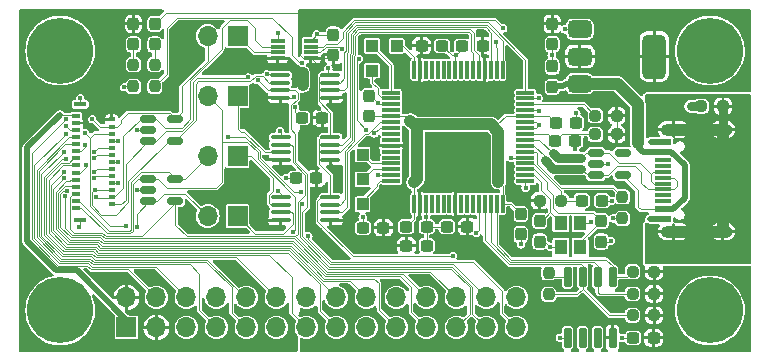
<source format=gbr>
%TF.GenerationSoftware,KiCad,Pcbnew,8.0.4-8.0.4-0~ubuntu24.04.1*%
%TF.CreationDate,2024-08-21T20:20:37-07:00*%
%TF.ProjectId,programmer,70726f67-7261-46d6-9d65-722e6b696361,1.0*%
%TF.SameCoordinates,Original*%
%TF.FileFunction,Copper,L1,Top*%
%TF.FilePolarity,Positive*%
%FSLAX46Y46*%
G04 Gerber Fmt 4.6, Leading zero omitted, Abs format (unit mm)*
G04 Created by KiCad (PCBNEW 8.0.4-8.0.4-0~ubuntu24.04.1) date 2024-08-21 20:20:37*
%MOMM*%
%LPD*%
G01*
G04 APERTURE LIST*
G04 Aperture macros list*
%AMRoundRect*
0 Rectangle with rounded corners*
0 $1 Rounding radius*
0 $2 $3 $4 $5 $6 $7 $8 $9 X,Y pos of 4 corners*
0 Add a 4 corners polygon primitive as box body*
4,1,4,$2,$3,$4,$5,$6,$7,$8,$9,$2,$3,0*
0 Add four circle primitives for the rounded corners*
1,1,$1+$1,$2,$3*
1,1,$1+$1,$4,$5*
1,1,$1+$1,$6,$7*
1,1,$1+$1,$8,$9*
0 Add four rect primitives between the rounded corners*
20,1,$1+$1,$2,$3,$4,$5,0*
20,1,$1+$1,$4,$5,$6,$7,0*
20,1,$1+$1,$6,$7,$8,$9,0*
20,1,$1+$1,$8,$9,$2,$3,0*%
G04 Aperture macros list end*
%TA.AperFunction,ComponentPad*%
%ADD10R,1.000000X1.000000*%
%TD*%
%TA.AperFunction,SMDPad,CuDef*%
%ADD11RoundRect,0.237500X-0.300000X-0.237500X0.300000X-0.237500X0.300000X0.237500X-0.300000X0.237500X0*%
%TD*%
%TA.AperFunction,SMDPad,CuDef*%
%ADD12RoundRect,0.237500X0.250000X0.237500X-0.250000X0.237500X-0.250000X-0.237500X0.250000X-0.237500X0*%
%TD*%
%TA.AperFunction,ComponentPad*%
%ADD13R,1.700000X1.700000*%
%TD*%
%TA.AperFunction,ComponentPad*%
%ADD14O,1.700000X1.700000*%
%TD*%
%TA.AperFunction,SMDPad,CuDef*%
%ADD15RoundRect,0.237500X0.237500X-0.300000X0.237500X0.300000X-0.237500X0.300000X-0.237500X-0.300000X0*%
%TD*%
%TA.AperFunction,SMDPad,CuDef*%
%ADD16RoundRect,0.237500X-0.237500X0.300000X-0.237500X-0.300000X0.237500X-0.300000X0.237500X0.300000X0*%
%TD*%
%TA.AperFunction,SMDPad,CuDef*%
%ADD17RoundRect,0.150000X-0.512500X-0.150000X0.512500X-0.150000X0.512500X0.150000X-0.512500X0.150000X0*%
%TD*%
%TA.AperFunction,SMDPad,CuDef*%
%ADD18RoundRect,0.237500X-0.237500X0.287500X-0.237500X-0.287500X0.237500X-0.287500X0.237500X0.287500X0*%
%TD*%
%TA.AperFunction,ComponentPad*%
%ADD19C,5.600000*%
%TD*%
%TA.AperFunction,SMDPad,CuDef*%
%ADD20R,0.711200X0.355600*%
%TD*%
%TA.AperFunction,SMDPad,CuDef*%
%ADD21R,0.558800X0.355600*%
%TD*%
%TA.AperFunction,SMDPad,CuDef*%
%ADD22R,1.092200X0.406400*%
%TD*%
%TA.AperFunction,SMDPad,CuDef*%
%ADD23RoundRect,0.375000X-0.625000X-0.375000X0.625000X-0.375000X0.625000X0.375000X-0.625000X0.375000X0*%
%TD*%
%TA.AperFunction,SMDPad,CuDef*%
%ADD24RoundRect,0.500000X-0.500000X-1.400000X0.500000X-1.400000X0.500000X1.400000X-0.500000X1.400000X0*%
%TD*%
%TA.AperFunction,SMDPad,CuDef*%
%ADD25RoundRect,0.237500X-0.237500X0.250000X-0.237500X-0.250000X0.237500X-0.250000X0.237500X0.250000X0*%
%TD*%
%TA.AperFunction,SMDPad,CuDef*%
%ADD26RoundRect,0.100000X0.712500X0.100000X-0.712500X0.100000X-0.712500X-0.100000X0.712500X-0.100000X0*%
%TD*%
%TA.AperFunction,SMDPad,CuDef*%
%ADD27RoundRect,0.237500X-0.250000X-0.237500X0.250000X-0.237500X0.250000X0.237500X-0.250000X0.237500X0*%
%TD*%
%TA.AperFunction,SMDPad,CuDef*%
%ADD28RoundRect,0.237500X0.300000X0.237500X-0.300000X0.237500X-0.300000X-0.237500X0.300000X-0.237500X0*%
%TD*%
%TA.AperFunction,SMDPad,CuDef*%
%ADD29R,1.100000X1.300000*%
%TD*%
%TA.AperFunction,SMDPad,CuDef*%
%ADD30R,1.450000X0.600000*%
%TD*%
%TA.AperFunction,SMDPad,CuDef*%
%ADD31R,1.450000X0.300000*%
%TD*%
%TA.AperFunction,ComponentPad*%
%ADD32O,2.100000X1.000000*%
%TD*%
%TA.AperFunction,ComponentPad*%
%ADD33O,1.600000X1.000000*%
%TD*%
%TA.AperFunction,SMDPad,CuDef*%
%ADD34RoundRect,0.087500X0.537500X0.087500X-0.537500X0.087500X-0.537500X-0.087500X0.537500X-0.087500X0*%
%TD*%
%TA.AperFunction,SMDPad,CuDef*%
%ADD35RoundRect,0.075000X0.700000X0.075000X-0.700000X0.075000X-0.700000X-0.075000X0.700000X-0.075000X0*%
%TD*%
%TA.AperFunction,SMDPad,CuDef*%
%ADD36RoundRect,0.075000X0.075000X0.700000X-0.075000X0.700000X-0.075000X-0.700000X0.075000X-0.700000X0*%
%TD*%
%TA.AperFunction,SMDPad,CuDef*%
%ADD37RoundRect,0.150000X-0.150000X0.725000X-0.150000X-0.725000X0.150000X-0.725000X0.150000X0.725000X0*%
%TD*%
%TA.AperFunction,ViaPad*%
%ADD38C,0.400000*%
%TD*%
%TA.AperFunction,Conductor*%
%ADD39C,0.100000*%
%TD*%
%TA.AperFunction,Conductor*%
%ADD40C,0.500000*%
%TD*%
%TA.AperFunction,Conductor*%
%ADD41C,0.800000*%
%TD*%
%TA.AperFunction,Conductor*%
%ADD42C,1.000000*%
%TD*%
G04 APERTURE END LIST*
D10*
%TO.P,TP6,1,1*%
%TO.N,Net-(U1-BDBUS6)*%
X69600000Y-32800000D03*
%TD*%
%TO.P,TP5,1,1*%
%TO.N,Net-(U1-BDBUS7)*%
X69600000Y-34900000D03*
%TD*%
%TO.P,TP4,1,1*%
%TO.N,Net-(U1-BCBUS0)*%
X69600000Y-37000000D03*
%TD*%
%TO.P,TP3,1,1*%
%TO.N,Net-(U1-ACBUS7)*%
X70400000Y-25700000D03*
%TD*%
%TO.P,TP2,1,1*%
%TO.N,Net-(U1-ACBUS6)*%
X70400000Y-23600000D03*
%TD*%
%TO.P,TP1,1,1*%
%TO.N,Net-(U1-ACBUS5)*%
X72500000Y-23600000D03*
%TD*%
D11*
%TO.P,C16,1*%
%TO.N,VCORE*%
X73300000Y-38900000D03*
%TO.P,C16,2*%
%TO.N,GND*%
X75025000Y-38900000D03*
%TD*%
D12*
%TO.P,R6,1*%
%TO.N,VCC*%
X94277500Y-46400000D03*
%TO.P,R6,2*%
%TO.N,Net-(U1-EEDATA)*%
X92452500Y-46400000D03*
%TD*%
%TO.P,R8,1*%
%TO.N,VCC*%
X94277500Y-42700000D03*
%TO.P,R8,2*%
%TO.N,Net-(U1-EECS)*%
X92452500Y-42700000D03*
%TD*%
D13*
%TO.P,JP4,1,A*%
%TO.N,Net-(JP4-A)*%
X59020000Y-27840000D03*
D14*
%TO.P,JP4,2,B*%
%TO.N,/JTAG_SEL_N*%
X56480000Y-27840000D03*
%TD*%
D11*
%TO.P,C10,1*%
%TO.N,VCC*%
X74600000Y-23600000D03*
%TO.P,C10,2*%
%TO.N,GND*%
X76325000Y-23600000D03*
%TD*%
D15*
%TO.P,C9,1*%
%TO.N,VCC*%
X67100000Y-24362500D03*
%TO.P,C9,2*%
%TO.N,GND*%
X67100000Y-22637500D03*
%TD*%
D16*
%TO.P,C4,1*%
%TO.N,Net-(U1-OSCI)*%
X84600000Y-38437500D03*
%TO.P,C4,2*%
%TO.N,GND*%
X84600000Y-40162500D03*
%TD*%
D15*
%TO.P,C7,1*%
%TO.N,VBUS*%
X85650000Y-27062500D03*
%TO.P,C7,2*%
%TO.N,GND*%
X85650000Y-25337500D03*
%TD*%
D13*
%TO.P,J_EXT2,1,Pin_1*%
%TO.N,+5V*%
X49600000Y-47440000D03*
D14*
%TO.P,J_EXT2,2,Pin_2*%
%TO.N,VIO*%
X49600000Y-44900000D03*
%TO.P,J_EXT2,3,Pin_3*%
X52140000Y-47440000D03*
%TO.P,J_EXT2,4,Pin_4*%
%TO.N,/SER_RXD*%
X52140000Y-44900000D03*
%TO.P,J_EXT2,5,Pin_5*%
%TO.N,GND*%
X54680000Y-47440000D03*
%TO.P,J_EXT2,6,Pin_6*%
%TO.N,/SER_TXD*%
X54680000Y-44900000D03*
%TO.P,J_EXT2,7,Pin_7*%
%TO.N,/IO5B*%
X57220000Y-47440000D03*
%TO.P,J_EXT2,8,Pin_8*%
%TO.N,GND*%
X57220000Y-44900000D03*
%TO.P,J_EXT2,9,Pin_9*%
%TO.N,/IO5A*%
X59760000Y-47440000D03*
%TO.P,J_EXT2,10,Pin_10*%
%TO.N,/IO4B*%
X59760000Y-44900000D03*
%TO.P,J_EXT2,11,Pin_11*%
%TO.N,GND*%
X62300000Y-47440000D03*
%TO.P,J_EXT2,12,Pin_12*%
%TO.N,/IO4A*%
X62300000Y-44900000D03*
%TO.P,J_EXT2,13,Pin_13*%
%TO.N,/IO3B*%
X64840000Y-47440000D03*
%TO.P,J_EXT2,14,Pin_14*%
%TO.N,GND*%
X64840000Y-44900000D03*
%TO.P,J_EXT2,15,Pin_15*%
%TO.N,/IO3A*%
X67380000Y-47440000D03*
%TO.P,J_EXT2,16,Pin_16*%
%TO.N,/IO2B*%
X67380000Y-44900000D03*
%TO.P,J_EXT2,17,Pin_17*%
%TO.N,GND*%
X69920000Y-47440000D03*
%TO.P,J_EXT2,18,Pin_18*%
%TO.N,/IO2A*%
X69920000Y-44900000D03*
%TO.P,J_EXT2,19,Pin_19*%
%TO.N,/IO1B*%
X72460000Y-47440000D03*
%TO.P,J_EXT2,20,Pin_20*%
%TO.N,GND*%
X72460000Y-44900000D03*
%TO.P,J_EXT2,21,Pin_21*%
%TO.N,/IO1A*%
X75000000Y-47440000D03*
%TO.P,J_EXT2,22,Pin_22*%
%TO.N,/JTAG_TCK*%
X75000000Y-44900000D03*
%TO.P,J_EXT2,23,Pin_23*%
%TO.N,/JTAG_TMS*%
X77540000Y-47440000D03*
%TO.P,J_EXT2,24,Pin_24*%
%TO.N,/JTAG_TDO*%
X77540000Y-44900000D03*
%TO.P,J_EXT2,25,Pin_25*%
%TO.N,/RECONFIG_N*%
X80080000Y-47440000D03*
%TO.P,J_EXT2,26,Pin_26*%
%TO.N,/JTAG_TDI*%
X80080000Y-44900000D03*
%TO.P,J_EXT2,27,Pin_27*%
%TO.N,/JTAG_SEL_N*%
X82620000Y-47440000D03*
%TO.P,J_EXT2,28*%
%TO.N,N/C*%
X82620000Y-44900000D03*
%TD*%
D11*
%TO.P,C13,1*%
%TO.N,VCC*%
X73300000Y-40500000D03*
%TO.P,C13,2*%
%TO.N,GND*%
X75025000Y-40500000D03*
%TD*%
D12*
%TO.P,R3,1*%
%TO.N,VCC*%
X91112500Y-29500000D03*
%TO.P,R3,2*%
%TO.N,Net-(U1-~{RESET})*%
X89287500Y-29500000D03*
%TD*%
D17*
%TO.P,D3,1,K*%
%TO.N,/JTAG_TDO*%
X51462500Y-29750000D03*
%TO.P,D3,2,A*%
%TO.N,GND*%
X51462500Y-30700000D03*
%TO.P,D3,3,K*%
%TO.N,/JTAG_TDI*%
X51462500Y-31650000D03*
%TO.P,D3,4,K*%
%TO.N,/JTAG_TCK*%
X53737500Y-31650000D03*
%TO.P,D3,5,K*%
%TO.N,/SER_RXD*%
X53737500Y-29750000D03*
%TD*%
D18*
%TO.P,D5,1,K*%
%TO.N,VIO*%
X50200000Y-21725000D03*
%TO.P,D5,2,A*%
%TO.N,Net-(D5-A)*%
X50200000Y-23475000D03*
%TD*%
D19*
%TO.P,H3,1,1*%
%TO.N,GND*%
X99000000Y-24000000D03*
%TD*%
D20*
%TO.P,J_EXT1,1,Pin_1*%
%TO.N,+5V*%
X45329995Y-29524999D03*
D21*
%TO.P,J_EXT1,2,Pin_2*%
%TO.N,VIO*%
X48345005Y-29824999D03*
D20*
%TO.P,J_EXT1,3,Pin_3*%
X45329995Y-30124998D03*
D21*
%TO.P,J_EXT1,4,Pin_4*%
%TO.N,/SER_RXD*%
X48345005Y-30425000D03*
D20*
%TO.P,J_EXT1,5,Pin_5*%
%TO.N,GND*%
X45329995Y-30724999D03*
D21*
%TO.P,J_EXT1,6,Pin_6*%
%TO.N,/SER_TXD*%
X48345005Y-31024999D03*
D20*
%TO.P,J_EXT1,7,Pin_7*%
%TO.N,/IO5B*%
X45329995Y-31324998D03*
D21*
%TO.P,J_EXT1,8,Pin_8*%
%TO.N,GND*%
X48345005Y-31625000D03*
D20*
%TO.P,J_EXT1,9,Pin_9*%
%TO.N,/IO5A*%
X45329995Y-31924999D03*
D21*
%TO.P,J_EXT1,10,Pin_10*%
%TO.N,/IO4B*%
X48345005Y-32224999D03*
D20*
%TO.P,J_EXT1,11,Pin_11*%
%TO.N,GND*%
X45329995Y-32524998D03*
D21*
%TO.P,J_EXT1,12,Pin_12*%
%TO.N,/IO4A*%
X48345005Y-32825000D03*
D20*
%TO.P,J_EXT1,13,Pin_13*%
%TO.N,/IO3B*%
X45329995Y-33125000D03*
D21*
%TO.P,J_EXT1,14,Pin_14*%
%TO.N,GND*%
X48345005Y-33424999D03*
D20*
%TO.P,J_EXT1,15,Pin_15*%
%TO.N,/IO3A*%
X45329995Y-33724998D03*
D21*
%TO.P,J_EXT1,16,Pin_16*%
%TO.N,/IO2B*%
X48345005Y-34025000D03*
D20*
%TO.P,J_EXT1,17,Pin_17*%
%TO.N,GND*%
X45329995Y-34325000D03*
D21*
%TO.P,J_EXT1,18,Pin_18*%
%TO.N,/IO2A*%
X48345005Y-34624999D03*
D20*
%TO.P,J_EXT1,19,Pin_19*%
%TO.N,/IO1B*%
X45329995Y-34924999D03*
D21*
%TO.P,J_EXT1,20,Pin_20*%
%TO.N,GND*%
X48345005Y-35225000D03*
D20*
%TO.P,J_EXT1,21,Pin_21*%
%TO.N,/IO1A*%
X45329995Y-35525000D03*
D21*
%TO.P,J_EXT1,22,Pin_22*%
%TO.N,/JTAG_TCK*%
X48345005Y-35824999D03*
D20*
%TO.P,J_EXT1,23,Pin_23*%
%TO.N,/JTAG_TMS*%
X45329995Y-36124999D03*
D21*
%TO.P,J_EXT1,24,Pin_24*%
%TO.N,/JTAG_TDO*%
X48345005Y-36425001D03*
D20*
%TO.P,J_EXT1,25,Pin_25*%
%TO.N,/RECONFIG_N*%
X45329995Y-36725000D03*
D21*
%TO.P,J_EXT1,26,Pin_26*%
%TO.N,/JTAG_TDI*%
X48345005Y-37024999D03*
D20*
%TO.P,J_EXT1,27,Pin_27*%
%TO.N,/JTAG_SEL_N*%
X45329995Y-37324999D03*
D22*
%TO.P,J_EXT1,MP,MountPin*%
%TO.N,GND*%
X45696684Y-28549997D03*
X45696684Y-38300001D03*
%TD*%
D23*
%TO.P,U8,1,GND*%
%TO.N,GND*%
X88000000Y-22200000D03*
%TO.P,U8,2,VO*%
%TO.N,VCC*%
X88000000Y-24500000D03*
D24*
X94300000Y-24500000D03*
D23*
%TO.P,U8,3,VI*%
%TO.N,VBUS*%
X88000000Y-26800000D03*
%TD*%
D25*
%TO.P,R9,1*%
%TO.N,Net-(U1-REF)*%
X91600000Y-36387500D03*
%TO.P,R9,2*%
%TO.N,GND*%
X91600000Y-38212500D03*
%TD*%
D17*
%TO.P,D1,1,K*%
%TO.N,Net-(U1-DP)*%
X89362500Y-32650000D03*
%TO.P,D1,2,A*%
%TO.N,GND*%
X89362500Y-33600000D03*
%TO.P,D1,3,K*%
%TO.N,Net-(U1-DM)*%
X89362500Y-34550000D03*
%TO.P,D1,4,K*%
%TO.N,VBUS*%
X91637500Y-34550000D03*
%TO.P,D1,5,K*%
%TO.N,unconnected-(D1-K-Pad5)*%
X91637500Y-32650000D03*
%TD*%
D12*
%TO.P,R4,1*%
%TO.N,/SHIELD*%
X100112500Y-28700000D03*
%TO.P,R4,2*%
%TO.N,GND*%
X98287500Y-28700000D03*
%TD*%
D17*
%TO.P,D2,1,K*%
%TO.N,/JTAG_SEL_N*%
X51462500Y-34850000D03*
%TO.P,D2,2,A*%
%TO.N,GND*%
X51462500Y-35800000D03*
%TO.P,D2,3,K*%
%TO.N,/SER_TXD*%
X51462500Y-36750000D03*
%TO.P,D2,4,K*%
%TO.N,/JTAG_TMS*%
X53737500Y-36750000D03*
%TO.P,D2,5,K*%
%TO.N,/RECONFIG_N*%
X53737500Y-34850000D03*
%TD*%
D12*
%TO.P,R7,1*%
%TO.N,VCC*%
X94277500Y-44600000D03*
%TO.P,R7,2*%
%TO.N,Net-(U1-EECLK)*%
X92452500Y-44600000D03*
%TD*%
D26*
%TO.P,U5,1,VCCA*%
%TO.N,VCC*%
X66875000Y-38350000D03*
%TO.P,U5,2,A1*%
%TO.N,/FT_SER_TXD*%
X66875000Y-37700000D03*
%TO.P,U5,3,A2*%
%TO.N,/FT_RECONFIG_N*%
X66875000Y-37050000D03*
%TO.P,U5,4,~{OE}*%
%TO.N,/FT_JTAG_EN_N*%
X66875000Y-36400000D03*
%TO.P,U5,5,GND*%
%TO.N,GND*%
X62650000Y-36400000D03*
%TO.P,U5,6,B2*%
%TO.N,Net-(JP1-A)*%
X62650000Y-37050000D03*
%TO.P,U5,7,B1*%
%TO.N,Net-(JP3-A)*%
X62650000Y-37700000D03*
%TO.P,U5,8,VCCB*%
%TO.N,VIO*%
X62650000Y-38350000D03*
%TD*%
D27*
%TO.P,R2,1*%
%TO.N,VCC*%
X84587500Y-36700000D03*
%TO.P,R2,2*%
%TO.N,Net-(U1-VPHY)*%
X86412500Y-36700000D03*
%TD*%
D13*
%TO.P,JP1,1,A*%
%TO.N,Net-(JP1-A)*%
X59020000Y-32920000D03*
D14*
%TO.P,JP1,2,B*%
%TO.N,/RECONFIG_N*%
X56480000Y-32920000D03*
%TD*%
D28*
%TO.P,C12,1*%
%TO.N,VCC*%
X78462500Y-38900000D03*
%TO.P,C12,2*%
%TO.N,GND*%
X76737500Y-38900000D03*
%TD*%
D26*
%TO.P,U4,1,VCCA*%
%TO.N,VCC*%
X66862500Y-28000000D03*
%TO.P,U4,2,A1*%
%TO.N,/FT_JTAG_TDI*%
X66862500Y-27350000D03*
%TO.P,U4,3,A2*%
%TO.N,/FT_JTAG_TCK*%
X66862500Y-26700000D03*
%TO.P,U4,4,~{OE}*%
%TO.N,/FT_JTAG_EN_N*%
X66862500Y-26050000D03*
%TO.P,U4,5,GND*%
%TO.N,GND*%
X62637500Y-26050000D03*
%TO.P,U4,6,B2*%
%TO.N,/JTAG_TCK*%
X62637500Y-26700000D03*
%TO.P,U4,7,B1*%
%TO.N,/JTAG_TDI*%
X62637500Y-27350000D03*
%TO.P,U4,8,VCCB*%
%TO.N,VIO*%
X62637500Y-28000000D03*
%TD*%
D25*
%TO.P,R10,1*%
%TO.N,Net-(D4-A)*%
X52000000Y-25187500D03*
%TO.P,R10,2*%
%TO.N,/FT_JTAG_EN_N*%
X52000000Y-27012500D03*
%TD*%
D11*
%TO.P,C2,1*%
%TO.N,Net-(U1-VPHY)*%
X88137500Y-36700000D03*
%TO.P,C2,2*%
%TO.N,GND*%
X89862500Y-36700000D03*
%TD*%
D19*
%TO.P,H1,1,1*%
%TO.N,GND*%
X44000000Y-46000000D03*
%TD*%
D12*
%TO.P,R1,1*%
%TO.N,VCC*%
X91112500Y-31100000D03*
%TO.P,R1,2*%
%TO.N,Net-(U1-VPLL)*%
X89287500Y-31100000D03*
%TD*%
D29*
%TO.P,Y1,1,1*%
%TO.N,Net-(U1-OSCI)*%
X86375000Y-38557910D03*
%TO.P,Y1,2,2*%
%TO.N,GND*%
X86375000Y-40657910D03*
%TO.P,Y1,3,3*%
%TO.N,Net-(U1-OSCO)*%
X88025000Y-40657910D03*
%TO.P,Y1,4,4*%
%TO.N,GND*%
X88025000Y-38557910D03*
%TD*%
D26*
%TO.P,U6,1,VCCA*%
%TO.N,VCC*%
X66875000Y-33250000D03*
%TO.P,U6,2,A1*%
%TO.N,/FT_JTAG_SEL_N*%
X66875000Y-32600000D03*
%TO.P,U6,3,A2*%
%TO.N,/FT_JTAG_TMS*%
X66875000Y-31950000D03*
%TO.P,U6,4,~{OE}*%
%TO.N,/FT_JTAG_EN_N*%
X66875000Y-31300000D03*
%TO.P,U6,5,GND*%
%TO.N,GND*%
X62650000Y-31300000D03*
%TO.P,U6,6,B2*%
%TO.N,/JTAG_TMS*%
X62650000Y-31950000D03*
%TO.P,U6,7,B1*%
%TO.N,Net-(JP4-A)*%
X62650000Y-32600000D03*
%TO.P,U6,8,VCCB*%
%TO.N,VIO*%
X62650000Y-33250000D03*
%TD*%
D30*
%TO.P,J1,A1,GND*%
%TO.N,GND*%
X95005000Y-38250000D03*
%TO.P,J1,A4,VBUS*%
%TO.N,VBUS*%
X95005000Y-37450000D03*
D31*
%TO.P,J1,A5,CC1*%
%TO.N,unconnected-(J1-CC1-PadA5)*%
X95005000Y-36250000D03*
%TO.P,J1,A6,D+*%
%TO.N,Net-(U1-DP)*%
X95005000Y-35250000D03*
%TO.P,J1,A7,D-*%
%TO.N,Net-(U1-DM)*%
X95005000Y-34750000D03*
%TO.P,J1,A8*%
%TO.N,N/C*%
X95005000Y-33750000D03*
D30*
%TO.P,J1,A9,VBUS*%
%TO.N,VBUS*%
X95005000Y-32550000D03*
%TO.P,J1,A12,GND*%
%TO.N,GND*%
X95005000Y-31750000D03*
%TO.P,J1,B1,GND*%
X95005000Y-31750000D03*
%TO.P,J1,B4,VBUS*%
%TO.N,VBUS*%
X95005000Y-32550000D03*
D31*
%TO.P,J1,B5,CC2*%
%TO.N,unconnected-(J1-CC2-PadB5)*%
X95005000Y-33250000D03*
%TO.P,J1,B6,D+*%
%TO.N,Net-(U1-DP)*%
X95005000Y-34250000D03*
%TO.P,J1,B7,D-*%
%TO.N,Net-(U1-DM)*%
X95005000Y-35750000D03*
%TO.P,J1,B8*%
%TO.N,N/C*%
X95005000Y-36750000D03*
D30*
%TO.P,J1,B9,VBUS*%
%TO.N,VBUS*%
X95005000Y-37450000D03*
%TO.P,J1,B12,GND*%
%TO.N,GND*%
X95005000Y-38250000D03*
D32*
%TO.P,J1,S1,SHIELD*%
%TO.N,/SHIELD*%
X95920000Y-39320000D03*
D33*
X100100000Y-39320000D03*
D32*
X95920000Y-30680000D03*
D33*
X100100000Y-30680000D03*
%TD*%
D13*
%TO.P,JP3,1,A*%
%TO.N,Net-(JP3-A)*%
X59020000Y-38000000D03*
D14*
%TO.P,JP3,2,B*%
%TO.N,/SER_TXD*%
X56480000Y-38000000D03*
%TD*%
D18*
%TO.P,D4,1,K*%
%TO.N,VCC*%
X52000000Y-21725000D03*
%TO.P,D4,2,A*%
%TO.N,Net-(D4-A)*%
X52000000Y-23475000D03*
%TD*%
D19*
%TO.P,H4,1,1*%
%TO.N,GND*%
X44000000Y-24000000D03*
%TD*%
D25*
%TO.P,R11,1*%
%TO.N,Net-(D5-A)*%
X50200000Y-25187500D03*
%TO.P,R11,2*%
%TO.N,GND*%
X50200000Y-27012500D03*
%TD*%
D16*
%TO.P,C6,1*%
%TO.N,VCC*%
X85650000Y-21737500D03*
%TO.P,C6,2*%
%TO.N,GND*%
X85650000Y-23462500D03*
%TD*%
D15*
%TO.P,C3,1*%
%TO.N,VCORE*%
X70100000Y-29562500D03*
%TO.P,C3,2*%
%TO.N,GND*%
X70100000Y-27837500D03*
%TD*%
D34*
%TO.P,U2,1,VCCA*%
%TO.N,VCC*%
X65200000Y-24650000D03*
%TO.P,U2,2,1A*%
%TO.N,/FT_SER_RXD*%
X65200000Y-24150000D03*
%TO.P,U2,3,2A*%
%TO.N,/FT_JTAG_TDO*%
X65200000Y-23650000D03*
%TO.P,U2,4,GND*%
%TO.N,GND*%
X65200000Y-23150000D03*
%TO.P,U2,5,DIR*%
X62400000Y-23150000D03*
%TO.P,U2,6,2B*%
%TO.N,/JTAG_TDO*%
X62400000Y-23650000D03*
%TO.P,U2,7,1B*%
%TO.N,Net-(JP2-A)*%
X62400000Y-24150000D03*
%TO.P,U2,8,VCCB*%
%TO.N,VIO*%
X62400000Y-24650000D03*
%TD*%
D16*
%TO.P,C15,1*%
%TO.N,VCORE*%
X83000000Y-37837500D03*
%TO.P,C15,2*%
%TO.N,GND*%
X83000000Y-39562500D03*
%TD*%
D13*
%TO.P,JP2,1,A*%
%TO.N,Net-(JP2-A)*%
X59020000Y-22760000D03*
D14*
%TO.P,JP2,2,B*%
%TO.N,/SER_RXD*%
X56480000Y-22760000D03*
%TD*%
D11*
%TO.P,C1,1*%
%TO.N,Net-(U1-VPLL)*%
X85882910Y-31645410D03*
%TO.P,C1,2*%
%TO.N,GND*%
X87607910Y-31645410D03*
%TD*%
D35*
%TO.P,U1,1,GND*%
%TO.N,GND*%
X83375000Y-35050000D03*
%TO.P,U1,2,OSCI*%
%TO.N,Net-(U1-OSCI)*%
X83375000Y-34550000D03*
%TO.P,U1,3,OSCO*%
%TO.N,Net-(U1-OSCO)*%
X83375000Y-34050000D03*
%TO.P,U1,4,VPHY*%
%TO.N,Net-(U1-VPHY)*%
X83375000Y-33550000D03*
%TO.P,U1,5,GND*%
%TO.N,GND*%
X83375000Y-33050000D03*
%TO.P,U1,6,REF*%
%TO.N,Net-(U1-REF)*%
X83375000Y-32550000D03*
%TO.P,U1,7,DM*%
%TO.N,Net-(U1-DM)*%
X83375000Y-32050000D03*
%TO.P,U1,8,DP*%
%TO.N,Net-(U1-DP)*%
X83375000Y-31550000D03*
%TO.P,U1,9,VPLL*%
%TO.N,Net-(U1-VPLL)*%
X83375000Y-31050000D03*
%TO.P,U1,10,AGND*%
%TO.N,GND*%
X83375000Y-30550000D03*
%TO.P,U1,11,GND*%
X83375000Y-30050000D03*
%TO.P,U1,12,VCORE*%
%TO.N,VCORE*%
X83375000Y-29550000D03*
%TO.P,U1,13,TEST*%
%TO.N,GND*%
X83375000Y-29050000D03*
%TO.P,U1,14,~{RESET}*%
%TO.N,Net-(U1-~{RESET})*%
X83375000Y-28550000D03*
%TO.P,U1,15,GND*%
%TO.N,GND*%
X83375000Y-28050000D03*
%TO.P,U1,16,ADBUS0*%
%TO.N,/FT_JTAG_TCK*%
X83375000Y-27550000D03*
D36*
%TO.P,U1,17,ADBUS1*%
%TO.N,/FT_JTAG_TDI*%
X81450000Y-25625000D03*
%TO.P,U1,18,ADBUS2*%
%TO.N,/FT_JTAG_TDO*%
X80950000Y-25625000D03*
%TO.P,U1,19,ADBUS3*%
%TO.N,/FT_JTAG_TMS*%
X80450000Y-25625000D03*
%TO.P,U1,20,VCCIO*%
%TO.N,VCC*%
X79950000Y-25625000D03*
%TO.P,U1,21,ADBUS4*%
%TO.N,/FT_JTAG_SEL_N*%
X79450000Y-25625000D03*
%TO.P,U1,22,ADBUS5*%
%TO.N,/FT_RECONFIG_N*%
X78950000Y-25625000D03*
%TO.P,U1,23,ADBUS6*%
%TO.N,unconnected-(U1-ADBUS6-Pad23)*%
X78450000Y-25625000D03*
%TO.P,U1,24,ADBUS7*%
%TO.N,unconnected-(U1-ADBUS7-Pad24)*%
X77950000Y-25625000D03*
%TO.P,U1,25,GND*%
%TO.N,GND*%
X77450000Y-25625000D03*
%TO.P,U1,26,ACBUS0*%
%TO.N,unconnected-(U1-ACBUS0-Pad26)*%
X76950000Y-25625000D03*
%TO.P,U1,27,ACBUS1*%
%TO.N,unconnected-(U1-ACBUS1-Pad27)*%
X76450000Y-25625000D03*
%TO.P,U1,28,ACBUS2*%
%TO.N,unconnected-(U1-ACBUS2-Pad28)*%
X75950000Y-25625000D03*
%TO.P,U1,29,ACBUS3*%
%TO.N,unconnected-(U1-ACBUS3-Pad29)*%
X75450000Y-25625000D03*
%TO.P,U1,30,ACBUS4*%
%TO.N,unconnected-(U1-ACBUS4-Pad30)*%
X74950000Y-25625000D03*
%TO.P,U1,31,VCCIO*%
%TO.N,VCC*%
X74450000Y-25625000D03*
%TO.P,U1,32,ACBUS5*%
%TO.N,Net-(U1-ACBUS5)*%
X73950000Y-25625000D03*
D35*
%TO.P,U1,33,ACBUS6*%
%TO.N,Net-(U1-ACBUS6)*%
X72025000Y-27550000D03*
%TO.P,U1,34,ACBUS7*%
%TO.N,Net-(U1-ACBUS7)*%
X72025000Y-28050000D03*
%TO.P,U1,35,GND*%
%TO.N,GND*%
X72025000Y-28550000D03*
%TO.P,U1,36,~{SUSPEND}*%
%TO.N,unconnected-(U1-~{SUSPEND}-Pad36)*%
X72025000Y-29050000D03*
%TO.P,U1,37,VCORE*%
%TO.N,VCORE*%
X72025000Y-29550000D03*
%TO.P,U1,38,BDBUS0*%
%TO.N,/FT_SER_TXD*%
X72025000Y-30050000D03*
%TO.P,U1,39,BDBUS1*%
%TO.N,/FT_SER_RXD*%
X72025000Y-30550000D03*
%TO.P,U1,40,BDBUS2*%
%TO.N,unconnected-(U1-BDBUS2-Pad40)*%
X72025000Y-31050000D03*
%TO.P,U1,41,BDBUS3*%
%TO.N,unconnected-(U1-BDBUS3-Pad41)*%
X72025000Y-31550000D03*
%TO.P,U1,42,VCCIO*%
%TO.N,VCC*%
X72025000Y-32050000D03*
%TO.P,U1,43,BDBUS4*%
%TO.N,unconnected-(U1-BDBUS4-Pad43)*%
X72025000Y-32550000D03*
%TO.P,U1,44,BDBUS5*%
%TO.N,unconnected-(U1-BDBUS5-Pad44)*%
X72025000Y-33050000D03*
%TO.P,U1,45,BDBUS6*%
%TO.N,Net-(U1-BDBUS6)*%
X72025000Y-33550000D03*
%TO.P,U1,46,BDBUS7*%
%TO.N,Net-(U1-BDBUS7)*%
X72025000Y-34050000D03*
%TO.P,U1,47,GND*%
%TO.N,GND*%
X72025000Y-34550000D03*
%TO.P,U1,48,BCBUS0*%
%TO.N,Net-(U1-BCBUS0)*%
X72025000Y-35050000D03*
D36*
%TO.P,U1,49,VREGOUT*%
%TO.N,VCORE*%
X73950000Y-36975000D03*
%TO.P,U1,50,VREGIN*%
%TO.N,VCC*%
X74450000Y-36975000D03*
%TO.P,U1,51,GND*%
%TO.N,GND*%
X74950000Y-36975000D03*
%TO.P,U1,52,BCBUS1*%
%TO.N,unconnected-(U1-BCBUS1-Pad52)*%
X75450000Y-36975000D03*
%TO.P,U1,53,BCBUS2*%
%TO.N,unconnected-(U1-BCBUS2-Pad53)*%
X75950000Y-36975000D03*
%TO.P,U1,54,BCBUS3*%
%TO.N,unconnected-(U1-BCBUS3-Pad54)*%
X76450000Y-36975000D03*
%TO.P,U1,55,BCBUS4*%
%TO.N,unconnected-(U1-BCBUS4-Pad55)*%
X76950000Y-36975000D03*
%TO.P,U1,56,VCCIO*%
%TO.N,VCC*%
X77450000Y-36975000D03*
%TO.P,U1,57,BCBUS5*%
%TO.N,unconnected-(U1-BCBUS5-Pad57)*%
X77950000Y-36975000D03*
%TO.P,U1,58,BCBUS6*%
%TO.N,unconnected-(U1-BCBUS6-Pad58)*%
X78450000Y-36975000D03*
%TO.P,U1,59,BCBUS7*%
%TO.N,unconnected-(U1-BCBUS7-Pad59)*%
X78950000Y-36975000D03*
%TO.P,U1,60,~{PWREN}*%
%TO.N,/FT_JTAG_EN_N*%
X79450000Y-36975000D03*
%TO.P,U1,61,EEDATA*%
%TO.N,Net-(U1-EEDATA)*%
X79950000Y-36975000D03*
%TO.P,U1,62,EECLK*%
%TO.N,Net-(U1-EECLK)*%
X80450000Y-36975000D03*
%TO.P,U1,63,EECS*%
%TO.N,Net-(U1-EECS)*%
X80950000Y-36975000D03*
%TO.P,U1,64,VCORE*%
%TO.N,VCORE*%
X81450000Y-36975000D03*
%TD*%
D28*
%TO.P,C14,1*%
%TO.N,VCC*%
X65662500Y-34800000D03*
%TO.P,C14,2*%
%TO.N,GND*%
X63937500Y-34800000D03*
%TD*%
D37*
%TO.P,U3,1,CS*%
%TO.N,Net-(U1-EECS)*%
X90770000Y-43150000D03*
%TO.P,U3,2,SCLK*%
%TO.N,Net-(U1-EECLK)*%
X89500000Y-43150000D03*
%TO.P,U3,3,DI*%
%TO.N,Net-(U1-EEDATA)*%
X88230000Y-43150000D03*
%TO.P,U3,4,DO*%
%TO.N,Net-(U3-DO)*%
X86960000Y-43150000D03*
%TO.P,U3,5,GND*%
%TO.N,GND*%
X86960000Y-48300000D03*
%TO.P,U3,6,NC*%
%TO.N,unconnected-(U3-NC-Pad6)*%
X88230000Y-48300000D03*
%TO.P,U3,7,NC*%
%TO.N,unconnected-(U3-NC-Pad7)*%
X89500000Y-48300000D03*
%TO.P,U3,8,VCC*%
%TO.N,VCC*%
X90770000Y-48300000D03*
%TD*%
D28*
%TO.P,C11,1*%
%TO.N,VCC*%
X79762500Y-23600000D03*
%TO.P,C11,2*%
%TO.N,GND*%
X78037500Y-23600000D03*
%TD*%
%TO.P,C18,1*%
%TO.N,VCC*%
X66162500Y-29700000D03*
%TO.P,C18,2*%
%TO.N,GND*%
X64437500Y-29700000D03*
%TD*%
D25*
%TO.P,R5,1*%
%TO.N,Net-(U3-DO)*%
X85365000Y-42812500D03*
%TO.P,R5,2*%
%TO.N,Net-(U1-EEDATA)*%
X85365000Y-44637500D03*
%TD*%
D28*
%TO.P,C8,1*%
%TO.N,VCC*%
X71362500Y-39000000D03*
%TO.P,C8,2*%
%TO.N,GND*%
X69637500Y-39000000D03*
%TD*%
%TO.P,C19,1*%
%TO.N,VCC*%
X94227500Y-48325000D03*
%TO.P,C19,2*%
%TO.N,GND*%
X92502500Y-48325000D03*
%TD*%
D19*
%TO.P,H2,1,1*%
%TO.N,GND*%
X99000000Y-46000000D03*
%TD*%
D11*
%TO.P,C17,1*%
%TO.N,VCORE*%
X85937500Y-30100000D03*
%TO.P,C17,2*%
%TO.N,GND*%
X87662500Y-30100000D03*
%TD*%
D16*
%TO.P,C5,1*%
%TO.N,Net-(U1-OSCO)*%
X89800000Y-38437500D03*
%TO.P,C5,2*%
%TO.N,GND*%
X89800000Y-40162500D03*
%TD*%
D38*
%TO.N,GND*%
X69600000Y-38100000D03*
X93950000Y-38250000D03*
X87600000Y-32295410D03*
X49400000Y-27100000D03*
X85500000Y-40600000D03*
X65700000Y-22600000D03*
X46104995Y-32000000D03*
X84500000Y-29100000D03*
X63100000Y-34800000D03*
X70900000Y-28400000D03*
X62400000Y-35900000D03*
X88900000Y-38500000D03*
X61500000Y-26000000D03*
X74950000Y-38100000D03*
X48900000Y-35225000D03*
X44504995Y-30400000D03*
X85600000Y-24400000D03*
X62600000Y-30800000D03*
X45696684Y-28008311D03*
X82200000Y-33100000D03*
X50500000Y-30700000D03*
X50500000Y-35800000D03*
X48900000Y-31625000D03*
X77500000Y-24400000D03*
X48900000Y-33424999D03*
X97400000Y-28700000D03*
X83000000Y-40400000D03*
X90600000Y-40100000D03*
X70900000Y-34500000D03*
X46154995Y-33700000D03*
X90800000Y-38200000D03*
X90700000Y-36700000D03*
X63900000Y-28800000D03*
X91600000Y-48300000D03*
X83400000Y-35600000D03*
X94000000Y-31700000D03*
X87700000Y-29300000D03*
X86700000Y-22200000D03*
X90400000Y-33600000D03*
X84500000Y-28000000D03*
X84500000Y-30300000D03*
X62400000Y-22500000D03*
X86300000Y-48300000D03*
X45604995Y-38900000D03*
%TO.N,VCC*%
X75100000Y-32500000D03*
X66000000Y-39200000D03*
X83900000Y-25300000D03*
X66900000Y-33800000D03*
X65500000Y-33800000D03*
X82200000Y-35700000D03*
X96000000Y-26800000D03*
X67000000Y-39000000D03*
X66900000Y-28700000D03*
X101800000Y-42800000D03*
X65900000Y-28900000D03*
X75200000Y-28800000D03*
X82800000Y-25700000D03*
X80200000Y-35700000D03*
X73300000Y-32500000D03*
%TO.N,/JTAG_TCK*%
X44604995Y-35875000D03*
X46904995Y-35824999D03*
%TO.N,/JTAG_SEL_N*%
X63702512Y-39350000D03*
X65016421Y-39700000D03*
%TO.N,/RECONFIG_N*%
X64494975Y-36944976D03*
X64375000Y-36000000D03*
X58200000Y-31300000D03*
%TO.N,/JTAG_TDI*%
X60700000Y-26500000D03*
X59900000Y-26250000D03*
%TO.N,/JTAG_TDO*%
X44405419Y-36333445D03*
X47054995Y-36375000D03*
%TO.N,/SER_RXD*%
X44504995Y-29800000D03*
X46704995Y-29800000D03*
%TO.N,/SER_TXD*%
X44499779Y-31021944D03*
X49600000Y-38875000D03*
X50500000Y-38900000D03*
X46104995Y-30975000D03*
%TO.N,/IO2B*%
X44304995Y-34275000D03*
X46854995Y-34275000D03*
%TO.N,/IO2A*%
X44304995Y-34775000D03*
X46854995Y-34775000D03*
%TO.N,/IO4A*%
X44504995Y-33148311D03*
X46854995Y-33075000D03*
%TO.N,/IO4B*%
X44304995Y-32575000D03*
X46854995Y-32575000D03*
%TO.N,/FT_JTAG_EN_N*%
X77250000Y-41350000D03*
X79221963Y-39417341D03*
X66700000Y-25500000D03*
X64451409Y-25073590D03*
%TO.N,/FT_SER_RXD*%
X69300000Y-24700000D03*
X70600000Y-31000000D03*
X69900000Y-30700000D03*
X67841684Y-23863342D03*
%TO.N,/FT_JTAG_TDO*%
X81500000Y-22100000D03*
X80900000Y-23300000D03*
%TO.N,VIO*%
X63750000Y-27900000D03*
X57500000Y-25200000D03*
X64525000Y-26900000D03*
X61500000Y-34900000D03*
X55100000Y-25200000D03*
X61200000Y-31400000D03*
X62650000Y-33900000D03*
%TD*%
D39*
%TO.N,/FT_JTAG_EN_N*%
X66875000Y-31300000D02*
X66062501Y-31300000D01*
X66062501Y-31300000D02*
X65912500Y-31450001D01*
X65912500Y-31450001D02*
X65912500Y-33568750D01*
X65912500Y-33568750D02*
X66875000Y-34531250D01*
X66875000Y-34531250D02*
X66875000Y-36400000D01*
%TO.N,/JTAG_TDI*%
X66865684Y-42100000D02*
X77280000Y-42100000D01*
X64500000Y-37700000D02*
X64500000Y-39734316D01*
X64925000Y-37275000D02*
X64500000Y-37700000D01*
X63900000Y-33387567D02*
X64925000Y-34412567D01*
X64925000Y-34412567D02*
X64925000Y-37275000D01*
X63550000Y-28618750D02*
X63550000Y-30675000D01*
X64500000Y-39734316D02*
X66865684Y-42100000D01*
X64100000Y-27600000D02*
X64100000Y-28068750D01*
X64100000Y-28068750D02*
X63550000Y-28618750D01*
X63550000Y-30675000D02*
X63900000Y-31025000D01*
X63850000Y-27350000D02*
X64100000Y-27600000D01*
X63900000Y-31025000D02*
X63900000Y-33387567D01*
X62637500Y-27350000D02*
X63850000Y-27350000D01*
X77280000Y-42100000D02*
X80080000Y-44900000D01*
%TO.N,/RECONFIG_N*%
X77197158Y-42300000D02*
X78900000Y-44002842D01*
X64494975Y-36944976D02*
X64300000Y-37139951D01*
X64300000Y-39817158D02*
X66782842Y-42300000D01*
X78900000Y-46260000D02*
X80080000Y-47440000D01*
X64300000Y-37139951D02*
X64300000Y-39817158D01*
X66782842Y-42300000D02*
X77197158Y-42300000D01*
X78900000Y-44002842D02*
X78900000Y-46260000D01*
%TO.N,/JTAG_TMS*%
X63900000Y-39700000D02*
X64100000Y-39500000D01*
X64100000Y-39500000D02*
X64100000Y-36844975D01*
X64100000Y-36844975D02*
X64725000Y-36219975D01*
X64725000Y-36219975D02*
X64725000Y-34495410D01*
X64725000Y-34495410D02*
X63700000Y-33470410D01*
X63700000Y-33470410D02*
X63700000Y-32093750D01*
X63700000Y-32093750D02*
X63556250Y-31950000D01*
X63556250Y-31950000D02*
X62650000Y-31950000D01*
%TO.N,/JTAG_SEL_N*%
X63702512Y-39350000D02*
X63900000Y-39152512D01*
X60700000Y-33182843D02*
X60700000Y-32600000D01*
X63900000Y-39152512D02*
X63900000Y-36382843D01*
X63900000Y-36382843D02*
X60700000Y-33182843D01*
X60700000Y-32600000D02*
X59800000Y-31700000D01*
X59800000Y-31700000D02*
X57700000Y-31700000D01*
%TO.N,Net-(JP3-A)*%
X62650000Y-37700000D02*
X63600000Y-37700000D01*
X63600000Y-37700000D02*
X63700000Y-37800000D01*
X63700000Y-37800000D02*
X63700000Y-38700000D01*
X63700000Y-38700000D02*
X62900000Y-39500000D01*
X62900000Y-39500000D02*
X60520000Y-39500000D01*
X60520000Y-39500000D02*
X59020000Y-38000000D01*
%TO.N,/JTAG_SEL_N*%
X65016421Y-39700000D02*
X65016421Y-39967895D01*
X65016421Y-39967895D02*
X66948526Y-41900000D01*
X66948526Y-41900000D02*
X78980000Y-41900000D01*
X78980000Y-41900000D02*
X81400000Y-44320000D01*
X81400000Y-44320000D02*
X81400000Y-46220000D01*
X81400000Y-46220000D02*
X82620000Y-47440000D01*
%TO.N,/RECONFIG_N*%
X64375000Y-36000000D02*
X63799999Y-36000000D01*
X60900000Y-32517157D02*
X59682843Y-31300000D01*
X63799999Y-36000000D02*
X63300000Y-35500001D01*
X63300000Y-35500001D02*
X63300000Y-35500000D01*
X63300000Y-35500000D02*
X60900000Y-33100000D01*
X60900000Y-33100000D02*
X60900000Y-32517157D01*
X59682843Y-31300000D02*
X58200000Y-31300000D01*
%TO.N,/FT_JTAG_EN_N*%
X66700000Y-25500000D02*
X66700000Y-25887500D01*
X66700000Y-25887500D02*
X66862500Y-26050000D01*
%TO.N,Net-(U1-BCBUS0)*%
X71050000Y-35050000D02*
X70800000Y-35300000D01*
X72025000Y-35050000D02*
X71050000Y-35050000D01*
X70800000Y-35300000D02*
X70800000Y-35500000D01*
X70800000Y-35500000D02*
X69600000Y-36700000D01*
X69600000Y-36700000D02*
X69600000Y-37000000D01*
%TO.N,Net-(U1-BDBUS7)*%
X72025000Y-34050000D02*
X70450000Y-34050000D01*
X70450000Y-34050000D02*
X69600000Y-34900000D01*
%TO.N,Net-(U1-BDBUS6)*%
X72025000Y-33550000D02*
X70350000Y-33550000D01*
X70350000Y-33550000D02*
X69600000Y-32800000D01*
%TO.N,/FT_SER_TXD*%
X66875000Y-37700000D02*
X67874999Y-37700000D01*
X67874999Y-37700000D02*
X68300000Y-37274999D01*
X68300000Y-37274999D02*
X68300000Y-32565685D01*
X68300000Y-32565685D02*
X69815685Y-31050000D01*
X69815685Y-31050000D02*
X70044975Y-31050000D01*
X70044975Y-31050000D02*
X71044975Y-30050000D01*
X71044975Y-30050000D02*
X72025000Y-30050000D01*
%TO.N,/FT_RECONFIG_N*%
X66875000Y-37050000D02*
X67650000Y-37050000D01*
X69314210Y-22400000D02*
X78600000Y-22400000D01*
X67650000Y-37050000D02*
X68100000Y-36600000D01*
X68991684Y-22722526D02*
X69314210Y-22400000D01*
X68100000Y-36600000D02*
X68100000Y-32482843D01*
X78800000Y-22600000D02*
X78800000Y-24012432D01*
X68100000Y-32482843D02*
X68900000Y-31682843D01*
X68900000Y-31682843D02*
X68900000Y-24431373D01*
X68900000Y-24431373D02*
X68991684Y-24339689D01*
X68991684Y-24339689D02*
X68991684Y-22722526D01*
X78600000Y-22400000D02*
X78800000Y-22600000D01*
X78800000Y-24012432D02*
X78950000Y-24162432D01*
X78950000Y-24162432D02*
X78950000Y-25625000D01*
%TO.N,Net-(U1-ACBUS5)*%
X73950000Y-25625000D02*
X73950000Y-24550000D01*
X73950000Y-24550000D02*
X73000000Y-23600000D01*
X73000000Y-23600000D02*
X72500000Y-23600000D01*
%TO.N,Net-(U1-ACBUS6)*%
X72025000Y-27550000D02*
X72025000Y-25225000D01*
X72025000Y-25225000D02*
X70400000Y-23600000D01*
%TO.N,Net-(U1-ACBUS7)*%
X70400000Y-26700000D02*
X70900000Y-27200000D01*
X70400000Y-25700000D02*
X70400000Y-26700000D01*
X70900000Y-27200000D02*
X70900000Y-27699999D01*
X70900000Y-27699999D02*
X71250001Y-28050000D01*
X71250001Y-28050000D02*
X72025000Y-28050000D01*
%TO.N,/FT_JTAG_SEL_N*%
X66875000Y-32600000D02*
X67700000Y-32600000D01*
X67700000Y-32600000D02*
X68700000Y-31600000D01*
X68700000Y-31600000D02*
X68700000Y-24348530D01*
X68700000Y-24348530D02*
X68791684Y-24256846D01*
X79000000Y-22500000D02*
X79000000Y-23929590D01*
X68791684Y-24256846D02*
X68791684Y-22639684D01*
X79450000Y-24379590D02*
X79450000Y-25625000D01*
X68791684Y-22639684D02*
X69231368Y-22200000D01*
X69231368Y-22200000D02*
X78700000Y-22200000D01*
X78700000Y-22200000D02*
X79000000Y-22500000D01*
X79000000Y-23929590D02*
X79450000Y-24379590D01*
%TO.N,/FT_JTAG_TMS*%
X66875000Y-31950000D02*
X67850000Y-31950000D01*
X67850000Y-31950000D02*
X68500000Y-31300000D01*
X68500000Y-31300000D02*
X68500000Y-24265687D01*
X68500000Y-24265687D02*
X68591684Y-24174003D01*
X68591684Y-24174003D02*
X68591684Y-22556842D01*
X68591684Y-22556842D02*
X69148526Y-22000000D01*
X69148526Y-22000000D02*
X80017158Y-22000000D01*
X80017158Y-22000000D02*
X80508579Y-22491421D01*
X80508579Y-22491421D02*
X80508579Y-25566421D01*
X80508579Y-25566421D02*
X80450000Y-25625000D01*
%TO.N,/FT_JTAG_TDI*%
X66862500Y-27350000D02*
X68050000Y-27350000D01*
X68050000Y-27350000D02*
X68300000Y-27100000D01*
X80100000Y-21800000D02*
X81450000Y-23150000D01*
X68300000Y-27100000D02*
X68300000Y-24182844D01*
X69065684Y-21800000D02*
X80100000Y-21800000D01*
X68300000Y-24182844D02*
X68391684Y-24091160D01*
X68391684Y-22474000D02*
X69065684Y-21800000D01*
X68391684Y-24091160D02*
X68391684Y-22474000D01*
X81450000Y-23150000D02*
X81450000Y-25625000D01*
%TO.N,/FT_JTAG_TCK*%
X66862500Y-26700000D02*
X67674999Y-26700000D01*
X68191684Y-24008317D02*
X68191684Y-22391158D01*
X67674999Y-26700000D02*
X68062500Y-26312499D01*
X68191684Y-22391158D02*
X68982842Y-21600000D01*
X68062500Y-26312499D02*
X68062500Y-24137501D01*
X68062500Y-24137501D02*
X68191684Y-24008317D01*
X68982842Y-21600000D02*
X80200000Y-21600000D01*
X80200000Y-21600000D02*
X83375000Y-24775000D01*
X83375000Y-24775000D02*
X83375000Y-27550000D01*
%TO.N,/FT_JTAG_TDO*%
X65200000Y-23650000D02*
X66237568Y-23650000D01*
X66237568Y-23650000D02*
X66487568Y-23400000D01*
X66487568Y-23400000D02*
X67429590Y-23400000D01*
X67429590Y-23400000D02*
X67900000Y-22929590D01*
X67900000Y-22929590D02*
X67900000Y-22400000D01*
X67900000Y-22400000D02*
X68900000Y-21400000D01*
X68900000Y-21400000D02*
X80800000Y-21400000D01*
X80800000Y-21400000D02*
X81500000Y-22100000D01*
%TO.N,GND*%
X44829994Y-30724999D02*
X44504995Y-30400000D01*
X45696684Y-28549997D02*
X45696684Y-28008311D01*
X75025000Y-40500000D02*
X75025000Y-38900000D01*
X84600000Y-40162500D02*
X85062500Y-40162500D01*
X62650000Y-30850000D02*
X62600000Y-30800000D01*
X83000000Y-39562500D02*
X83000000Y-40400000D01*
X62650000Y-36400000D02*
X62650000Y-36150000D01*
D40*
X93950000Y-38250000D02*
X95005000Y-38250000D01*
D39*
X84250000Y-30550000D02*
X84500000Y-30300000D01*
X72025000Y-34550000D02*
X70950000Y-34550000D01*
X48900000Y-35225000D02*
X48345005Y-35225000D01*
X45679995Y-34325000D02*
X45329995Y-34325000D01*
X83325000Y-33100000D02*
X83375000Y-33050000D01*
X65712500Y-22637500D02*
X65700000Y-22650000D01*
X86375000Y-40657910D02*
X85557910Y-40657910D01*
X51462500Y-30700000D02*
X50500000Y-30700000D01*
X45779997Y-32524998D02*
X45329995Y-32524998D01*
X45696684Y-38300001D02*
X45696684Y-38808311D01*
X83375000Y-29050000D02*
X84450000Y-29050000D01*
X65700000Y-22650000D02*
X65700000Y-22600000D01*
X85062500Y-40162500D02*
X85500000Y-40600000D01*
X83375000Y-28050000D02*
X84450000Y-28050000D01*
X83375000Y-30550000D02*
X84250000Y-30550000D01*
X76325000Y-23600000D02*
X77125000Y-24400000D01*
X87607910Y-32287500D02*
X87600000Y-32295410D01*
X84250000Y-30050000D02*
X84500000Y-30300000D01*
X62650000Y-36150000D02*
X62400000Y-35900000D01*
X61500000Y-26000000D02*
X62587500Y-26000000D01*
X62587500Y-26000000D02*
X62637500Y-26050000D01*
X83375000Y-35050000D02*
X83375000Y-35575000D01*
X82200000Y-33100000D02*
X83325000Y-33100000D01*
D40*
X94955000Y-31700000D02*
X95005000Y-31750000D01*
D39*
X77125000Y-24400000D02*
X77500000Y-24400000D01*
X50200000Y-27012500D02*
X49487500Y-27012500D01*
X89862500Y-36700000D02*
X90700000Y-36700000D01*
X46104995Y-32200000D02*
X45779997Y-32524998D01*
X87607910Y-31645410D02*
X87607910Y-32287500D01*
X78037500Y-23600000D02*
X78037500Y-23862500D01*
X84450000Y-28050000D02*
X84500000Y-28000000D01*
X45704995Y-28000000D02*
X45696684Y-28008311D01*
X62400000Y-23150000D02*
X62400000Y-22500000D01*
X85650000Y-24450000D02*
X85600000Y-24400000D01*
X89362500Y-33600000D02*
X90400000Y-33600000D01*
X77450000Y-25625000D02*
X77450000Y-24450000D01*
X76737500Y-38900000D02*
X75025000Y-38900000D01*
X46154995Y-33700000D02*
X46154995Y-33850000D01*
X89800000Y-40162500D02*
X90537500Y-40162500D01*
D40*
X94000000Y-31700000D02*
X94955000Y-31700000D01*
D39*
X91625000Y-48325000D02*
X91600000Y-48300000D01*
X86960000Y-48300000D02*
X86300000Y-48300000D01*
X70337500Y-27837500D02*
X70900000Y-28400000D01*
X45696684Y-38808311D02*
X45604995Y-38900000D01*
X46104995Y-32000000D02*
X46104995Y-32200000D01*
X85557910Y-40657910D02*
X85500000Y-40600000D01*
X72025000Y-28550000D02*
X71050000Y-28550000D01*
X62650000Y-31300000D02*
X62650000Y-30850000D01*
X63900000Y-29162500D02*
X63900000Y-28800000D01*
X85650000Y-24350000D02*
X85600000Y-24400000D01*
X49487500Y-27012500D02*
X49400000Y-27100000D01*
X64437500Y-29700000D02*
X63900000Y-29162500D01*
X70100000Y-27837500D02*
X70337500Y-27837500D01*
X87662500Y-30100000D02*
X87662500Y-29337500D01*
X88842090Y-38557910D02*
X88900000Y-38500000D01*
X70950000Y-34550000D02*
X70900000Y-34500000D01*
D41*
X98287500Y-28700000D02*
X97400000Y-28700000D01*
D39*
X85650000Y-25337500D02*
X85650000Y-24450000D01*
X83375000Y-35575000D02*
X83400000Y-35600000D01*
X65700000Y-22600000D02*
X65750000Y-22600000D01*
X92502500Y-48325000D02*
X91625000Y-48325000D01*
X90812500Y-38212500D02*
X90800000Y-38200000D01*
X91600000Y-38212500D02*
X90812500Y-38212500D01*
X90537500Y-40162500D02*
X90600000Y-40100000D01*
X69637500Y-38137500D02*
X69600000Y-38100000D01*
X46154995Y-33850000D02*
X45679995Y-34325000D01*
X74950000Y-36975000D02*
X74950000Y-38825000D01*
X88000000Y-22200000D02*
X86700000Y-22200000D01*
X83375000Y-30050000D02*
X84250000Y-30050000D01*
X45329995Y-30724999D02*
X44829994Y-30724999D01*
X48900000Y-31625000D02*
X48345005Y-31625000D01*
X69637500Y-39000000D02*
X69637500Y-38137500D01*
X87662500Y-29337500D02*
X87700000Y-29300000D01*
X48900000Y-33424999D02*
X48345005Y-33424999D01*
X84450000Y-29050000D02*
X84500000Y-29100000D01*
X78037500Y-23862500D02*
X77500000Y-24400000D01*
X67100000Y-22637500D02*
X65712500Y-22637500D01*
X88025000Y-38557910D02*
X88842090Y-38557910D01*
X77450000Y-24450000D02*
X77500000Y-24400000D01*
X74950000Y-38825000D02*
X75025000Y-38900000D01*
X85650000Y-23462500D02*
X85650000Y-24350000D01*
X65750000Y-22600000D02*
X65200000Y-23150000D01*
X63937500Y-34800000D02*
X63100000Y-34800000D01*
X51462500Y-35800000D02*
X50500000Y-35800000D01*
X71050000Y-28550000D02*
X70900000Y-28400000D01*
%TO.N,Net-(U1-VPLL)*%
X85882910Y-31645410D02*
X86507910Y-31020410D01*
X83375000Y-31050000D02*
X85287500Y-31050000D01*
X85287500Y-31050000D02*
X85882910Y-31645410D01*
X86507910Y-31020410D02*
X89207910Y-31020410D01*
X89207910Y-31020410D02*
X89287500Y-31100000D01*
%TO.N,Net-(U1-VPHY)*%
X86412500Y-35912500D02*
X86412500Y-36700000D01*
X83375000Y-33550000D02*
X84050000Y-33550000D01*
X86412500Y-36700000D02*
X88137500Y-36700000D01*
X84050000Y-33550000D02*
X86412500Y-35912500D01*
%TO.N,VCORE*%
X73950000Y-36975000D02*
X73950000Y-38250000D01*
X83375000Y-29550000D02*
X85387500Y-29550000D01*
X73650000Y-29950000D02*
X73250000Y-29550000D01*
X81450000Y-35450000D02*
X81100000Y-35100000D01*
X73250000Y-29550000D02*
X72025000Y-29550000D01*
X81699999Y-29550000D02*
X80999999Y-30250000D01*
X81450000Y-36975000D02*
X81450000Y-35450000D01*
X85387500Y-29550000D02*
X85937500Y-30100000D01*
D42*
X74200000Y-30500000D02*
X73950000Y-30250000D01*
X73950000Y-35150000D02*
X74200000Y-34900000D01*
X73950000Y-30250000D02*
X80500000Y-30250000D01*
D39*
X72012500Y-29562500D02*
X72025000Y-29550000D01*
X73950000Y-38250000D02*
X73300000Y-38900000D01*
X82600001Y-29550000D02*
X81699999Y-29550000D01*
X82137500Y-36975000D02*
X83000000Y-37837500D01*
D42*
X81100000Y-30850000D02*
X81100000Y-35100000D01*
X80500000Y-30250000D02*
X81100000Y-30850000D01*
D39*
X73950000Y-36975000D02*
X73950000Y-35150000D01*
X81450000Y-36975000D02*
X82137500Y-36975000D01*
X70100000Y-29562500D02*
X72012500Y-29562500D01*
D42*
X73950000Y-30250000D02*
X73650000Y-29950000D01*
X74200000Y-34900000D02*
X74200000Y-30500000D01*
D39*
%TO.N,VCC*%
X65662500Y-36517159D02*
X65662500Y-34800000D01*
X72850000Y-32050000D02*
X72025000Y-32050000D01*
X73300000Y-40400000D02*
X73300000Y-40500000D01*
X65900000Y-28900000D02*
X65700000Y-28700000D01*
X52925000Y-20800000D02*
X52000000Y-21725000D01*
X85650000Y-21737500D02*
X85650000Y-22150000D01*
X91112500Y-31100000D02*
X91112500Y-29500000D01*
X65662500Y-33962500D02*
X65662500Y-34800000D01*
X66875000Y-33775000D02*
X66900000Y-33800000D01*
X64100000Y-20800000D02*
X52925000Y-20800000D01*
X75100000Y-31500000D02*
X75100000Y-32500000D01*
X66000000Y-39200000D02*
X65562500Y-38762500D01*
X65562500Y-38762500D02*
X65562500Y-36617159D01*
X66875000Y-33250000D02*
X66875000Y-33775000D01*
X65562500Y-36617159D02*
X65662500Y-36517159D01*
X65562500Y-33737500D02*
X65562500Y-30300000D01*
X73300000Y-32500000D02*
X72850000Y-32050000D01*
X64200000Y-20900000D02*
X64100000Y-20800000D01*
X66862500Y-28662500D02*
X66862500Y-28000000D01*
X64575001Y-24650000D02*
X64200000Y-24274999D01*
X65562500Y-30300000D02*
X66162500Y-29700000D01*
X65500000Y-33800000D02*
X65662500Y-33962500D01*
X74450000Y-23750000D02*
X74600000Y-23600000D01*
X66900000Y-28700000D02*
X66862500Y-28662500D01*
X66875000Y-38875000D02*
X67000000Y-39000000D01*
X65700000Y-28700000D02*
X65700000Y-25150000D01*
X75200000Y-28800000D02*
X75300000Y-28900000D01*
X65200000Y-24650000D02*
X64575001Y-24650000D01*
X66162500Y-29162500D02*
X66162500Y-29700000D01*
X66812500Y-24650000D02*
X67100000Y-24362500D01*
X65900000Y-28900000D02*
X66162500Y-29162500D01*
X79950000Y-23787500D02*
X79762500Y-23600000D01*
X65200000Y-24650000D02*
X66812500Y-24650000D01*
X65700000Y-25150000D02*
X65200000Y-24650000D01*
X65500000Y-33800000D02*
X65562500Y-33737500D01*
X94227500Y-48325000D02*
X94227500Y-48275000D01*
X101700000Y-42700000D02*
X101800000Y-42800000D01*
X64200000Y-24274999D02*
X64200000Y-20900000D01*
D40*
%TO.N,VBUS*%
X96900000Y-33700000D02*
X95750000Y-32550000D01*
X88000000Y-26800000D02*
X86800000Y-26800000D01*
X95900000Y-37450000D02*
X95005000Y-37450000D01*
X95900000Y-37450000D02*
X96900000Y-36450000D01*
D42*
X91200000Y-26800000D02*
X92900000Y-28500000D01*
D39*
X92900000Y-37200000D02*
X93150000Y-37450000D01*
D40*
X86800000Y-26800000D02*
X86600000Y-27000000D01*
X95750000Y-32550000D02*
X95005000Y-32550000D01*
X93300000Y-32550000D02*
X94705000Y-32550000D01*
X92900000Y-32150000D02*
X93300000Y-32550000D01*
D39*
X92900000Y-35812500D02*
X92900000Y-37200000D01*
D40*
X96900000Y-36450000D02*
X96900000Y-33700000D01*
D39*
X91637500Y-34550000D02*
X92900000Y-35812500D01*
X93150000Y-37450000D02*
X95005000Y-37450000D01*
D40*
X92900000Y-31835000D02*
X92900000Y-32150000D01*
D39*
X85712500Y-27000000D02*
X85650000Y-27062500D01*
D42*
X88000000Y-26800000D02*
X91200000Y-26800000D01*
X92900000Y-28500000D02*
X92900000Y-31835000D01*
D40*
X86600000Y-27000000D02*
X85712500Y-27000000D01*
D39*
%TO.N,/JTAG_TCK*%
X46904995Y-35824999D02*
X46854996Y-35824999D01*
X48700000Y-37875000D02*
X49750000Y-36825000D01*
X47487837Y-37875000D02*
X48700000Y-37875000D01*
X55700000Y-26600000D02*
X55480000Y-26820000D01*
X60555025Y-26150000D02*
X60105025Y-26600000D01*
X62637500Y-26700000D02*
X61700000Y-26700000D01*
X64245684Y-40634314D02*
X63711370Y-40100000D01*
X60105025Y-26600000D02*
X55700000Y-26600000D01*
X44899099Y-39800000D02*
X44004995Y-38905896D01*
X47397456Y-39800000D02*
X44899099Y-39800000D01*
X49750000Y-36825000D02*
X49750000Y-35067157D01*
X63711370Y-40100000D02*
X47697456Y-40100000D01*
X44004995Y-38905896D02*
X44004995Y-36132105D01*
X47697456Y-40100000D02*
X47397456Y-39800000D01*
X55480000Y-26820000D02*
X55480000Y-29907500D01*
X66511371Y-42900000D02*
X64245684Y-40634314D01*
X46704995Y-35975000D02*
X46704995Y-37092158D01*
X44004995Y-36132105D02*
X44262100Y-35875000D01*
X55480000Y-29907500D02*
X53737500Y-31650000D01*
X46854996Y-35824999D02*
X46704995Y-35975000D01*
X46704995Y-37092158D02*
X47487837Y-37875000D01*
X49750000Y-35067157D02*
X53167157Y-31650000D01*
X73000000Y-42900000D02*
X66511371Y-42900000D01*
X75000000Y-44900000D02*
X73000000Y-42900000D01*
X48345005Y-35824999D02*
X46904995Y-35824999D01*
X61150000Y-26150000D02*
X60555025Y-26150000D01*
X44262100Y-35875000D02*
X44604995Y-35875000D01*
X53167157Y-31650000D02*
X53737500Y-31650000D01*
X61700000Y-26700000D02*
X61150000Y-26150000D01*
%TO.N,/JTAG_SEL_N*%
X57700000Y-35100000D02*
X57700000Y-31700000D01*
X50150000Y-35300000D02*
X50150000Y-39250000D01*
X50150000Y-39250000D02*
X49925000Y-39475000D01*
X52250000Y-34850000D02*
X53000000Y-35600000D01*
X51462500Y-34850000D02*
X52250000Y-34850000D01*
X56480000Y-27840000D02*
X57700000Y-29060000D01*
X47920983Y-39475000D02*
X45770982Y-37324999D01*
X50600000Y-34850000D02*
X50150000Y-35300000D01*
X53000000Y-35600000D02*
X57200000Y-35600000D01*
X57200000Y-35600000D02*
X57700000Y-35100000D01*
X45770982Y-37324999D02*
X45329995Y-37324999D01*
X49925000Y-39475000D02*
X47920983Y-39475000D01*
X57700000Y-29060000D02*
X57700000Y-31700000D01*
X51462500Y-34850000D02*
X50600000Y-34850000D01*
%TO.N,/RECONFIG_N*%
X45329995Y-36725000D02*
X45563396Y-36725000D01*
X49950000Y-35150000D02*
X50800000Y-34300000D01*
X48113396Y-39275000D02*
X49825000Y-39275000D01*
X45329995Y-36725000D02*
X45152195Y-36725000D01*
X50800000Y-34300000D02*
X53187500Y-34300000D01*
X54550000Y-34850000D02*
X56480000Y-32920000D01*
X45563396Y-36725000D02*
X48113396Y-39275000D01*
X49825000Y-39275000D02*
X49950000Y-39150000D01*
X53187500Y-34300000D02*
X53737500Y-34850000D01*
X53737500Y-34850000D02*
X54550000Y-34850000D01*
X49950000Y-39150000D02*
X49950000Y-35150000D01*
%TO.N,/JTAG_TDI*%
X62637500Y-27350000D02*
X61550000Y-27350000D01*
X48345005Y-37024999D02*
X49175001Y-37024999D01*
X59900000Y-26250000D02*
X59850000Y-26300000D01*
X55200000Y-26682842D02*
X55200000Y-29900000D01*
X61550000Y-27350000D02*
X60700000Y-26500000D01*
X52974999Y-30800000D02*
X52124999Y-31650000D01*
X54300000Y-30800000D02*
X52974999Y-30800000D01*
X49550000Y-33562500D02*
X49550000Y-34400000D01*
X49175001Y-37024999D02*
X49550000Y-36650000D01*
X52124999Y-31650000D02*
X51462500Y-31650000D01*
X51462500Y-31650000D02*
X49550000Y-33562500D01*
X59850000Y-26300000D02*
X55582842Y-26300000D01*
X49550000Y-36650000D02*
X49550000Y-34400000D01*
X55200000Y-29900000D02*
X54300000Y-30800000D01*
X55582842Y-26300000D02*
X55200000Y-26682842D01*
%TO.N,/JTAG_TMS*%
X53737500Y-36750000D02*
X53737500Y-38737500D01*
X44824395Y-36397200D02*
X45096596Y-36124999D01*
X77540000Y-47440000D02*
X78657158Y-46322842D01*
X45096596Y-36124999D02*
X45329995Y-36124999D01*
X53737500Y-36750000D02*
X53737500Y-36862500D01*
X45129995Y-39400000D02*
X44824395Y-39094400D01*
X44824395Y-39094400D02*
X44824395Y-36397200D01*
X45679995Y-39400000D02*
X45129995Y-39400000D01*
X66700000Y-42500000D02*
X63900000Y-39700000D01*
X50925000Y-39675000D02*
X47838141Y-39675000D01*
X47838141Y-39675000D02*
X47563141Y-39400000D01*
X54700000Y-39700000D02*
X63900000Y-39700000D01*
X53737500Y-38737500D02*
X54700000Y-39700000D01*
X77114316Y-42500000D02*
X66700000Y-42500000D01*
X78657158Y-44042842D02*
X77114316Y-42500000D01*
X78657158Y-46322842D02*
X78657158Y-44042842D01*
X47563141Y-39400000D02*
X45679995Y-39400000D01*
X53737500Y-36862500D02*
X50925000Y-39675000D01*
%TO.N,/JTAG_TDO*%
X51462500Y-29750000D02*
X50800001Y-29750000D01*
X57700000Y-22100000D02*
X58400000Y-21400000D01*
X60500000Y-22100000D02*
X59800000Y-21400000D01*
X55000000Y-26599999D02*
X55000000Y-29817158D01*
X62400000Y-23650000D02*
X61050000Y-23650000D01*
X56200000Y-25400000D02*
X57700000Y-23900000D01*
X57700000Y-23900000D02*
X57700000Y-22100000D01*
X47154995Y-36475000D02*
X48295006Y-36475000D01*
X47780299Y-39900000D02*
X63794214Y-39900000D01*
X75340000Y-42700000D02*
X77540000Y-44900000D01*
X56200000Y-25400000D02*
X56199999Y-25400000D01*
X58400000Y-21400000D02*
X59800000Y-21400000D01*
X44405419Y-36333445D02*
X44405419Y-39023478D01*
X48295006Y-36475000D02*
X48345005Y-36425001D01*
X44405419Y-36333445D02*
X44404995Y-36333869D01*
X56199999Y-25400000D02*
X55000000Y-26599999D01*
X49350000Y-32200000D02*
X49350000Y-35625000D01*
X60500000Y-23100000D02*
X60500000Y-22100000D01*
X61050000Y-23650000D02*
X60500000Y-23100000D01*
X48345005Y-36425001D02*
X48549999Y-36425001D01*
X49350000Y-31200001D02*
X49350000Y-32200000D01*
X44981941Y-39600000D02*
X47480299Y-39600000D01*
X52883578Y-30508579D02*
X52124999Y-29750000D01*
X55000000Y-29817158D02*
X54308579Y-30508579D01*
X52124999Y-29750000D02*
X51462500Y-29750000D01*
X47480299Y-39600000D02*
X47780299Y-39900000D01*
X66594214Y-42700000D02*
X75340000Y-42700000D01*
X48549999Y-36425001D02*
X49350000Y-35625000D01*
X54308579Y-30508579D02*
X52883578Y-30508579D01*
X47054995Y-36375000D02*
X47154995Y-36475000D01*
X44405419Y-39023478D02*
X44981941Y-39600000D01*
X63794214Y-39900000D02*
X66594214Y-42700000D01*
X50800001Y-29750000D02*
X49350000Y-31200001D01*
%TO.N,/SER_RXD*%
X49150000Y-30087500D02*
X48812500Y-30425000D01*
X53737500Y-29750000D02*
X53287500Y-29300000D01*
X49150000Y-29850000D02*
X49150000Y-30087500D01*
X49700000Y-29300000D02*
X49150000Y-29850000D01*
X54290000Y-29197500D02*
X54290000Y-27027158D01*
X41604995Y-39984896D02*
X41604995Y-32700000D01*
X47329995Y-30425000D02*
X48345005Y-30425000D01*
X54290000Y-27027158D02*
X56480000Y-24837158D01*
X46600000Y-42500000D02*
X46300000Y-42200000D01*
X46704995Y-29800000D02*
X47329995Y-30425000D01*
X48812500Y-30425000D02*
X47640010Y-30425000D01*
X53737500Y-29750000D02*
X54290000Y-29197500D01*
X43820098Y-42200000D02*
X43660049Y-42039951D01*
X43660049Y-42039951D02*
X41604995Y-39984896D01*
X56480000Y-24837158D02*
X56480000Y-22760000D01*
X52140000Y-44900000D02*
X49740000Y-42500000D01*
X53287500Y-29300000D02*
X49700000Y-29300000D01*
X41604995Y-32700000D02*
X44504995Y-29800000D01*
X49740000Y-42500000D02*
X46600000Y-42500000D01*
X46300000Y-42200000D02*
X43820098Y-42200000D01*
%TO.N,/SER_TXD*%
X56480000Y-38000000D02*
X54580000Y-36100000D01*
X48295004Y-31075000D02*
X48345005Y-31024999D01*
X46685789Y-42300000D02*
X46385789Y-42000000D01*
X50500000Y-37800000D02*
X51462500Y-36837500D01*
X41804995Y-33716728D02*
X44499779Y-31021944D01*
X46504995Y-31375000D02*
X46854996Y-31024999D01*
X49600000Y-38875000D02*
X48204995Y-38875000D01*
X51462500Y-36837500D02*
X51462500Y-36750000D01*
X54580000Y-36100000D02*
X52800000Y-36100000D01*
X41804995Y-39902053D02*
X41804995Y-33716728D01*
X46385789Y-42000000D02*
X43902942Y-42000000D01*
X46854996Y-31024999D02*
X48345005Y-31024999D01*
X52800000Y-36100000D02*
X52150000Y-36750000D01*
X46504995Y-37175000D02*
X46504995Y-31375000D01*
X54680000Y-44900000D02*
X52080000Y-42300000D01*
X52080000Y-42300000D02*
X46685789Y-42300000D01*
X48204995Y-38875000D02*
X46504995Y-37175000D01*
X46104995Y-30975000D02*
X46204995Y-31075000D01*
X50500000Y-38900000D02*
X50500000Y-37800000D01*
X52150000Y-36750000D02*
X51462500Y-36750000D01*
X46104995Y-30975000D02*
X46504995Y-31375000D01*
X43902942Y-42000000D02*
X41804995Y-39902053D01*
%TO.N,Net-(JP1-A)*%
X62000000Y-35881176D02*
X62000000Y-34765685D01*
X62000000Y-34765685D02*
X60154315Y-32920000D01*
X60154315Y-32920000D02*
X59020000Y-32920000D01*
X62650000Y-37050000D02*
X61840588Y-37050000D01*
X61687500Y-36896912D02*
X61687500Y-36193676D01*
X61840588Y-37050000D02*
X61687500Y-36896912D01*
X61687500Y-36193676D02*
X62000000Y-35881176D01*
%TO.N,Net-(JP2-A)*%
X59020000Y-22760000D02*
X59280000Y-22500000D01*
X62400000Y-24150000D02*
X60410000Y-24150000D01*
X60410000Y-24150000D02*
X59020000Y-22760000D01*
%TO.N,Net-(JP4-A)*%
X59262499Y-30862499D02*
X59581250Y-30862499D01*
X59020000Y-27840000D02*
X59020000Y-30620000D01*
X59020000Y-30620000D02*
X59262499Y-30862499D01*
X61318751Y-32600000D02*
X62650000Y-32600000D01*
X59581250Y-30862499D02*
X61318751Y-32600000D01*
%TO.N,/IO5A*%
X46851473Y-41900000D02*
X46551473Y-41600000D01*
X44437838Y-31924999D02*
X45329995Y-31924999D01*
X46551473Y-41600000D02*
X44068628Y-41600000D01*
X56380000Y-41900000D02*
X46851473Y-41900000D01*
X42204995Y-39736367D02*
X42204995Y-34157842D01*
X44068628Y-41600000D02*
X42204995Y-39736367D01*
X42204995Y-34157842D02*
X44437838Y-31924999D01*
X59760000Y-47440000D02*
X58500000Y-46180000D01*
X58500000Y-46180000D02*
X58500000Y-44020000D01*
X58500000Y-44020000D02*
X56380000Y-41900000D01*
%TO.N,/IO2B*%
X63380000Y-40900000D02*
X47300000Y-40900000D01*
X47000000Y-40600000D02*
X44500000Y-40600000D01*
X43204995Y-39304995D02*
X43204995Y-35375000D01*
X67380000Y-44900000D02*
X63380000Y-40900000D01*
X46854995Y-34275000D02*
X47104995Y-34025000D01*
X47104995Y-34025000D02*
X48345005Y-34025000D01*
X43204995Y-35375000D02*
X44304995Y-34275000D01*
X47300000Y-40900000D02*
X47000000Y-40600000D01*
X44500000Y-40600000D02*
X43204995Y-39304995D01*
%TO.N,/IO5B*%
X43985784Y-41800000D02*
X43792892Y-41607108D01*
X46768631Y-42100000D02*
X46468631Y-41800000D01*
X42004995Y-34075000D02*
X44754997Y-31324998D01*
X44754997Y-31324998D02*
X45329995Y-31324998D01*
X55780000Y-42900000D02*
X54980000Y-42100000D01*
X42004995Y-39819210D02*
X42004995Y-34075000D01*
X43792892Y-41607108D02*
X42004995Y-39819210D01*
X55780000Y-46000000D02*
X55780000Y-42900000D01*
X54980000Y-42100000D02*
X46768631Y-42100000D01*
X57220000Y-47440000D02*
X55780000Y-46000000D01*
X46468631Y-41800000D02*
X43985784Y-41800000D01*
%TO.N,/IO1A*%
X73700000Y-44020000D02*
X72780000Y-43100000D01*
X43804995Y-38988738D02*
X43804995Y-36049263D01*
X73700000Y-46140000D02*
X73700000Y-44020000D01*
X75000000Y-47440000D02*
X73700000Y-46140000D01*
X63628528Y-40300000D02*
X47614613Y-40300000D01*
X45279995Y-35475000D02*
X45329995Y-35525000D01*
X43804995Y-36049263D02*
X44379258Y-35475000D01*
X44816257Y-40000000D02*
X43804995Y-38988738D01*
X47614613Y-40300000D02*
X47314613Y-40000000D01*
X44379258Y-35475000D02*
X45279995Y-35475000D01*
X72780000Y-43100000D02*
X66428528Y-43100000D01*
X66428528Y-43100000D02*
X63628528Y-40300000D01*
X47314613Y-40000000D02*
X44816257Y-40000000D01*
%TO.N,/IO3B*%
X63580000Y-46180000D02*
X63580000Y-43200000D01*
X42804995Y-39487838D02*
X42804995Y-34757842D01*
X61680000Y-41300000D02*
X47100000Y-41300000D01*
X44723280Y-33498311D02*
X45096591Y-33125000D01*
X64840000Y-47440000D02*
X63580000Y-46180000D01*
X46800000Y-41000000D02*
X44317158Y-41000000D01*
X44317158Y-41000000D02*
X44158579Y-40841421D01*
X47100000Y-41300000D02*
X46800000Y-41000000D01*
X44158579Y-40841421D02*
X42804995Y-39487838D01*
X63580000Y-43200000D02*
X61680000Y-41300000D01*
X45096591Y-33125000D02*
X45329995Y-33125000D01*
X44064526Y-33498311D02*
X44723280Y-33498311D01*
X42804995Y-34757842D02*
X44064526Y-33498311D01*
%TO.N,/IO1B*%
X65472842Y-42427158D02*
X65462843Y-42417158D01*
X44754996Y-35074999D02*
X44904996Y-34924999D01*
X44904996Y-34924999D02*
X45329995Y-34924999D01*
X47231771Y-40200000D02*
X44700000Y-40200000D01*
X70980000Y-45960000D02*
X70980000Y-43700000D01*
X70580000Y-43300000D02*
X66345685Y-43300000D01*
X72460000Y-47440000D02*
X70980000Y-45960000D01*
X44496417Y-35074999D02*
X44754996Y-35074999D01*
X63545685Y-40500000D02*
X47531771Y-40500000D01*
X47531771Y-40500000D02*
X47231771Y-40200000D01*
X65462843Y-42417158D02*
X63545685Y-40500000D01*
X66345685Y-43300000D02*
X65472842Y-42427158D01*
X70980000Y-43700000D02*
X70580000Y-43300000D01*
X43604995Y-35966421D02*
X44496417Y-35074999D01*
X43604995Y-39104995D02*
X43604995Y-35966421D01*
X44700000Y-40200000D02*
X43604995Y-39104995D01*
%TO.N,/IO2A*%
X44600000Y-40400000D02*
X43404995Y-39204995D01*
X68520000Y-43500000D02*
X66262843Y-43500000D01*
X46854995Y-34775000D02*
X47004996Y-34624999D01*
X63462843Y-40700000D02*
X47400000Y-40700000D01*
X47004996Y-34624999D02*
X48345005Y-34624999D01*
X47100000Y-40400000D02*
X44600000Y-40400000D01*
X43404995Y-39204995D02*
X43404995Y-35675000D01*
X66262843Y-43500000D02*
X63462843Y-40700000D01*
X43404995Y-35675000D02*
X44304995Y-34775000D01*
X69920000Y-44900000D02*
X68520000Y-43500000D01*
X47400000Y-40700000D02*
X47100000Y-40400000D01*
D40*
%TO.N,+5V*%
X49600000Y-46800000D02*
X49600000Y-47440000D01*
X43054414Y-42000000D02*
X43054414Y-42000002D01*
X41200000Y-32200000D02*
X41200000Y-40145586D01*
X43054414Y-42000002D02*
X43654412Y-42600000D01*
X43950000Y-29450000D02*
X41200000Y-32200000D01*
D39*
X43950000Y-29450000D02*
X45254996Y-29450000D01*
D40*
X43654412Y-42600000D02*
X45400000Y-42600000D01*
X45400000Y-42600000D02*
X49600000Y-46800000D01*
X41204995Y-40150581D02*
X41204995Y-40150582D01*
X41204995Y-40150582D02*
X43054414Y-42000000D01*
X41200000Y-40145586D02*
X41204995Y-40150581D01*
D39*
X45254996Y-29450000D02*
X45329995Y-29524999D01*
%TO.N,/IO4A*%
X62300000Y-44900000D02*
X58900000Y-41500000D01*
X46854995Y-33075000D02*
X47104995Y-32825000D01*
X44234314Y-41200000D02*
X42604995Y-39570681D01*
X47017158Y-41500000D02*
X46717158Y-41200000D01*
X58900000Y-41500000D02*
X47017158Y-41500000D01*
X46717158Y-41200000D02*
X44234314Y-41200000D01*
X47104995Y-32825000D02*
X48345005Y-32825000D01*
X42604995Y-34675000D02*
X44131684Y-33148311D01*
X44131684Y-33148311D02*
X44504995Y-33148311D01*
X42604995Y-39570681D02*
X42604995Y-34675000D01*
%TO.N,/IO4B*%
X44151470Y-41400000D02*
X43925735Y-41174265D01*
X59760000Y-44900000D02*
X59662842Y-44900000D01*
X46854995Y-32575000D02*
X47204996Y-32224999D01*
X43925735Y-41174265D02*
X42404995Y-39653524D01*
X42404995Y-39653524D02*
X42404995Y-34475000D01*
X46934316Y-41700000D02*
X46634316Y-41400000D01*
X46634316Y-41400000D02*
X44151470Y-41400000D01*
X56462842Y-41700000D02*
X46934316Y-41700000D01*
X59662842Y-44900000D02*
X56462842Y-41700000D01*
X42404995Y-34475000D02*
X44304995Y-32575000D01*
X47204996Y-32224999D02*
X48345005Y-32224999D01*
%TO.N,/IO3A*%
X43004995Y-34975000D02*
X44254997Y-33724998D01*
X65980000Y-46040000D02*
X65980000Y-43782843D01*
X65980000Y-43782843D02*
X63297157Y-41100000D01*
X67380000Y-47440000D02*
X65980000Y-46040000D01*
X43004995Y-39404995D02*
X43004995Y-34975000D01*
X47200000Y-41100000D02*
X46900000Y-40800000D01*
X63297157Y-41100000D02*
X47200000Y-41100000D01*
X44400000Y-40800000D02*
X43004995Y-39404995D01*
X46900000Y-40800000D02*
X44400000Y-40800000D01*
X44254997Y-33724998D02*
X45329995Y-33724998D01*
%TO.N,Net-(U1-~{RESET})*%
X88337500Y-28550000D02*
X89287500Y-29500000D01*
X83375000Y-28550000D02*
X88337500Y-28550000D01*
%TO.N,Net-(U3-DO)*%
X86960000Y-43150000D02*
X85702500Y-43150000D01*
%TO.N,Net-(U1-EEDATA)*%
X85365000Y-44637500D02*
X87752500Y-44637500D01*
X88230000Y-44160000D02*
X90470000Y-46400000D01*
X88230000Y-42230820D02*
X88230000Y-43150000D01*
X79950000Y-36975000D02*
X79950000Y-40015686D01*
X79950000Y-40015686D02*
X82034314Y-42100000D01*
X88099180Y-42100000D02*
X88230000Y-42230820D01*
X90470000Y-46400000D02*
X92452500Y-46400000D01*
X87752500Y-44637500D02*
X88230000Y-44160000D01*
X88230000Y-44160000D02*
X88230000Y-43150000D01*
X82034314Y-42100000D02*
X88099180Y-42100000D01*
%TO.N,Net-(U1-EECLK)*%
X89500000Y-42200000D02*
X89500000Y-43150000D01*
X89640000Y-44600000D02*
X92452500Y-44600000D01*
X89200000Y-41900000D02*
X89500000Y-42200000D01*
X80450000Y-36975000D02*
X80450000Y-40232843D01*
X89500000Y-44460000D02*
X89640000Y-44600000D01*
X82117157Y-41900000D02*
X89200000Y-41900000D01*
X89500000Y-43150000D02*
X89500000Y-44460000D01*
X80450000Y-40232843D02*
X82117157Y-41900000D01*
%TO.N,Net-(U1-EECS)*%
X82200000Y-41700000D02*
X90200000Y-41700000D01*
X90200000Y-41700000D02*
X90770000Y-42270000D01*
X90770000Y-42270000D02*
X90770000Y-43150000D01*
X81300001Y-40800001D02*
X82200000Y-41700000D01*
X80950000Y-40450001D02*
X81300000Y-40800001D01*
X92002500Y-43150000D02*
X92452500Y-42700000D01*
X80950000Y-36975000D02*
X80950000Y-40450001D01*
X90770000Y-43150000D02*
X92002500Y-43150000D01*
X81300000Y-40800001D02*
X81300001Y-40800001D01*
%TO.N,Net-(U1-REF)*%
X84250000Y-32550000D02*
X83375000Y-32550000D01*
X84400000Y-33617158D02*
X84400000Y-32700000D01*
X84400000Y-32700000D02*
X84250000Y-32550000D01*
X86382842Y-35600000D02*
X84400000Y-33617158D01*
X91600000Y-36387500D02*
X90812500Y-35600000D01*
X90812500Y-35600000D02*
X86382842Y-35600000D01*
%TO.N,/FT_JTAG_EN_N*%
X65900000Y-26200001D02*
X65900000Y-28300000D01*
X66050001Y-26050000D02*
X65900000Y-26200001D01*
X77200000Y-41400000D02*
X68756176Y-41400000D01*
X65762500Y-38406324D02*
X65762500Y-36700001D01*
X79221963Y-39417341D02*
X79450000Y-39189304D01*
X68756176Y-41400000D02*
X65762500Y-38406324D01*
X77250000Y-41350000D02*
X77200000Y-41400000D01*
X65762500Y-36700001D02*
X66062501Y-36400000D01*
X65900000Y-28300000D02*
X66875000Y-29275000D01*
X66862500Y-26050000D02*
X66050001Y-26050000D01*
X79450000Y-39189304D02*
X79450000Y-36975000D01*
X66875000Y-29275000D02*
X66875000Y-31300000D01*
X66062501Y-36400000D02*
X66875000Y-36400000D01*
%TO.N,Net-(U1-OSCI)*%
X84149999Y-34550000D02*
X84700000Y-35100001D01*
X85500000Y-36570410D02*
X85500000Y-37682910D01*
X84700000Y-35770410D02*
X85500000Y-36570410D01*
X84700000Y-35100001D02*
X84700000Y-35770410D01*
X85500000Y-37682910D02*
X86375000Y-38557910D01*
X84745410Y-38437500D02*
X85500000Y-37682910D01*
X84600000Y-38437500D02*
X84745410Y-38437500D01*
X83375000Y-34550000D02*
X84149999Y-34550000D01*
%TO.N,/FT_SER_RXD*%
X71050000Y-30550000D02*
X72025000Y-30550000D01*
X69100000Y-24900000D02*
X69100000Y-29900000D01*
X69300000Y-24700000D02*
X69100000Y-24900000D01*
X69100000Y-29900000D02*
X69900000Y-30700000D01*
X66495410Y-23675000D02*
X66020410Y-24150000D01*
X66020410Y-24150000D02*
X65200000Y-24150000D01*
X67653342Y-23675000D02*
X66495410Y-23675000D01*
X70600000Y-31000000D02*
X71050000Y-30550000D01*
X67841684Y-23863342D02*
X67653342Y-23675000D01*
%TO.N,/FT_JTAG_TDO*%
X80900000Y-23300000D02*
X80900000Y-23700000D01*
X80950000Y-23750000D02*
X80950000Y-25625000D01*
X80900000Y-23700000D02*
X80950000Y-23750000D01*
%TO.N,Net-(U1-OSCO)*%
X88025000Y-40212500D02*
X89800000Y-38437500D01*
X89120410Y-37757910D02*
X89800000Y-38437500D01*
X85700000Y-36200000D02*
X85700000Y-37300000D01*
X88025000Y-40657910D02*
X88025000Y-40212500D01*
X84149999Y-34050000D02*
X85195410Y-35095411D01*
X85195410Y-35095411D02*
X85195410Y-35695410D01*
X85700000Y-37300000D02*
X86157910Y-37757910D01*
X83375000Y-34050000D02*
X84149999Y-34050000D01*
X86157910Y-37757910D02*
X89120410Y-37757910D01*
X85195410Y-35695410D02*
X85700000Y-36200000D01*
%TO.N,VIO*%
X50200000Y-21725000D02*
X50225000Y-21725000D01*
X50200000Y-21725000D02*
X50000000Y-21725000D01*
X50200000Y-21725000D02*
X50200000Y-21800000D01*
D40*
X64525000Y-25925000D02*
X63975000Y-25375000D01*
D39*
X63650000Y-28000000D02*
X62637500Y-28000000D01*
X63750000Y-27900000D02*
X63650000Y-28000000D01*
X45329995Y-30124998D02*
X45507795Y-30124998D01*
D42*
X64525000Y-26900000D02*
X64525000Y-25925000D01*
D39*
X62650000Y-33900000D02*
X62650000Y-33250000D01*
%TO.N,Net-(U1-DM)*%
X95005000Y-34750000D02*
X95950000Y-34750000D01*
X95950000Y-35750000D02*
X95005000Y-35750000D01*
D41*
X88100000Y-34000000D02*
X85700000Y-34000000D01*
D39*
X89362500Y-34550000D02*
X90350000Y-34550000D01*
X85000000Y-33177818D02*
X85000000Y-32900001D01*
X93200000Y-35200000D02*
X93750000Y-35750000D01*
X85000000Y-33300000D02*
X85000000Y-33177818D01*
X92700000Y-33800000D02*
X93200000Y-34300000D01*
X96200000Y-35500000D02*
X95950000Y-35750000D01*
X85000000Y-32900001D02*
X84149999Y-32050000D01*
X95950000Y-34750000D02*
X96200000Y-35000000D01*
X93200000Y-34300000D02*
X93200000Y-35200000D01*
X93750000Y-35750000D02*
X95005000Y-35750000D01*
X91100000Y-33800000D02*
X92700000Y-33800000D01*
X96200000Y-35000000D02*
X96200000Y-35500000D01*
X88100000Y-34000000D02*
X88650000Y-34550000D01*
X90350000Y-34550000D02*
X91100000Y-33800000D01*
X84149999Y-32050000D02*
X83375000Y-32050000D01*
X88650000Y-34550000D02*
X89362500Y-34550000D01*
D41*
X85700000Y-34000000D02*
X85000000Y-33300000D01*
D39*
%TO.N,Net-(U1-DP)*%
X94000000Y-35000000D02*
X94000000Y-34430000D01*
X94000000Y-34430000D02*
X94180000Y-34250000D01*
X85700000Y-32700000D02*
X84550000Y-31550000D01*
X93070000Y-33500000D02*
X94000000Y-34430000D01*
X84550000Y-31550000D02*
X83375000Y-31550000D01*
X89362500Y-32650000D02*
X90479999Y-32650000D01*
D41*
X86100000Y-33100000D02*
X85700000Y-32700000D01*
D39*
X91329999Y-33500000D02*
X93070000Y-33500000D01*
X88550000Y-32650000D02*
X89362500Y-32650000D01*
D41*
X88100000Y-33100000D02*
X86100000Y-33100000D01*
D39*
X95005000Y-35250000D02*
X94250000Y-35250000D01*
X94200000Y-34250000D02*
X95005000Y-34250000D01*
X94250000Y-35250000D02*
X94000000Y-35000000D01*
X90479999Y-32650000D02*
X91329999Y-33500000D01*
X88100000Y-33100000D02*
X88550000Y-32650000D01*
X94180000Y-34250000D02*
X94200000Y-34250000D01*
%TO.N,Net-(D4-A)*%
X52000000Y-23475000D02*
X52000000Y-25187500D01*
%TO.N,Net-(D5-A)*%
X50200000Y-23475000D02*
X50200000Y-25187500D01*
D41*
%TO.N,/SHIELD*%
X100100000Y-30680000D02*
X100100000Y-28712500D01*
D39*
X100100000Y-28712500D02*
X100112500Y-28700000D01*
D42*
X95920000Y-39320000D02*
X100100000Y-39320000D01*
X100100000Y-30680000D02*
X100100000Y-39320000D01*
X95920000Y-30680000D02*
X100100000Y-30680000D01*
D39*
%TO.N,/FT_JTAG_EN_N*%
X64451409Y-25073590D02*
X64266940Y-25073590D01*
X64266940Y-25073590D02*
X63600000Y-24406650D01*
X63600000Y-22850000D02*
X61950000Y-21200000D01*
X61950000Y-21200000D02*
X53900000Y-21200000D01*
X63600000Y-24406650D02*
X63600000Y-22850000D01*
X53900000Y-21200000D02*
X53000000Y-22100000D01*
X53000000Y-22100000D02*
X53000000Y-26012500D01*
X53000000Y-26012500D02*
X52000000Y-27012500D01*
%TD*%
%TA.AperFunction,Conductor*%
%TO.N,/SHIELD*%
G36*
X102442539Y-27719685D02*
G01*
X102488294Y-27772489D01*
X102499500Y-27824000D01*
X102499500Y-41976000D01*
X102479815Y-42043039D01*
X102427011Y-42088794D01*
X102375500Y-42100000D01*
X94700466Y-42100000D01*
X94658795Y-42089995D01*
X94658175Y-42091906D01*
X94648893Y-42088890D01*
X94558033Y-42074500D01*
X93996962Y-42074500D01*
X93996962Y-42074501D01*
X93906108Y-42088890D01*
X93896823Y-42091907D01*
X93896202Y-42089995D01*
X93854534Y-42100000D01*
X93624000Y-42100000D01*
X93556961Y-42080315D01*
X93511206Y-42027511D01*
X93500000Y-41976000D01*
X93500000Y-38665325D01*
X93519685Y-38598286D01*
X93572489Y-38552531D01*
X93641647Y-38542587D01*
X93699485Y-38566948D01*
X93704083Y-38570476D01*
X93704087Y-38570480D01*
X93795413Y-38623207D01*
X93897273Y-38650500D01*
X94121903Y-38650500D01*
X94188942Y-38670185D01*
X94190763Y-38671377D01*
X94221278Y-38691767D01*
X94221281Y-38691767D01*
X94221282Y-38691768D01*
X94265177Y-38700500D01*
X94649932Y-38700500D01*
X94716971Y-38720185D01*
X94762726Y-38772989D01*
X94772670Y-38842147D01*
X94753034Y-38893391D01*
X94705362Y-38964735D01*
X94705357Y-38964745D01*
X94648822Y-39101232D01*
X94648820Y-39101240D01*
X94630170Y-39194999D01*
X94630171Y-39195000D01*
X95095758Y-39195000D01*
X95090444Y-39204204D01*
X95070000Y-39280504D01*
X95070000Y-39359496D01*
X95090444Y-39435796D01*
X95095758Y-39445000D01*
X94630170Y-39445000D01*
X94648820Y-39538759D01*
X94648822Y-39538767D01*
X94705357Y-39675254D01*
X94705362Y-39675264D01*
X94787436Y-39798096D01*
X94787439Y-39798100D01*
X94891899Y-39902560D01*
X94891903Y-39902563D01*
X95014735Y-39984637D01*
X95014745Y-39984642D01*
X95151232Y-40041177D01*
X95151240Y-40041179D01*
X95296126Y-40069999D01*
X95296129Y-40070000D01*
X95795000Y-40070000D01*
X95795000Y-39620000D01*
X96045000Y-39620000D01*
X96045000Y-40070000D01*
X96543871Y-40070000D01*
X96543873Y-40069999D01*
X96688759Y-40041179D01*
X96688767Y-40041177D01*
X96825254Y-39984642D01*
X96825264Y-39984637D01*
X96948096Y-39902563D01*
X96948100Y-39902560D01*
X97052560Y-39798100D01*
X97052563Y-39798096D01*
X97134637Y-39675264D01*
X97134642Y-39675254D01*
X97191177Y-39538767D01*
X97191179Y-39538759D01*
X97209829Y-39445000D01*
X96744242Y-39445000D01*
X96749556Y-39435796D01*
X96770000Y-39359496D01*
X96770000Y-39280504D01*
X96749556Y-39204204D01*
X96744242Y-39195000D01*
X97209829Y-39195000D01*
X97209829Y-39194999D01*
X99060170Y-39194999D01*
X99060171Y-39195000D01*
X99525758Y-39195000D01*
X99520444Y-39204204D01*
X99500000Y-39280504D01*
X99500000Y-39359496D01*
X99520444Y-39435796D01*
X99525758Y-39445000D01*
X99060170Y-39445000D01*
X99078820Y-39538759D01*
X99078822Y-39538767D01*
X99135357Y-39675254D01*
X99135362Y-39675264D01*
X99217436Y-39798096D01*
X99217439Y-39798100D01*
X99321899Y-39902560D01*
X99321903Y-39902563D01*
X99444735Y-39984637D01*
X99444745Y-39984642D01*
X99581232Y-40041177D01*
X99581240Y-40041179D01*
X99726126Y-40069999D01*
X99726129Y-40070000D01*
X99975000Y-40070000D01*
X99975000Y-39620000D01*
X100225000Y-39620000D01*
X100225000Y-40070000D01*
X100473871Y-40070000D01*
X100473873Y-40069999D01*
X100618759Y-40041179D01*
X100618767Y-40041177D01*
X100755254Y-39984642D01*
X100755264Y-39984637D01*
X100878096Y-39902563D01*
X100878100Y-39902560D01*
X100982560Y-39798100D01*
X100982563Y-39798096D01*
X101064637Y-39675264D01*
X101064642Y-39675254D01*
X101121177Y-39538767D01*
X101121179Y-39538759D01*
X101139829Y-39445000D01*
X100674242Y-39445000D01*
X100679556Y-39435796D01*
X100700000Y-39359496D01*
X100700000Y-39280504D01*
X100679556Y-39204204D01*
X100674242Y-39195000D01*
X101139829Y-39195000D01*
X101139829Y-39194999D01*
X101121179Y-39101240D01*
X101121177Y-39101232D01*
X101064642Y-38964745D01*
X101064637Y-38964735D01*
X100982563Y-38841903D01*
X100982560Y-38841899D01*
X100878100Y-38737439D01*
X100878096Y-38737436D01*
X100755264Y-38655362D01*
X100755254Y-38655357D01*
X100618767Y-38598822D01*
X100618759Y-38598820D01*
X100473872Y-38570000D01*
X100225000Y-38570000D01*
X100225000Y-39020000D01*
X99975000Y-39020000D01*
X99975000Y-38570000D01*
X99726128Y-38570000D01*
X99581240Y-38598820D01*
X99581232Y-38598822D01*
X99444745Y-38655357D01*
X99444735Y-38655362D01*
X99321903Y-38737436D01*
X99321899Y-38737439D01*
X99217439Y-38841899D01*
X99217436Y-38841903D01*
X99135362Y-38964735D01*
X99135357Y-38964745D01*
X99078822Y-39101232D01*
X99078820Y-39101240D01*
X99060170Y-39194999D01*
X97209829Y-39194999D01*
X97191179Y-39101240D01*
X97191177Y-39101232D01*
X97134642Y-38964745D01*
X97134637Y-38964735D01*
X97052563Y-38841903D01*
X97052560Y-38841899D01*
X96948100Y-38737439D01*
X96948096Y-38737436D01*
X96825264Y-38655362D01*
X96825254Y-38655357D01*
X96688767Y-38598822D01*
X96688759Y-38598820D01*
X96543872Y-38570000D01*
X96004500Y-38570000D01*
X95937461Y-38550315D01*
X95891706Y-38497511D01*
X95880500Y-38446000D01*
X95880500Y-38217371D01*
X95900185Y-38150332D01*
X95952989Y-38104577D01*
X96022147Y-38094633D01*
X96085703Y-38123658D01*
X96103711Y-38145470D01*
X96104567Y-38144814D01*
X96109513Y-38151260D01*
X96109515Y-38151263D01*
X96188737Y-38230485D01*
X96285763Y-38286503D01*
X96393982Y-38315500D01*
X96393984Y-38315500D01*
X96506016Y-38315500D01*
X96506018Y-38315500D01*
X96614237Y-38286503D01*
X96711263Y-38230485D01*
X96790485Y-38151263D01*
X96846503Y-38054237D01*
X96875500Y-37946018D01*
X96875500Y-37833982D01*
X96846503Y-37725763D01*
X96790485Y-37628737D01*
X96711263Y-37549515D01*
X96632878Y-37504259D01*
X96584664Y-37453693D01*
X96571442Y-37385085D01*
X96597410Y-37320221D01*
X96607186Y-37309205D01*
X97135703Y-36780687D01*
X97135708Y-36780684D01*
X97145911Y-36770480D01*
X97145913Y-36770480D01*
X97220480Y-36695913D01*
X97273207Y-36604587D01*
X97278407Y-36585180D01*
X97300501Y-36502727D01*
X97300501Y-36397273D01*
X97300501Y-36389678D01*
X97300500Y-36389660D01*
X97300500Y-33762729D01*
X97300501Y-33762716D01*
X97300501Y-33647275D01*
X97300501Y-33647273D01*
X97273207Y-33545413D01*
X97270014Y-33539882D01*
X97220480Y-33454087D01*
X97145913Y-33379520D01*
X97145912Y-33379519D01*
X97141582Y-33375189D01*
X97141571Y-33375179D01*
X96496896Y-32730504D01*
X96463411Y-32669181D01*
X96468395Y-32599489D01*
X96510267Y-32543556D01*
X96552481Y-32523050D01*
X96614237Y-32506503D01*
X96711263Y-32450485D01*
X96790485Y-32371263D01*
X96846503Y-32274237D01*
X96875500Y-32166018D01*
X96875500Y-32053982D01*
X96846503Y-31945763D01*
X96790485Y-31848737D01*
X96711263Y-31769515D01*
X96614237Y-31713497D01*
X96506018Y-31684500D01*
X96393982Y-31684500D01*
X96285763Y-31713497D01*
X96285760Y-31713498D01*
X96188740Y-31769513D01*
X96188734Y-31769517D01*
X96109517Y-31848734D01*
X96104567Y-31855186D01*
X96102489Y-31853591D01*
X96061310Y-31892849D01*
X95992702Y-31906065D01*
X95927839Y-31880091D01*
X95887316Y-31823174D01*
X95880500Y-31782628D01*
X95880500Y-31554000D01*
X95900185Y-31486961D01*
X95952989Y-31441206D01*
X96004500Y-31430000D01*
X96543871Y-31430000D01*
X96543873Y-31429999D01*
X96688759Y-31401179D01*
X96688767Y-31401177D01*
X96825254Y-31344642D01*
X96825264Y-31344637D01*
X96948096Y-31262563D01*
X96948100Y-31262560D01*
X97052560Y-31158100D01*
X97052563Y-31158096D01*
X97134637Y-31035264D01*
X97134642Y-31035254D01*
X97191177Y-30898767D01*
X97191179Y-30898759D01*
X97209829Y-30805000D01*
X96744242Y-30805000D01*
X96749556Y-30795796D01*
X96770000Y-30719496D01*
X96770000Y-30640504D01*
X96749556Y-30564204D01*
X96744242Y-30555000D01*
X97209829Y-30555000D01*
X97209829Y-30554999D01*
X99060170Y-30554999D01*
X99060171Y-30555000D01*
X99525758Y-30555000D01*
X99520444Y-30564204D01*
X99500000Y-30640504D01*
X99500000Y-30719496D01*
X99520444Y-30795796D01*
X99525758Y-30805000D01*
X99060170Y-30805000D01*
X99078820Y-30898759D01*
X99078822Y-30898767D01*
X99135357Y-31035254D01*
X99135362Y-31035264D01*
X99217436Y-31158096D01*
X99217439Y-31158100D01*
X99321899Y-31262560D01*
X99321903Y-31262563D01*
X99444735Y-31344637D01*
X99444745Y-31344642D01*
X99581232Y-31401177D01*
X99581240Y-31401179D01*
X99726126Y-31429999D01*
X99726129Y-31430000D01*
X99975000Y-31430000D01*
X99975000Y-30980000D01*
X100225000Y-30980000D01*
X100225000Y-31430000D01*
X100473871Y-31430000D01*
X100473873Y-31429999D01*
X100618759Y-31401179D01*
X100618767Y-31401177D01*
X100755254Y-31344642D01*
X100755264Y-31344637D01*
X100878096Y-31262563D01*
X100878100Y-31262560D01*
X100982560Y-31158100D01*
X100982563Y-31158096D01*
X101064637Y-31035264D01*
X101064642Y-31035254D01*
X101121177Y-30898767D01*
X101121179Y-30898759D01*
X101139829Y-30805000D01*
X100674242Y-30805000D01*
X100679556Y-30795796D01*
X100700000Y-30719496D01*
X100700000Y-30640504D01*
X100679556Y-30564204D01*
X100674242Y-30555000D01*
X101139829Y-30555000D01*
X101139829Y-30554999D01*
X101121179Y-30461240D01*
X101121177Y-30461232D01*
X101064642Y-30324745D01*
X101064637Y-30324735D01*
X100982563Y-30201903D01*
X100982560Y-30201899D01*
X100878100Y-30097439D01*
X100878096Y-30097436D01*
X100755264Y-30015362D01*
X100755254Y-30015357D01*
X100618767Y-29958822D01*
X100618759Y-29958820D01*
X100473872Y-29930000D01*
X100225000Y-29930000D01*
X100225000Y-30380000D01*
X99975000Y-30380000D01*
X99975000Y-29930000D01*
X99726128Y-29930000D01*
X99581240Y-29958820D01*
X99581232Y-29958822D01*
X99444745Y-30015357D01*
X99444735Y-30015362D01*
X99321903Y-30097436D01*
X99321899Y-30097439D01*
X99217439Y-30201899D01*
X99217436Y-30201903D01*
X99135362Y-30324735D01*
X99135357Y-30324745D01*
X99078822Y-30461232D01*
X99078820Y-30461240D01*
X99060170Y-30554999D01*
X97209829Y-30554999D01*
X97191179Y-30461240D01*
X97191177Y-30461232D01*
X97134642Y-30324745D01*
X97134637Y-30324735D01*
X97052563Y-30201903D01*
X97052560Y-30201899D01*
X96948100Y-30097439D01*
X96948096Y-30097436D01*
X96825264Y-30015362D01*
X96825254Y-30015357D01*
X96688767Y-29958822D01*
X96688759Y-29958820D01*
X96543872Y-29930000D01*
X96045000Y-29930000D01*
X96045000Y-30380000D01*
X95795000Y-30380000D01*
X95795000Y-29930000D01*
X95296128Y-29930000D01*
X95151240Y-29958820D01*
X95151232Y-29958822D01*
X95014745Y-30015357D01*
X95014735Y-30015362D01*
X94891903Y-30097436D01*
X94891899Y-30097439D01*
X94787439Y-30201899D01*
X94787436Y-30201903D01*
X94705362Y-30324735D01*
X94705357Y-30324745D01*
X94648822Y-30461232D01*
X94648820Y-30461240D01*
X94630170Y-30554999D01*
X94630171Y-30555000D01*
X95095758Y-30555000D01*
X95090444Y-30564204D01*
X95070000Y-30640504D01*
X95070000Y-30719496D01*
X95090444Y-30795796D01*
X95095758Y-30805000D01*
X94630170Y-30805000D01*
X94648820Y-30898759D01*
X94648822Y-30898767D01*
X94705357Y-31035254D01*
X94705362Y-31035264D01*
X94753034Y-31106609D01*
X94773912Y-31173286D01*
X94755428Y-31240666D01*
X94703449Y-31287357D01*
X94649932Y-31299500D01*
X93947273Y-31299500D01*
X93845413Y-31326793D01*
X93845410Y-31326794D01*
X93754084Y-31379522D01*
X93749983Y-31382669D01*
X93684813Y-31407861D01*
X93616369Y-31393821D01*
X93566381Y-31345005D01*
X93550500Y-31284291D01*
X93550500Y-28627525D01*
X96849500Y-28627525D01*
X96849500Y-28772475D01*
X96887016Y-28912485D01*
X96887017Y-28912488D01*
X96959488Y-29038011D01*
X96959490Y-29038013D01*
X96959491Y-29038015D01*
X97061985Y-29140509D01*
X97061986Y-29140510D01*
X97061988Y-29140511D01*
X97187511Y-29212982D01*
X97187512Y-29212982D01*
X97187515Y-29212984D01*
X97327525Y-29250500D01*
X97767386Y-29250500D01*
X97823678Y-29264014D01*
X97916107Y-29311109D01*
X97916109Y-29311109D01*
X97916111Y-29311110D01*
X97943670Y-29315474D01*
X98006967Y-29325500D01*
X98568032Y-29325499D01*
X98568037Y-29325499D01*
X98568037Y-29325498D01*
X98613462Y-29318304D01*
X98658888Y-29311110D01*
X98658889Y-29311110D01*
X98658890Y-29311109D01*
X98658893Y-29311109D01*
X98768403Y-29255311D01*
X98855311Y-29168403D01*
X98911109Y-29058893D01*
X98922948Y-28984146D01*
X99375000Y-28984146D01*
X99381241Y-29042187D01*
X99430232Y-29173537D01*
X99514241Y-29285758D01*
X99626462Y-29369767D01*
X99757812Y-29418758D01*
X99815853Y-29424999D01*
X99815870Y-29425000D01*
X99987500Y-29425000D01*
X100237500Y-29425000D01*
X100409130Y-29425000D01*
X100409146Y-29424999D01*
X100467187Y-29418758D01*
X100598537Y-29369767D01*
X100710758Y-29285758D01*
X100794767Y-29173537D01*
X100843758Y-29042187D01*
X100849999Y-28984146D01*
X100850000Y-28984129D01*
X100850000Y-28825000D01*
X100237500Y-28825000D01*
X100237500Y-29425000D01*
X99987500Y-29425000D01*
X99987500Y-28825000D01*
X99375000Y-28825000D01*
X99375000Y-28984146D01*
X98922948Y-28984146D01*
X98925500Y-28968033D01*
X98925499Y-28431968D01*
X98925499Y-28431962D01*
X98922948Y-28415853D01*
X99375000Y-28415853D01*
X99375000Y-28575000D01*
X99987500Y-28575000D01*
X100237500Y-28575000D01*
X100850000Y-28575000D01*
X100850000Y-28415870D01*
X100849999Y-28415853D01*
X100843758Y-28357812D01*
X100794767Y-28226462D01*
X100710758Y-28114241D01*
X100598537Y-28030232D01*
X100467187Y-27981241D01*
X100409146Y-27975000D01*
X100237500Y-27975000D01*
X100237500Y-28575000D01*
X99987500Y-28575000D01*
X99987500Y-27975000D01*
X99815853Y-27975000D01*
X99757812Y-27981241D01*
X99626462Y-28030232D01*
X99514241Y-28114241D01*
X99430232Y-28226462D01*
X99381241Y-28357812D01*
X99375000Y-28415853D01*
X98922948Y-28415853D01*
X98911110Y-28341111D01*
X98911110Y-28341110D01*
X98911109Y-28341108D01*
X98911109Y-28341107D01*
X98855311Y-28231597D01*
X98855309Y-28231595D01*
X98855306Y-28231591D01*
X98768408Y-28144693D01*
X98768404Y-28144690D01*
X98768403Y-28144689D01*
X98658893Y-28088891D01*
X98658891Y-28088890D01*
X98658888Y-28088889D01*
X98568033Y-28074500D01*
X98006962Y-28074500D01*
X98006962Y-28074501D01*
X97916111Y-28088889D01*
X97916110Y-28088889D01*
X97879296Y-28107647D01*
X97823678Y-28135985D01*
X97767386Y-28149500D01*
X97327525Y-28149500D01*
X97198993Y-28183940D01*
X97187511Y-28187017D01*
X97061988Y-28259488D01*
X97061982Y-28259493D01*
X96959493Y-28361982D01*
X96959488Y-28361988D01*
X96887017Y-28487511D01*
X96887016Y-28487515D01*
X96849500Y-28627525D01*
X93550500Y-28627525D01*
X93550500Y-28435928D01*
X93525502Y-28310261D01*
X93525501Y-28310260D01*
X93525501Y-28310256D01*
X93509438Y-28271476D01*
X93500000Y-28224025D01*
X93500000Y-27824000D01*
X93519685Y-27756961D01*
X93572489Y-27711206D01*
X93624000Y-27700000D01*
X102375500Y-27700000D01*
X102442539Y-27719685D01*
G37*
%TD.AperFunction*%
%TA.AperFunction,Conductor*%
G36*
X95964334Y-38635188D02*
G01*
X96020267Y-38677060D01*
X96044684Y-38742524D01*
X96045000Y-38751370D01*
X96045000Y-39020000D01*
X95795000Y-39020000D01*
X95795000Y-38753370D01*
X95814685Y-38686331D01*
X95831319Y-38665689D01*
X95833319Y-38663689D01*
X95894642Y-38630204D01*
X95964334Y-38635188D01*
G37*
%TD.AperFunction*%
%TA.AperFunction,Conductor*%
G36*
X96045000Y-31248630D02*
G01*
X96025315Y-31315669D01*
X95972511Y-31361424D01*
X95903353Y-31371368D01*
X95839797Y-31342343D01*
X95833319Y-31336311D01*
X95831319Y-31334311D01*
X95797834Y-31272988D01*
X95795000Y-31246630D01*
X95795000Y-30980000D01*
X96045000Y-30980000D01*
X96045000Y-31248630D01*
G37*
%TD.AperFunction*%
%TD*%
%TA.AperFunction,Conductor*%
%TO.N,VIO*%
G36*
X52708627Y-20520185D02*
G01*
X52754382Y-20572989D01*
X52764326Y-20642147D01*
X52735301Y-20705703D01*
X52729285Y-20712164D01*
X52491449Y-20950000D01*
X52419681Y-21021768D01*
X52358358Y-21055252D01*
X52312603Y-21056559D01*
X52268033Y-21049500D01*
X51731962Y-21049500D01*
X51731962Y-21049501D01*
X51641111Y-21063889D01*
X51641110Y-21063889D01*
X51531595Y-21119690D01*
X51531591Y-21119693D01*
X51444693Y-21206591D01*
X51444690Y-21206595D01*
X51388889Y-21316111D01*
X51374500Y-21406966D01*
X51374500Y-22043037D01*
X51388889Y-22133888D01*
X51388889Y-22133889D01*
X51388890Y-22133892D01*
X51388891Y-22133893D01*
X51444688Y-22243402D01*
X51444690Y-22243404D01*
X51444693Y-22243408D01*
X51531591Y-22330306D01*
X51531595Y-22330309D01*
X51531597Y-22330311D01*
X51641107Y-22386109D01*
X51641109Y-22386109D01*
X51641111Y-22386110D01*
X51667814Y-22390339D01*
X51731967Y-22400500D01*
X52268032Y-22400499D01*
X52268037Y-22400499D01*
X52268037Y-22400498D01*
X52313462Y-22393304D01*
X52358888Y-22386110D01*
X52358889Y-22386110D01*
X52358890Y-22386109D01*
X52358893Y-22386109D01*
X52468403Y-22330311D01*
X52555311Y-22243403D01*
X52565015Y-22224356D01*
X52612989Y-22173561D01*
X52680810Y-22156765D01*
X52746945Y-22179302D01*
X52790397Y-22234017D01*
X52799500Y-22280651D01*
X52799500Y-22919348D01*
X52779815Y-22986387D01*
X52727011Y-23032142D01*
X52657853Y-23042086D01*
X52594297Y-23013061D01*
X52565016Y-22975644D01*
X52559892Y-22965588D01*
X52555311Y-22956597D01*
X52555308Y-22956594D01*
X52555306Y-22956591D01*
X52468408Y-22869693D01*
X52468404Y-22869690D01*
X52468403Y-22869689D01*
X52358893Y-22813891D01*
X52358891Y-22813890D01*
X52358888Y-22813889D01*
X52268033Y-22799500D01*
X51731962Y-22799500D01*
X51731962Y-22799501D01*
X51641111Y-22813889D01*
X51641110Y-22813889D01*
X51531595Y-22869690D01*
X51531591Y-22869693D01*
X51444693Y-22956591D01*
X51444690Y-22956595D01*
X51388889Y-23066111D01*
X51374500Y-23156966D01*
X51374500Y-23793037D01*
X51388889Y-23883888D01*
X51388889Y-23883889D01*
X51388890Y-23883892D01*
X51388891Y-23883893D01*
X51444688Y-23993402D01*
X51444690Y-23993404D01*
X51444693Y-23993408D01*
X51531591Y-24080306D01*
X51531595Y-24080309D01*
X51531597Y-24080311D01*
X51641107Y-24136109D01*
X51641109Y-24136109D01*
X51641111Y-24136110D01*
X51694897Y-24144629D01*
X51758032Y-24174558D01*
X51794964Y-24233869D01*
X51799500Y-24267102D01*
X51799500Y-24432898D01*
X51779815Y-24499937D01*
X51727011Y-24545692D01*
X51694898Y-24555371D01*
X51641110Y-24563889D01*
X51531595Y-24619690D01*
X51531591Y-24619693D01*
X51444693Y-24706591D01*
X51444690Y-24706595D01*
X51388889Y-24816111D01*
X51374500Y-24906966D01*
X51374500Y-25468037D01*
X51388889Y-25558888D01*
X51388889Y-25558889D01*
X51388890Y-25558892D01*
X51388891Y-25558893D01*
X51444688Y-25668402D01*
X51444690Y-25668404D01*
X51444693Y-25668408D01*
X51531591Y-25755306D01*
X51531595Y-25755309D01*
X51531597Y-25755311D01*
X51641107Y-25811109D01*
X51641109Y-25811109D01*
X51641111Y-25811110D01*
X51668670Y-25815474D01*
X51731967Y-25825500D01*
X52268032Y-25825499D01*
X52268037Y-25825499D01*
X52268037Y-25825498D01*
X52313462Y-25818304D01*
X52358888Y-25811110D01*
X52358889Y-25811110D01*
X52358890Y-25811109D01*
X52358893Y-25811109D01*
X52468403Y-25755311D01*
X52555311Y-25668403D01*
X52565015Y-25649356D01*
X52612989Y-25598561D01*
X52680810Y-25581765D01*
X52746945Y-25604302D01*
X52790397Y-25659017D01*
X52799500Y-25705651D01*
X52799500Y-25878087D01*
X52779815Y-25945126D01*
X52763181Y-25965768D01*
X52387309Y-26341639D01*
X52325986Y-26375124D01*
X52280231Y-26376431D01*
X52268038Y-26374500D01*
X51731962Y-26374500D01*
X51731962Y-26374501D01*
X51641111Y-26388889D01*
X51641110Y-26388889D01*
X51531595Y-26444690D01*
X51531591Y-26444693D01*
X51444693Y-26531591D01*
X51444690Y-26531595D01*
X51388889Y-26641111D01*
X51374500Y-26731966D01*
X51374500Y-27293037D01*
X51388889Y-27383888D01*
X51388889Y-27383889D01*
X51388890Y-27383892D01*
X51388891Y-27383893D01*
X51441134Y-27486426D01*
X51444690Y-27493404D01*
X51444693Y-27493408D01*
X51531591Y-27580306D01*
X51531595Y-27580309D01*
X51531597Y-27580311D01*
X51641107Y-27636109D01*
X51641109Y-27636109D01*
X51641111Y-27636110D01*
X51668670Y-27640474D01*
X51731967Y-27650500D01*
X52268032Y-27650499D01*
X52268037Y-27650499D01*
X52268037Y-27650498D01*
X52313462Y-27643304D01*
X52358888Y-27636110D01*
X52358889Y-27636110D01*
X52358890Y-27636109D01*
X52358893Y-27636109D01*
X52468403Y-27580311D01*
X52555311Y-27493403D01*
X52611109Y-27383893D01*
X52625500Y-27293033D01*
X52625499Y-26731968D01*
X52625499Y-26731966D01*
X52625499Y-26727096D01*
X52626541Y-26727096D01*
X52639857Y-26663659D01*
X52661435Y-26634613D01*
X53169976Y-26126074D01*
X53200500Y-26052382D01*
X53200500Y-25972617D01*
X53200500Y-22234411D01*
X53220185Y-22167373D01*
X53236819Y-22146731D01*
X53946731Y-21436819D01*
X54008054Y-21403334D01*
X54034412Y-21400500D01*
X57816588Y-21400500D01*
X57883627Y-21420185D01*
X57929382Y-21472989D01*
X57939326Y-21542147D01*
X57910301Y-21605703D01*
X57904279Y-21612170D01*
X57624861Y-21891588D01*
X57568985Y-21947464D01*
X57530024Y-21986425D01*
X57499500Y-22060116D01*
X57499500Y-22078610D01*
X57479815Y-22145649D01*
X57427011Y-22191404D01*
X57357853Y-22201348D01*
X57294297Y-22172323D01*
X57279647Y-22157275D01*
X57190883Y-22049116D01*
X57038539Y-21924090D01*
X57038532Y-21924086D01*
X56864733Y-21831188D01*
X56864727Y-21831186D01*
X56676132Y-21773976D01*
X56676129Y-21773975D01*
X56480000Y-21754659D01*
X56283870Y-21773975D01*
X56095266Y-21831188D01*
X55921467Y-21924086D01*
X55921460Y-21924090D01*
X55769116Y-22049116D01*
X55644090Y-22201460D01*
X55644086Y-22201467D01*
X55551188Y-22375266D01*
X55493975Y-22563870D01*
X55474659Y-22760000D01*
X55493975Y-22956129D01*
X55493976Y-22956132D01*
X55519131Y-23039058D01*
X55551188Y-23144733D01*
X55644086Y-23318532D01*
X55644090Y-23318539D01*
X55769116Y-23470883D01*
X55921460Y-23595909D01*
X55921467Y-23595913D01*
X56095265Y-23688810D01*
X56095267Y-23688810D01*
X56095273Y-23688814D01*
X56191496Y-23718002D01*
X56249933Y-23756298D01*
X56278390Y-23820110D01*
X56279500Y-23836662D01*
X56279500Y-24702746D01*
X56259815Y-24769785D01*
X56243181Y-24790427D01*
X54120025Y-26913582D01*
X54120024Y-26913583D01*
X54089500Y-26987274D01*
X54089500Y-29063087D01*
X54069815Y-29130126D01*
X54053181Y-29150768D01*
X53940768Y-29263181D01*
X53879445Y-29296666D01*
X53853087Y-29299500D01*
X53621912Y-29299500D01*
X53554873Y-29279815D01*
X53534231Y-29263181D01*
X53401074Y-29130024D01*
X53327383Y-29099500D01*
X53327382Y-29099500D01*
X49739882Y-29099500D01*
X49660117Y-29099500D01*
X49638533Y-29108440D01*
X49638532Y-29108440D01*
X49586426Y-29130023D01*
X49571761Y-29144689D01*
X49530024Y-29186426D01*
X49530023Y-29186427D01*
X49074857Y-29641591D01*
X49013534Y-29675076D01*
X48943842Y-29670092D01*
X48887909Y-29628220D01*
X48865558Y-29578101D01*
X48859899Y-29549654D01*
X48804644Y-29466959D01*
X48721949Y-29411704D01*
X48721945Y-29411702D01*
X48649032Y-29397199D01*
X48470005Y-29397199D01*
X48470005Y-29825999D01*
X48450320Y-29893038D01*
X48397516Y-29938793D01*
X48346005Y-29949999D01*
X47815605Y-29949999D01*
X47815605Y-30027422D01*
X47825329Y-30076310D01*
X47819101Y-30145901D01*
X47776237Y-30201078D01*
X47710347Y-30224322D01*
X47703711Y-30224500D01*
X47464406Y-30224500D01*
X47397367Y-30204815D01*
X47376725Y-30188181D01*
X47094788Y-29906243D01*
X47061303Y-29844920D01*
X47060300Y-29809760D01*
X47059864Y-29809760D01*
X47059864Y-29799997D01*
X47042496Y-29690341D01*
X47023895Y-29653834D01*
X47007965Y-29622570D01*
X47815605Y-29622570D01*
X47815605Y-29699999D01*
X48220005Y-29699999D01*
X48220005Y-29397199D01*
X48040978Y-29397199D01*
X47968064Y-29411702D01*
X47968060Y-29411704D01*
X47885365Y-29466959D01*
X47830110Y-29549654D01*
X47830108Y-29549658D01*
X47815605Y-29622570D01*
X47007965Y-29622570D01*
X46992090Y-29591413D01*
X46992087Y-29591410D01*
X46992085Y-29591407D01*
X46913587Y-29512909D01*
X46913583Y-29512906D01*
X46913582Y-29512905D01*
X46889236Y-29500500D01*
X46814653Y-29462498D01*
X46704997Y-29445131D01*
X46704993Y-29445131D01*
X46595336Y-29462498D01*
X46496409Y-29512904D01*
X46496402Y-29512909D01*
X46417904Y-29591407D01*
X46417899Y-29591414D01*
X46367493Y-29690341D01*
X46350126Y-29799997D01*
X46350126Y-29800002D01*
X46367493Y-29909658D01*
X46417899Y-30008585D01*
X46417904Y-30008592D01*
X46496402Y-30087090D01*
X46496405Y-30087092D01*
X46496408Y-30087095D01*
X46568835Y-30123998D01*
X46595336Y-30137501D01*
X46704993Y-30154869D01*
X46714755Y-30154869D01*
X46714755Y-30156372D01*
X46773441Y-30163951D01*
X46811238Y-30189793D01*
X47152948Y-30531502D01*
X47152951Y-30531506D01*
X47216423Y-30594978D01*
X47220046Y-30597399D01*
X47264850Y-30651012D01*
X47273556Y-30720337D01*
X47243400Y-30783364D01*
X47183956Y-30820082D01*
X47151153Y-30824499D01*
X46894878Y-30824499D01*
X46815114Y-30824499D01*
X46815112Y-30824499D01*
X46815110Y-30824500D01*
X46741424Y-30855020D01*
X46741421Y-30855022D01*
X46654039Y-30942404D01*
X46592716Y-30975888D01*
X46523024Y-30970903D01*
X46467091Y-30929031D01*
X46443885Y-30874117D01*
X46442495Y-30865339D01*
X46433414Y-30847516D01*
X46392090Y-30766413D01*
X46392087Y-30766410D01*
X46392085Y-30766407D01*
X46313587Y-30687909D01*
X46313583Y-30687906D01*
X46313582Y-30687905D01*
X46309738Y-30685946D01*
X46214653Y-30637498D01*
X46104997Y-30620131D01*
X46104992Y-30620131D01*
X46015081Y-30634371D01*
X45945788Y-30625416D01*
X45892336Y-30580420D01*
X45871697Y-30513668D01*
X45890422Y-30446354D01*
X45892582Y-30443007D01*
X45921090Y-30400342D01*
X45921091Y-30400338D01*
X45935594Y-30327426D01*
X45935595Y-30327424D01*
X45935595Y-30249998D01*
X45328995Y-30249998D01*
X45261956Y-30230313D01*
X45216201Y-30177509D01*
X45204995Y-30125998D01*
X45204995Y-30123998D01*
X45224680Y-30056959D01*
X45277484Y-30011204D01*
X45328995Y-29999998D01*
X45935595Y-29999998D01*
X45935595Y-29922571D01*
X45935594Y-29922569D01*
X45921091Y-29849657D01*
X45921089Y-29849653D01*
X45859050Y-29756804D01*
X45862144Y-29754736D01*
X45838922Y-29712184D01*
X45836095Y-29685855D01*
X45836095Y-29332376D01*
X45827363Y-29288481D01*
X45827362Y-29288480D01*
X45827362Y-29288477D01*
X45794099Y-29238695D01*
X45794098Y-29238694D01*
X45744319Y-29205433D01*
X45744312Y-29205430D01*
X45700417Y-29196699D01*
X45700415Y-29196699D01*
X44959575Y-29196699D01*
X44959573Y-29196699D01*
X44915677Y-29205430D01*
X44915671Y-29205432D01*
X44880994Y-29228603D01*
X44814317Y-29249480D01*
X44812105Y-29249500D01*
X44366476Y-29249500D01*
X44299437Y-29229815D01*
X44276940Y-29209121D01*
X44276227Y-29209835D01*
X44195914Y-29129522D01*
X44195912Y-29129520D01*
X44143916Y-29099500D01*
X44104588Y-29076793D01*
X44053435Y-29063087D01*
X44002727Y-29049500D01*
X43897273Y-29049500D01*
X43795410Y-29076793D01*
X43704087Y-29129520D01*
X43704084Y-29129522D01*
X40879522Y-31954084D01*
X40879518Y-31954090D01*
X40826792Y-32045413D01*
X40826791Y-32045413D01*
X40815804Y-32086424D01*
X40815804Y-32086425D01*
X40799500Y-32147273D01*
X40799500Y-40198312D01*
X40826793Y-40300175D01*
X40853156Y-40345836D01*
X40879520Y-40391499D01*
X40879522Y-40391501D01*
X40880174Y-40392153D01*
X40880195Y-40392176D01*
X42728079Y-42240057D01*
X42728100Y-42240081D01*
X43402952Y-42914933D01*
X43436437Y-42976256D01*
X43431453Y-43045948D01*
X43389581Y-43101881D01*
X43343868Y-43123272D01*
X43152350Y-43168662D01*
X42829384Y-43286212D01*
X42829378Y-43286214D01*
X42522253Y-43440460D01*
X42235093Y-43629327D01*
X41971821Y-43850239D01*
X41971811Y-43850249D01*
X41735957Y-44100238D01*
X41735952Y-44100244D01*
X41530716Y-44375924D01*
X41358871Y-44673569D01*
X41358865Y-44673582D01*
X41222737Y-44989159D01*
X41124166Y-45318411D01*
X41124163Y-45318424D01*
X41064485Y-45656875D01*
X41064484Y-45656886D01*
X41044500Y-45999996D01*
X41044500Y-46000003D01*
X41064484Y-46343113D01*
X41064485Y-46343124D01*
X41124163Y-46681575D01*
X41124166Y-46681588D01*
X41222737Y-47010840D01*
X41358865Y-47326417D01*
X41358871Y-47326430D01*
X41530716Y-47624075D01*
X41735952Y-47899755D01*
X41735957Y-47899761D01*
X41773921Y-47940000D01*
X41971813Y-48149753D01*
X41971819Y-48149758D01*
X41971821Y-48149760D01*
X42235093Y-48370672D01*
X42235098Y-48370675D01*
X42522250Y-48559538D01*
X42624329Y-48610804D01*
X42829378Y-48713785D01*
X42829384Y-48713787D01*
X42829386Y-48713788D01*
X43152353Y-48831338D01*
X43486783Y-48910599D01*
X43828153Y-48950500D01*
X43828160Y-48950500D01*
X44171840Y-48950500D01*
X44171847Y-48950500D01*
X44513217Y-48910599D01*
X44847647Y-48831338D01*
X45170614Y-48713788D01*
X45170617Y-48713786D01*
X45170621Y-48713785D01*
X45274487Y-48661620D01*
X45477750Y-48559538D01*
X45764902Y-48370675D01*
X45767124Y-48368811D01*
X45877840Y-48275909D01*
X46028187Y-48149753D01*
X46264044Y-47899759D01*
X46469284Y-47624074D01*
X46641131Y-47326426D01*
X46777262Y-47010841D01*
X46875834Y-46681585D01*
X46901345Y-46536909D01*
X46935514Y-46343124D01*
X46935513Y-46343124D01*
X46935516Y-46343113D01*
X46955500Y-46000000D01*
X46935516Y-45656887D01*
X46926700Y-45606890D01*
X46875836Y-45318424D01*
X46875833Y-45318411D01*
X46777262Y-44989159D01*
X46712350Y-44838678D01*
X46695964Y-44800692D01*
X46687487Y-44731340D01*
X46717850Y-44668412D01*
X46777413Y-44631890D01*
X46847268Y-44633367D01*
X46897505Y-44663898D01*
X48599020Y-46365413D01*
X48632505Y-46426736D01*
X48627521Y-46496428D01*
X48614445Y-46521978D01*
X48608235Y-46531272D01*
X48608231Y-46531282D01*
X48599500Y-46575177D01*
X48599500Y-46575180D01*
X48599500Y-48304820D01*
X48599500Y-48304822D01*
X48599499Y-48304822D01*
X48608231Y-48348717D01*
X48608232Y-48348721D01*
X48608233Y-48348722D01*
X48641496Y-48398504D01*
X48691278Y-48431767D01*
X48691281Y-48431767D01*
X48691282Y-48431768D01*
X48735177Y-48440500D01*
X48735180Y-48440500D01*
X50464822Y-48440500D01*
X50508717Y-48431768D01*
X50508717Y-48431767D01*
X50508722Y-48431767D01*
X50558504Y-48398504D01*
X50591767Y-48348722D01*
X50591768Y-48348717D01*
X50600500Y-48304822D01*
X50600500Y-47314999D01*
X51046869Y-47314999D01*
X51046870Y-47315000D01*
X51655856Y-47315000D01*
X51640000Y-47374174D01*
X51640000Y-47505826D01*
X51655856Y-47565000D01*
X51046870Y-47565000D01*
X51054097Y-47642989D01*
X51054097Y-47642992D01*
X51109883Y-47839063D01*
X51109886Y-47839069D01*
X51200754Y-48021556D01*
X51323608Y-48184242D01*
X51474260Y-48321578D01*
X51647584Y-48428897D01*
X51837678Y-48502539D01*
X52015000Y-48535686D01*
X52015000Y-47924144D01*
X52074174Y-47940000D01*
X52205826Y-47940000D01*
X52265000Y-47924144D01*
X52265000Y-48535686D01*
X52442321Y-48502539D01*
X52632415Y-48428897D01*
X52805739Y-48321578D01*
X52956391Y-48184242D01*
X53079245Y-48021556D01*
X53170113Y-47839069D01*
X53170116Y-47839063D01*
X53225902Y-47642992D01*
X53225902Y-47642989D01*
X53233130Y-47565000D01*
X52624144Y-47565000D01*
X52640000Y-47505826D01*
X52640000Y-47440000D01*
X53674659Y-47440000D01*
X53693975Y-47636129D01*
X53751188Y-47824733D01*
X53844086Y-47998532D01*
X53844090Y-47998539D01*
X53969116Y-48150883D01*
X54121460Y-48275909D01*
X54121467Y-48275913D01*
X54295266Y-48368811D01*
X54295269Y-48368811D01*
X54295273Y-48368814D01*
X54483868Y-48426024D01*
X54680000Y-48445341D01*
X54876132Y-48426024D01*
X55064727Y-48368814D01*
X55102317Y-48348722D01*
X55153099Y-48321578D01*
X55238538Y-48275910D01*
X55390883Y-48150883D01*
X55515910Y-47998538D01*
X55568711Y-47899755D01*
X55608811Y-47824733D01*
X55608811Y-47824732D01*
X55608814Y-47824727D01*
X55666024Y-47636132D01*
X55685341Y-47440000D01*
X55666024Y-47243868D01*
X55608814Y-47055273D01*
X55608811Y-47055267D01*
X55608811Y-47055266D01*
X55515913Y-46881467D01*
X55515909Y-46881460D01*
X55390883Y-46729116D01*
X55238539Y-46604090D01*
X55238532Y-46604086D01*
X55064733Y-46511188D01*
X55064727Y-46511186D01*
X54876132Y-46453976D01*
X54876129Y-46453975D01*
X54680000Y-46434659D01*
X54483870Y-46453975D01*
X54295266Y-46511188D01*
X54121467Y-46604086D01*
X54121460Y-46604090D01*
X53969116Y-46729116D01*
X53844090Y-46881460D01*
X53844086Y-46881467D01*
X53751188Y-47055266D01*
X53693975Y-47243870D01*
X53674659Y-47440000D01*
X52640000Y-47440000D01*
X52640000Y-47374174D01*
X52624144Y-47315000D01*
X53233130Y-47315000D01*
X53233130Y-47314999D01*
X53225902Y-47237010D01*
X53225902Y-47237007D01*
X53170116Y-47040936D01*
X53170113Y-47040930D01*
X53079245Y-46858443D01*
X52956391Y-46695757D01*
X52805739Y-46558421D01*
X52632415Y-46451102D01*
X52442321Y-46377460D01*
X52265000Y-46344312D01*
X52265000Y-46955855D01*
X52205826Y-46940000D01*
X52074174Y-46940000D01*
X52015000Y-46955855D01*
X52015000Y-46344312D01*
X51837678Y-46377460D01*
X51647584Y-46451102D01*
X51474260Y-46558421D01*
X51323608Y-46695757D01*
X51200754Y-46858443D01*
X51109886Y-47040930D01*
X51109883Y-47040936D01*
X51054097Y-47237007D01*
X51054097Y-47237010D01*
X51046869Y-47314999D01*
X50600500Y-47314999D01*
X50600500Y-46575177D01*
X50591768Y-46531282D01*
X50591767Y-46531281D01*
X50591767Y-46531278D01*
X50558504Y-46481496D01*
X50558503Y-46481495D01*
X50508724Y-46448234D01*
X50508717Y-46448231D01*
X50464822Y-46439500D01*
X50464820Y-46439500D01*
X49857255Y-46439500D01*
X49790216Y-46419815D01*
X49769574Y-46403181D01*
X49509489Y-46143096D01*
X49476004Y-46081773D01*
X49477998Y-46053897D01*
X49475000Y-46053897D01*
X49475000Y-45384144D01*
X49534174Y-45400000D01*
X49665826Y-45400000D01*
X49725000Y-45384144D01*
X49725000Y-45995686D01*
X49902321Y-45962539D01*
X50092415Y-45888897D01*
X50265739Y-45781578D01*
X50416391Y-45644242D01*
X50539245Y-45481556D01*
X50630113Y-45299069D01*
X50630116Y-45299063D01*
X50685902Y-45102992D01*
X50685902Y-45102989D01*
X50693130Y-45025000D01*
X50084144Y-45025000D01*
X50100000Y-44965826D01*
X50100000Y-44834174D01*
X50084144Y-44775000D01*
X50693130Y-44775000D01*
X50693130Y-44774999D01*
X50685902Y-44697010D01*
X50685902Y-44697007D01*
X50630116Y-44500936D01*
X50630113Y-44500930D01*
X50539245Y-44318443D01*
X50416391Y-44155757D01*
X50265739Y-44018421D01*
X50092415Y-43911102D01*
X49902321Y-43837460D01*
X49725000Y-43804312D01*
X49725000Y-44415855D01*
X49665826Y-44400000D01*
X49534174Y-44400000D01*
X49475000Y-44415855D01*
X49475000Y-43804312D01*
X49297678Y-43837460D01*
X49107584Y-43911102D01*
X48934260Y-44018421D01*
X48783608Y-44155757D01*
X48660754Y-44318443D01*
X48569886Y-44500930D01*
X48569883Y-44500936D01*
X48514097Y-44697007D01*
X48514097Y-44697010D01*
X48506869Y-44774999D01*
X48506870Y-44775000D01*
X49115856Y-44775000D01*
X49100000Y-44834174D01*
X49100000Y-44965826D01*
X49115856Y-45025000D01*
X48480754Y-45025000D01*
X48479567Y-45025721D01*
X48409720Y-45023953D01*
X48359972Y-44993579D01*
X45978574Y-42612181D01*
X45945089Y-42550858D01*
X45950073Y-42481166D01*
X45991945Y-42425233D01*
X46057409Y-42400816D01*
X46066255Y-42400500D01*
X46165588Y-42400500D01*
X46232627Y-42420185D01*
X46253269Y-42436819D01*
X46430024Y-42613574D01*
X46486426Y-42669976D01*
X46560118Y-42700500D01*
X49605588Y-42700500D01*
X49672627Y-42720185D01*
X49693269Y-42736819D01*
X51236909Y-44280459D01*
X51270394Y-44341782D01*
X51265410Y-44411474D01*
X51258586Y-44426593D01*
X51211188Y-44515267D01*
X51153975Y-44703870D01*
X51134659Y-44900000D01*
X51153975Y-45096129D01*
X51211188Y-45284733D01*
X51304086Y-45458532D01*
X51304090Y-45458539D01*
X51429116Y-45610883D01*
X51581460Y-45735909D01*
X51581467Y-45735913D01*
X51755266Y-45828811D01*
X51755269Y-45828811D01*
X51755273Y-45828814D01*
X51943868Y-45886024D01*
X52140000Y-45905341D01*
X52336132Y-45886024D01*
X52524727Y-45828814D01*
X52698538Y-45735910D01*
X52850883Y-45610883D01*
X52975910Y-45458538D01*
X53050810Y-45318411D01*
X53068811Y-45284733D01*
X53068811Y-45284732D01*
X53068814Y-45284727D01*
X53126024Y-45096132D01*
X53145341Y-44900000D01*
X53126024Y-44703868D01*
X53068814Y-44515273D01*
X53068811Y-44515267D01*
X53068811Y-44515266D01*
X52975913Y-44341467D01*
X52975909Y-44341460D01*
X52850883Y-44189116D01*
X52698539Y-44064090D01*
X52698532Y-44064086D01*
X52524733Y-43971188D01*
X52524727Y-43971186D01*
X52398997Y-43933046D01*
X52336129Y-43913975D01*
X52140000Y-43894659D01*
X51943870Y-43913975D01*
X51815821Y-43952819D01*
X51755273Y-43971186D01*
X51755272Y-43971186D01*
X51755267Y-43971188D01*
X51666593Y-44018586D01*
X51598191Y-44032828D01*
X51532947Y-44007828D01*
X51520459Y-43996909D01*
X50235731Y-42712181D01*
X50202246Y-42650858D01*
X50207230Y-42581166D01*
X50249102Y-42525233D01*
X50314566Y-42500816D01*
X50323412Y-42500500D01*
X51945588Y-42500500D01*
X52012627Y-42520185D01*
X52033269Y-42536819D01*
X53776909Y-44280459D01*
X53810394Y-44341782D01*
X53805410Y-44411474D01*
X53798586Y-44426593D01*
X53751188Y-44515267D01*
X53693975Y-44703870D01*
X53674659Y-44900000D01*
X53693975Y-45096129D01*
X53751188Y-45284733D01*
X53844086Y-45458532D01*
X53844090Y-45458539D01*
X53969116Y-45610883D01*
X54121460Y-45735909D01*
X54121467Y-45735913D01*
X54295266Y-45828811D01*
X54295269Y-45828811D01*
X54295273Y-45828814D01*
X54483868Y-45886024D01*
X54680000Y-45905341D01*
X54876132Y-45886024D01*
X55064727Y-45828814D01*
X55238538Y-45735910D01*
X55376835Y-45622412D01*
X55441145Y-45595099D01*
X55510012Y-45606890D01*
X55561573Y-45654042D01*
X55579500Y-45718265D01*
X55579500Y-46039883D01*
X55610024Y-46113574D01*
X56316909Y-46820459D01*
X56350394Y-46881782D01*
X56345410Y-46951474D01*
X56338586Y-46966593D01*
X56291188Y-47055267D01*
X56233975Y-47243870D01*
X56214659Y-47440000D01*
X56233975Y-47636129D01*
X56291188Y-47824733D01*
X56384086Y-47998532D01*
X56384090Y-47998539D01*
X56509116Y-48150883D01*
X56661460Y-48275909D01*
X56661467Y-48275913D01*
X56835266Y-48368811D01*
X56835269Y-48368811D01*
X56835273Y-48368814D01*
X57023868Y-48426024D01*
X57220000Y-48445341D01*
X57416132Y-48426024D01*
X57604727Y-48368814D01*
X57642317Y-48348722D01*
X57693099Y-48321578D01*
X57778538Y-48275910D01*
X57930883Y-48150883D01*
X58055910Y-47998538D01*
X58108711Y-47899755D01*
X58148811Y-47824733D01*
X58148811Y-47824732D01*
X58148814Y-47824727D01*
X58206024Y-47636132D01*
X58225341Y-47440000D01*
X58206024Y-47243868D01*
X58148814Y-47055273D01*
X58148811Y-47055267D01*
X58148811Y-47055266D01*
X58055913Y-46881467D01*
X58055909Y-46881460D01*
X57930883Y-46729116D01*
X57778539Y-46604090D01*
X57778532Y-46604086D01*
X57604733Y-46511188D01*
X57604727Y-46511186D01*
X57416132Y-46453976D01*
X57416129Y-46453975D01*
X57220000Y-46434659D01*
X57023870Y-46453975D01*
X56933147Y-46481496D01*
X56835273Y-46511186D01*
X56835272Y-46511186D01*
X56835267Y-46511188D01*
X56746593Y-46558586D01*
X56678191Y-46572828D01*
X56612947Y-46547828D01*
X56600459Y-46536909D01*
X56016819Y-45953269D01*
X55983334Y-45891946D01*
X55980500Y-45865588D01*
X55980500Y-45046624D01*
X56000185Y-44979585D01*
X56052989Y-44933830D01*
X56122147Y-44923886D01*
X56185703Y-44952911D01*
X56223477Y-45011689D01*
X56227903Y-45034470D01*
X56233975Y-45096129D01*
X56291188Y-45284733D01*
X56384086Y-45458532D01*
X56384090Y-45458539D01*
X56509116Y-45610883D01*
X56661460Y-45735909D01*
X56661467Y-45735913D01*
X56835266Y-45828811D01*
X56835269Y-45828811D01*
X56835273Y-45828814D01*
X57023868Y-45886024D01*
X57220000Y-45905341D01*
X57416132Y-45886024D01*
X57604727Y-45828814D01*
X57778538Y-45735910D01*
X57930883Y-45610883D01*
X58055910Y-45458538D01*
X58066141Y-45439398D01*
X58115102Y-45389553D01*
X58183240Y-45374091D01*
X58248920Y-45397921D01*
X58291290Y-45453478D01*
X58299500Y-45497849D01*
X58299500Y-46219883D01*
X58330024Y-46293574D01*
X58856909Y-46820459D01*
X58890394Y-46881782D01*
X58885410Y-46951474D01*
X58878586Y-46966593D01*
X58831188Y-47055267D01*
X58773975Y-47243870D01*
X58754659Y-47440000D01*
X58773975Y-47636129D01*
X58831188Y-47824733D01*
X58924086Y-47998532D01*
X58924090Y-47998539D01*
X59049116Y-48150883D01*
X59201460Y-48275909D01*
X59201467Y-48275913D01*
X59375266Y-48368811D01*
X59375269Y-48368811D01*
X59375273Y-48368814D01*
X59563868Y-48426024D01*
X59760000Y-48445341D01*
X59956132Y-48426024D01*
X60144727Y-48368814D01*
X60182317Y-48348722D01*
X60233099Y-48321578D01*
X60318538Y-48275910D01*
X60470883Y-48150883D01*
X60595910Y-47998538D01*
X60648711Y-47899755D01*
X60688811Y-47824733D01*
X60688811Y-47824732D01*
X60688814Y-47824727D01*
X60746024Y-47636132D01*
X60765341Y-47440000D01*
X61294659Y-47440000D01*
X61313975Y-47636129D01*
X61371188Y-47824733D01*
X61464086Y-47998532D01*
X61464090Y-47998539D01*
X61589116Y-48150883D01*
X61741460Y-48275909D01*
X61741467Y-48275913D01*
X61915266Y-48368811D01*
X61915269Y-48368811D01*
X61915273Y-48368814D01*
X62103868Y-48426024D01*
X62300000Y-48445341D01*
X62496132Y-48426024D01*
X62684727Y-48368814D01*
X62722317Y-48348722D01*
X62773099Y-48321578D01*
X62858538Y-48275910D01*
X63010883Y-48150883D01*
X63135910Y-47998538D01*
X63188711Y-47899755D01*
X63228811Y-47824733D01*
X63228811Y-47824732D01*
X63228814Y-47824727D01*
X63286024Y-47636132D01*
X63305341Y-47440000D01*
X63286024Y-47243868D01*
X63228814Y-47055273D01*
X63228811Y-47055267D01*
X63228811Y-47055266D01*
X63135913Y-46881467D01*
X63135909Y-46881460D01*
X63010883Y-46729116D01*
X62858539Y-46604090D01*
X62858532Y-46604086D01*
X62684733Y-46511188D01*
X62684727Y-46511186D01*
X62496132Y-46453976D01*
X62496129Y-46453975D01*
X62300000Y-46434659D01*
X62103870Y-46453975D01*
X61915266Y-46511188D01*
X61741467Y-46604086D01*
X61741460Y-46604090D01*
X61589116Y-46729116D01*
X61464090Y-46881460D01*
X61464086Y-46881467D01*
X61371188Y-47055266D01*
X61313975Y-47243870D01*
X61294659Y-47440000D01*
X60765341Y-47440000D01*
X60746024Y-47243868D01*
X60688814Y-47055273D01*
X60688811Y-47055267D01*
X60688811Y-47055266D01*
X60595913Y-46881467D01*
X60595909Y-46881460D01*
X60470883Y-46729116D01*
X60318539Y-46604090D01*
X60318532Y-46604086D01*
X60144733Y-46511188D01*
X60144727Y-46511186D01*
X59956132Y-46453976D01*
X59956129Y-46453975D01*
X59760000Y-46434659D01*
X59563870Y-46453975D01*
X59473147Y-46481496D01*
X59375273Y-46511186D01*
X59375272Y-46511186D01*
X59375267Y-46511188D01*
X59286593Y-46558586D01*
X59218191Y-46572828D01*
X59152947Y-46547828D01*
X59140459Y-46536909D01*
X58736819Y-46133269D01*
X58703334Y-46071946D01*
X58700500Y-46045588D01*
X58700500Y-45532649D01*
X58720185Y-45465610D01*
X58772989Y-45419855D01*
X58842147Y-45409911D01*
X58905703Y-45438936D01*
X58920353Y-45453984D01*
X58924089Y-45458536D01*
X58924090Y-45458538D01*
X58956352Y-45497849D01*
X59049116Y-45610883D01*
X59201460Y-45735909D01*
X59201467Y-45735913D01*
X59375266Y-45828811D01*
X59375269Y-45828811D01*
X59375273Y-45828814D01*
X59563868Y-45886024D01*
X59760000Y-45905341D01*
X59956132Y-45886024D01*
X60144727Y-45828814D01*
X60318538Y-45735910D01*
X60470883Y-45610883D01*
X60595910Y-45458538D01*
X60670810Y-45318411D01*
X60688811Y-45284733D01*
X60688811Y-45284732D01*
X60688814Y-45284727D01*
X60746024Y-45096132D01*
X60765341Y-44900000D01*
X60746024Y-44703868D01*
X60688814Y-44515273D01*
X60688811Y-44515267D01*
X60688811Y-44515266D01*
X60595913Y-44341467D01*
X60595909Y-44341460D01*
X60470883Y-44189116D01*
X60318539Y-44064090D01*
X60318532Y-44064086D01*
X60144733Y-43971188D01*
X60144727Y-43971186D01*
X60018997Y-43933046D01*
X59956129Y-43913975D01*
X59760000Y-43894659D01*
X59563870Y-43913975D01*
X59479246Y-43939645D01*
X59375273Y-43971186D01*
X59375270Y-43971187D01*
X59375268Y-43971188D01*
X59223275Y-44052429D01*
X59154873Y-44066670D01*
X59089629Y-44041669D01*
X59077142Y-44030751D01*
X56958573Y-41912181D01*
X56925088Y-41850858D01*
X56930072Y-41781166D01*
X56971944Y-41725233D01*
X57037408Y-41700816D01*
X57046254Y-41700500D01*
X58765588Y-41700500D01*
X58832627Y-41720185D01*
X58853269Y-41736819D01*
X61396909Y-44280459D01*
X61430394Y-44341782D01*
X61425410Y-44411474D01*
X61418586Y-44426593D01*
X61371188Y-44515267D01*
X61313975Y-44703870D01*
X61294659Y-44900000D01*
X61313975Y-45096129D01*
X61371188Y-45284733D01*
X61464086Y-45458532D01*
X61464090Y-45458539D01*
X61589116Y-45610883D01*
X61741460Y-45735909D01*
X61741467Y-45735913D01*
X61915266Y-45828811D01*
X61915269Y-45828811D01*
X61915273Y-45828814D01*
X62103868Y-45886024D01*
X62300000Y-45905341D01*
X62496132Y-45886024D01*
X62684727Y-45828814D01*
X62858538Y-45735910D01*
X63010883Y-45610883D01*
X63135910Y-45458538D01*
X63146141Y-45439398D01*
X63195102Y-45389553D01*
X63263240Y-45374091D01*
X63328920Y-45397921D01*
X63371290Y-45453478D01*
X63379500Y-45497849D01*
X63379500Y-46219883D01*
X63410024Y-46293574D01*
X63936909Y-46820459D01*
X63970394Y-46881782D01*
X63965410Y-46951474D01*
X63958586Y-46966593D01*
X63911188Y-47055267D01*
X63853975Y-47243870D01*
X63834659Y-47440000D01*
X63853975Y-47636129D01*
X63911188Y-47824733D01*
X64004086Y-47998532D01*
X64004090Y-47998539D01*
X64071853Y-48081107D01*
X64099166Y-48145417D01*
X64100000Y-48159772D01*
X64100000Y-49375500D01*
X64080315Y-49442539D01*
X64027511Y-49488294D01*
X63976000Y-49499500D01*
X40624500Y-49499500D01*
X40557461Y-49479815D01*
X40511706Y-49427011D01*
X40500500Y-49375500D01*
X40500500Y-28768019D01*
X45000083Y-28768019D01*
X45008815Y-28811914D01*
X45008818Y-28811921D01*
X45041067Y-28860185D01*
X45042080Y-28861701D01*
X45091862Y-28894964D01*
X45091865Y-28894964D01*
X45091866Y-28894965D01*
X45135761Y-28903697D01*
X45135764Y-28903697D01*
X46257606Y-28903697D01*
X46301501Y-28894965D01*
X46301501Y-28894964D01*
X46301506Y-28894964D01*
X46351288Y-28861701D01*
X46384551Y-28811919D01*
X46388502Y-28792056D01*
X46393284Y-28768019D01*
X46393284Y-28331974D01*
X46384552Y-28288079D01*
X46384551Y-28288078D01*
X46384551Y-28288075D01*
X46351288Y-28238293D01*
X46351287Y-28238292D01*
X46301508Y-28205031D01*
X46301501Y-28205028D01*
X46257606Y-28196297D01*
X46257604Y-28196297D01*
X46166964Y-28196297D01*
X46099925Y-28176612D01*
X46054170Y-28123808D01*
X46044226Y-28054650D01*
X46044491Y-28052898D01*
X46051553Y-28008311D01*
X46051553Y-28008308D01*
X46034185Y-27898652D01*
X46022134Y-27875000D01*
X45983779Y-27799724D01*
X45983776Y-27799721D01*
X45983774Y-27799718D01*
X45905276Y-27721220D01*
X45905272Y-27721217D01*
X45905271Y-27721216D01*
X45901427Y-27719257D01*
X45806342Y-27670809D01*
X45696686Y-27653442D01*
X45696682Y-27653442D01*
X45587025Y-27670809D01*
X45488098Y-27721215D01*
X45488091Y-27721220D01*
X45409593Y-27799718D01*
X45409588Y-27799725D01*
X45359182Y-27898652D01*
X45341815Y-28008308D01*
X45341815Y-28008311D01*
X45348877Y-28052898D01*
X45339923Y-28122192D01*
X45294927Y-28175644D01*
X45228175Y-28196284D01*
X45226404Y-28196297D01*
X45135762Y-28196297D01*
X45091866Y-28205028D01*
X45091859Y-28205031D01*
X45042080Y-28238292D01*
X45042079Y-28238293D01*
X45008818Y-28288072D01*
X45008815Y-28288079D01*
X45000084Y-28331974D01*
X45000084Y-28331977D01*
X45000084Y-28768017D01*
X45000084Y-28768019D01*
X45000083Y-28768019D01*
X40500500Y-28768019D01*
X40500500Y-27099997D01*
X49045131Y-27099997D01*
X49045131Y-27100002D01*
X49062498Y-27209658D01*
X49112904Y-27308585D01*
X49112909Y-27308592D01*
X49191407Y-27387090D01*
X49191410Y-27387092D01*
X49191413Y-27387095D01*
X49287350Y-27435977D01*
X49290341Y-27437501D01*
X49399998Y-27454869D01*
X49400000Y-27454869D01*
X49400002Y-27454869D01*
X49519278Y-27435977D01*
X49588571Y-27444931D01*
X49638995Y-27485566D01*
X49644690Y-27493405D01*
X49731591Y-27580306D01*
X49731595Y-27580309D01*
X49731597Y-27580311D01*
X49841107Y-27636109D01*
X49841109Y-27636109D01*
X49841111Y-27636110D01*
X49868670Y-27640474D01*
X49931967Y-27650500D01*
X50468032Y-27650499D01*
X50468037Y-27650499D01*
X50468037Y-27650498D01*
X50513462Y-27643304D01*
X50558888Y-27636110D01*
X50558889Y-27636110D01*
X50558890Y-27636109D01*
X50558893Y-27636109D01*
X50668403Y-27580311D01*
X50755311Y-27493403D01*
X50811109Y-27383893D01*
X50825500Y-27293033D01*
X50825499Y-26731968D01*
X50825499Y-26731966D01*
X50825499Y-26731962D01*
X50811110Y-26641111D01*
X50811110Y-26641110D01*
X50811109Y-26641108D01*
X50811109Y-26641107D01*
X50755311Y-26531597D01*
X50755309Y-26531595D01*
X50755306Y-26531591D01*
X50668408Y-26444693D01*
X50668404Y-26444690D01*
X50668403Y-26444689D01*
X50558893Y-26388891D01*
X50558891Y-26388890D01*
X50558888Y-26388889D01*
X50468033Y-26374500D01*
X49931962Y-26374500D01*
X49931962Y-26374501D01*
X49841111Y-26388889D01*
X49841110Y-26388889D01*
X49731595Y-26444690D01*
X49731591Y-26444693D01*
X49644693Y-26531591D01*
X49644690Y-26531595D01*
X49588889Y-26641111D01*
X49587593Y-26649298D01*
X49557663Y-26712432D01*
X49498351Y-26749363D01*
X49445723Y-26752372D01*
X49400003Y-26745131D01*
X49399998Y-26745131D01*
X49290341Y-26762498D01*
X49191414Y-26812904D01*
X49191407Y-26812909D01*
X49112909Y-26891407D01*
X49112904Y-26891414D01*
X49062498Y-26990341D01*
X49045131Y-27099997D01*
X40500500Y-27099997D01*
X40500500Y-23999996D01*
X41044500Y-23999996D01*
X41044500Y-24000003D01*
X41064484Y-24343113D01*
X41064485Y-24343124D01*
X41124163Y-24681575D01*
X41124166Y-24681588D01*
X41222737Y-25010840D01*
X41358865Y-25326417D01*
X41358871Y-25326430D01*
X41530716Y-25624075D01*
X41735952Y-25899755D01*
X41735957Y-25899761D01*
X41798232Y-25965768D01*
X41971813Y-26149753D01*
X41971819Y-26149758D01*
X41971821Y-26149760D01*
X42235093Y-26370672D01*
X42300768Y-26413866D01*
X42522250Y-26559538D01*
X42624329Y-26610804D01*
X42829378Y-26713785D01*
X42829384Y-26713787D01*
X42829386Y-26713788D01*
X43152353Y-26831338D01*
X43486783Y-26910599D01*
X43828153Y-26950500D01*
X43828160Y-26950500D01*
X44171840Y-26950500D01*
X44171847Y-26950500D01*
X44513217Y-26910599D01*
X44847647Y-26831338D01*
X45170614Y-26713788D01*
X45170617Y-26713786D01*
X45170621Y-26713785D01*
X45274487Y-26661620D01*
X45477750Y-26559538D01*
X45764902Y-26370675D01*
X45812661Y-26330601D01*
X45911416Y-26247735D01*
X46028187Y-26149753D01*
X46264044Y-25899759D01*
X46469284Y-25624074D01*
X46641131Y-25326426D01*
X46777262Y-25010841D01*
X46875834Y-24681585D01*
X46900966Y-24539058D01*
X46935514Y-24343124D01*
X46935513Y-24343124D01*
X46935516Y-24343113D01*
X46953715Y-24030651D01*
X46955500Y-24000003D01*
X46955500Y-23999996D01*
X46949676Y-23900000D01*
X46935516Y-23656887D01*
X46924764Y-23595909D01*
X46875836Y-23318424D01*
X46875833Y-23318411D01*
X46827500Y-23156966D01*
X49574500Y-23156966D01*
X49574500Y-23793037D01*
X49588889Y-23883888D01*
X49588889Y-23883889D01*
X49588890Y-23883892D01*
X49588891Y-23883893D01*
X49644688Y-23993402D01*
X49644690Y-23993404D01*
X49644693Y-23993408D01*
X49731591Y-24080306D01*
X49731595Y-24080309D01*
X49731597Y-24080311D01*
X49841107Y-24136109D01*
X49841109Y-24136109D01*
X49841111Y-24136110D01*
X49894897Y-24144629D01*
X49958032Y-24174558D01*
X49994964Y-24233869D01*
X49999500Y-24267102D01*
X49999500Y-24432898D01*
X49979815Y-24499937D01*
X49927011Y-24545692D01*
X49894898Y-24555371D01*
X49841110Y-24563889D01*
X49731595Y-24619690D01*
X49731591Y-24619693D01*
X49644693Y-24706591D01*
X49644690Y-24706595D01*
X49588889Y-24816111D01*
X49574500Y-24906966D01*
X49574500Y-25468037D01*
X49588889Y-25558888D01*
X49588889Y-25558889D01*
X49588890Y-25558892D01*
X49588891Y-25558893D01*
X49644688Y-25668402D01*
X49644690Y-25668404D01*
X49644693Y-25668408D01*
X49731591Y-25755306D01*
X49731595Y-25755309D01*
X49731597Y-25755311D01*
X49841107Y-25811109D01*
X49841109Y-25811109D01*
X49841111Y-25811110D01*
X49868670Y-25815474D01*
X49931967Y-25825500D01*
X50468032Y-25825499D01*
X50468037Y-25825499D01*
X50468037Y-25825498D01*
X50513462Y-25818304D01*
X50558888Y-25811110D01*
X50558889Y-25811110D01*
X50558890Y-25811109D01*
X50558893Y-25811109D01*
X50668403Y-25755311D01*
X50755311Y-25668403D01*
X50811109Y-25558893D01*
X50825500Y-25468033D01*
X50825499Y-24906968D01*
X50825499Y-24906966D01*
X50825499Y-24906962D01*
X50811110Y-24816111D01*
X50811110Y-24816110D01*
X50811109Y-24816108D01*
X50811109Y-24816107D01*
X50755311Y-24706597D01*
X50755309Y-24706595D01*
X50755306Y-24706591D01*
X50668408Y-24619693D01*
X50668404Y-24619690D01*
X50668403Y-24619689D01*
X50558893Y-24563891D01*
X50558891Y-24563890D01*
X50558888Y-24563889D01*
X50505103Y-24555371D01*
X50441968Y-24525442D01*
X50405036Y-24466131D01*
X50400500Y-24432898D01*
X50400500Y-24267101D01*
X50420185Y-24200062D01*
X50472989Y-24154307D01*
X50505098Y-24144628D01*
X50558893Y-24136109D01*
X50668403Y-24080311D01*
X50755311Y-23993403D01*
X50811109Y-23883893D01*
X50825500Y-23793033D01*
X50825499Y-23156968D01*
X50825499Y-23156966D01*
X50825499Y-23156962D01*
X50811110Y-23066111D01*
X50811110Y-23066110D01*
X50811109Y-23066108D01*
X50811109Y-23066107D01*
X50755311Y-22956597D01*
X50755309Y-22956595D01*
X50755306Y-22956591D01*
X50668408Y-22869693D01*
X50668404Y-22869690D01*
X50668403Y-22869689D01*
X50558893Y-22813891D01*
X50558891Y-22813890D01*
X50558888Y-22813889D01*
X50468033Y-22799500D01*
X49931962Y-22799500D01*
X49931962Y-22799501D01*
X49841111Y-22813889D01*
X49841110Y-22813889D01*
X49731595Y-22869690D01*
X49731591Y-22869693D01*
X49644693Y-22956591D01*
X49644690Y-22956595D01*
X49588889Y-23066111D01*
X49574500Y-23156966D01*
X46827500Y-23156966D01*
X46777262Y-22989159D01*
X46712190Y-22838307D01*
X46641131Y-22673574D01*
X46483471Y-22400498D01*
X46469283Y-22375924D01*
X46264047Y-22100244D01*
X46264042Y-22100238D01*
X46225273Y-22059146D01*
X49475000Y-22059146D01*
X49481241Y-22117187D01*
X49530232Y-22248537D01*
X49614241Y-22360758D01*
X49726462Y-22444767D01*
X49857812Y-22493758D01*
X49915853Y-22499999D01*
X49915870Y-22500000D01*
X50075000Y-22500000D01*
X50325000Y-22500000D01*
X50484130Y-22500000D01*
X50484146Y-22499999D01*
X50542187Y-22493758D01*
X50673537Y-22444767D01*
X50785758Y-22360758D01*
X50869767Y-22248537D01*
X50918758Y-22117187D01*
X50924999Y-22059146D01*
X50925000Y-22059129D01*
X50925000Y-21850000D01*
X50325000Y-21850000D01*
X50325000Y-22500000D01*
X50075000Y-22500000D01*
X50075000Y-21850000D01*
X49475000Y-21850000D01*
X49475000Y-22059146D01*
X46225273Y-22059146D01*
X46119906Y-21947464D01*
X46028187Y-21850247D01*
X46028180Y-21850241D01*
X46028178Y-21850239D01*
X45764906Y-21629327D01*
X45539637Y-21481166D01*
X45477750Y-21440462D01*
X45470496Y-21436819D01*
X45378971Y-21390853D01*
X49475000Y-21390853D01*
X49475000Y-21600000D01*
X50075000Y-21600000D01*
X50325000Y-21600000D01*
X50925000Y-21600000D01*
X50925000Y-21390870D01*
X50924999Y-21390853D01*
X50918758Y-21332812D01*
X50869767Y-21201462D01*
X50785758Y-21089241D01*
X50673537Y-21005232D01*
X50542187Y-20956241D01*
X50484146Y-20950000D01*
X50325000Y-20950000D01*
X50325000Y-21600000D01*
X50075000Y-21600000D01*
X50075000Y-20950000D01*
X49915853Y-20950000D01*
X49857812Y-20956241D01*
X49726462Y-21005232D01*
X49614241Y-21089241D01*
X49530232Y-21201462D01*
X49481241Y-21332812D01*
X49475000Y-21390853D01*
X45378971Y-21390853D01*
X45170621Y-21286214D01*
X45170615Y-21286212D01*
X44847648Y-21168662D01*
X44847645Y-21168661D01*
X44513218Y-21089401D01*
X44470545Y-21084413D01*
X44171847Y-21049500D01*
X43828153Y-21049500D01*
X43529454Y-21084413D01*
X43486782Y-21089401D01*
X43486780Y-21089401D01*
X43152354Y-21168661D01*
X43152351Y-21168662D01*
X42829384Y-21286212D01*
X42829378Y-21286214D01*
X42522253Y-21440460D01*
X42235093Y-21629327D01*
X41971821Y-21850239D01*
X41971811Y-21850249D01*
X41735957Y-22100238D01*
X41735952Y-22100244D01*
X41530716Y-22375924D01*
X41358871Y-22673569D01*
X41358865Y-22673582D01*
X41222737Y-22989159D01*
X41124166Y-23318411D01*
X41124163Y-23318424D01*
X41064485Y-23656875D01*
X41064484Y-23656886D01*
X41044500Y-23999996D01*
X40500500Y-23999996D01*
X40500500Y-20624500D01*
X40520185Y-20557461D01*
X40572989Y-20511706D01*
X40624500Y-20500500D01*
X52641588Y-20500500D01*
X52708627Y-20520185D01*
G37*
%TD.AperFunction*%
%TA.AperFunction,Conductor*%
G36*
X60225703Y-33275384D02*
G01*
X60232181Y-33281416D01*
X61763181Y-34812416D01*
X61796666Y-34873739D01*
X61799500Y-34900097D01*
X61799500Y-35746764D01*
X61779815Y-35813803D01*
X61763181Y-35834445D01*
X61517525Y-36080100D01*
X61517524Y-36080101D01*
X61487000Y-36153792D01*
X61487000Y-36936795D01*
X61517524Y-37010486D01*
X61661714Y-37154676D01*
X61695199Y-37215999D01*
X61695650Y-37218164D01*
X61701532Y-37247736D01*
X61701533Y-37247738D01*
X61740535Y-37306111D01*
X61761411Y-37372789D01*
X61742925Y-37440169D01*
X61740535Y-37443889D01*
X61701533Y-37502261D01*
X61701532Y-37502264D01*
X61687000Y-37575321D01*
X61687000Y-37575326D01*
X61687000Y-37824674D01*
X61687000Y-37824676D01*
X61686999Y-37824676D01*
X61703916Y-37909717D01*
X61699661Y-37910563D01*
X61704603Y-37956627D01*
X61673314Y-38019100D01*
X61670261Y-38022263D01*
X61648712Y-38043811D01*
X61597412Y-38148748D01*
X61597411Y-38148751D01*
X61587500Y-38216780D01*
X61587500Y-38225000D01*
X62651000Y-38225000D01*
X62718039Y-38244685D01*
X62763794Y-38297489D01*
X62775000Y-38349000D01*
X62775000Y-38799999D01*
X63017088Y-38799999D01*
X63084127Y-38819684D01*
X63129882Y-38872488D01*
X63139826Y-38941646D01*
X63110801Y-39005202D01*
X63104769Y-39011680D01*
X62853269Y-39263181D01*
X62791946Y-39296666D01*
X62765588Y-39299500D01*
X60654411Y-39299500D01*
X60587372Y-39279815D01*
X60566730Y-39263181D01*
X60056819Y-38753269D01*
X60023334Y-38691946D01*
X60020500Y-38665588D01*
X60020500Y-38483217D01*
X61587501Y-38483217D01*
X61597412Y-38551249D01*
X61648715Y-38656191D01*
X61731311Y-38738787D01*
X61836248Y-38790087D01*
X61836251Y-38790088D01*
X61904280Y-38799999D01*
X62524999Y-38799999D01*
X62525000Y-38799998D01*
X62525000Y-38475000D01*
X61587501Y-38475000D01*
X61587501Y-38483217D01*
X60020500Y-38483217D01*
X60020500Y-37135177D01*
X60011768Y-37091282D01*
X60011767Y-37091281D01*
X60011767Y-37091278D01*
X59978504Y-37041496D01*
X59978503Y-37041495D01*
X59928724Y-37008234D01*
X59928717Y-37008231D01*
X59884822Y-36999500D01*
X59884820Y-36999500D01*
X58155180Y-36999500D01*
X58155178Y-36999500D01*
X58111282Y-37008231D01*
X58111275Y-37008234D01*
X58061496Y-37041495D01*
X58061495Y-37041496D01*
X58028234Y-37091275D01*
X58028231Y-37091282D01*
X58019500Y-37135177D01*
X58019500Y-37135180D01*
X58019500Y-38864820D01*
X58019500Y-38864822D01*
X58019499Y-38864822D01*
X58028231Y-38908717D01*
X58028232Y-38908721D01*
X58028233Y-38908722D01*
X58061496Y-38958504D01*
X58111278Y-38991767D01*
X58111281Y-38991767D01*
X58111282Y-38991768D01*
X58155177Y-39000500D01*
X58155180Y-39000500D01*
X59685589Y-39000500D01*
X59752628Y-39020185D01*
X59773270Y-39036819D01*
X60024270Y-39287819D01*
X60057755Y-39349142D01*
X60052771Y-39418834D01*
X60010899Y-39474767D01*
X59945435Y-39499184D01*
X59936589Y-39499500D01*
X54834412Y-39499500D01*
X54767373Y-39479815D01*
X54746731Y-39463181D01*
X53974319Y-38690769D01*
X53940834Y-38629446D01*
X53938000Y-38603088D01*
X53938000Y-37324499D01*
X53957685Y-37257460D01*
X54010489Y-37211705D01*
X54062000Y-37200499D01*
X54294856Y-37200499D01*
X54294864Y-37200499D01*
X54294879Y-37200497D01*
X54294882Y-37200497D01*
X54319987Y-37197586D01*
X54319988Y-37197585D01*
X54319991Y-37197585D01*
X54422765Y-37152206D01*
X54502206Y-37072765D01*
X54547585Y-36969991D01*
X54550500Y-36944865D01*
X54550499Y-36653410D01*
X54570183Y-36586372D01*
X54622987Y-36540617D01*
X54692146Y-36530673D01*
X54755701Y-36559698D01*
X54762180Y-36565730D01*
X55576909Y-37380459D01*
X55610394Y-37441782D01*
X55605410Y-37511474D01*
X55598586Y-37526593D01*
X55551188Y-37615267D01*
X55493975Y-37803870D01*
X55474659Y-38000000D01*
X55493975Y-38196129D01*
X55502733Y-38225000D01*
X55524722Y-38297489D01*
X55551188Y-38384733D01*
X55644086Y-38558532D01*
X55644090Y-38558539D01*
X55769116Y-38710883D01*
X55921460Y-38835909D01*
X55921467Y-38835913D01*
X56095266Y-38928811D01*
X56095269Y-38928811D01*
X56095273Y-38928814D01*
X56283868Y-38986024D01*
X56480000Y-39005341D01*
X56676132Y-38986024D01*
X56864727Y-38928814D01*
X56902317Y-38908722D01*
X56970105Y-38872488D01*
X57038538Y-38835910D01*
X57190883Y-38710883D01*
X57315910Y-38558538D01*
X57408814Y-38384727D01*
X57466024Y-38196132D01*
X57485341Y-38000000D01*
X57466024Y-37803868D01*
X57408814Y-37615273D01*
X57408811Y-37615267D01*
X57408811Y-37615266D01*
X57315913Y-37441467D01*
X57315909Y-37441460D01*
X57190883Y-37289116D01*
X57038539Y-37164090D01*
X57038532Y-37164086D01*
X56864733Y-37071188D01*
X56864727Y-37071186D01*
X56676132Y-37013976D01*
X56676129Y-37013975D01*
X56480000Y-36994659D01*
X56283870Y-37013975D01*
X56154462Y-37053231D01*
X56095273Y-37071186D01*
X56095272Y-37071186D01*
X56095267Y-37071188D01*
X56006593Y-37118586D01*
X55938191Y-37132828D01*
X55872947Y-37107828D01*
X55860459Y-37096909D01*
X54775731Y-36012181D01*
X54742246Y-35950858D01*
X54747230Y-35881166D01*
X54789102Y-35825233D01*
X54854566Y-35800816D01*
X54863412Y-35800500D01*
X57239880Y-35800500D01*
X57239882Y-35800500D01*
X57313574Y-35769976D01*
X57869976Y-35213574D01*
X57900500Y-35139882D01*
X57900500Y-35060118D01*
X57900500Y-34002917D01*
X57920185Y-33935878D01*
X57972989Y-33890123D01*
X58042147Y-33880179D01*
X58093389Y-33899814D01*
X58111278Y-33911767D01*
X58111281Y-33911767D01*
X58111282Y-33911768D01*
X58155177Y-33920500D01*
X58155180Y-33920500D01*
X59884822Y-33920500D01*
X59928717Y-33911768D01*
X59928717Y-33911767D01*
X59928722Y-33911767D01*
X59978504Y-33878504D01*
X60011767Y-33828722D01*
X60014096Y-33817013D01*
X60020500Y-33784822D01*
X60020500Y-33369097D01*
X60040185Y-33302058D01*
X60092989Y-33256303D01*
X60162147Y-33246359D01*
X60225703Y-33275384D01*
G37*
%TD.AperFunction*%
%TA.AperFunction,Conductor*%
G36*
X61271949Y-32797634D02*
G01*
X61278868Y-32800500D01*
X61278869Y-32800500D01*
X61520130Y-32800500D01*
X61587169Y-32820185D01*
X61632924Y-32872989D01*
X61642868Y-32942147D01*
X61631530Y-32978960D01*
X61597412Y-33048748D01*
X61597411Y-33048751D01*
X61587500Y-33116780D01*
X61587500Y-33125000D01*
X62651000Y-33125000D01*
X62718039Y-33144685D01*
X62763794Y-33197489D01*
X62775000Y-33249000D01*
X62775000Y-33699999D01*
X63395718Y-33699999D01*
X63463748Y-33690087D01*
X63499987Y-33672371D01*
X63568860Y-33660611D01*
X63633158Y-33687954D01*
X63642130Y-33696090D01*
X63908859Y-33962819D01*
X63942344Y-34024142D01*
X63937360Y-34093834D01*
X63895488Y-34149767D01*
X63830024Y-34174184D01*
X63821179Y-34174500D01*
X63606962Y-34174500D01*
X63606962Y-34174501D01*
X63516111Y-34188889D01*
X63516110Y-34188889D01*
X63406595Y-34244690D01*
X63406591Y-34244693D01*
X63319693Y-34331591D01*
X63319690Y-34331596D01*
X63319689Y-34331597D01*
X63296455Y-34377197D01*
X63290656Y-34388578D01*
X63242681Y-34439374D01*
X63174860Y-34456169D01*
X63160773Y-34454756D01*
X63100002Y-34445131D01*
X63099998Y-34445131D01*
X62990341Y-34462498D01*
X62891414Y-34512904D01*
X62891410Y-34512906D01*
X62831614Y-34572703D01*
X62770290Y-34606187D01*
X62700599Y-34601202D01*
X62656252Y-34572702D01*
X61995230Y-33911680D01*
X61961745Y-33850357D01*
X61966729Y-33780665D01*
X62008601Y-33724732D01*
X62074065Y-33700315D01*
X62082911Y-33699999D01*
X62524999Y-33699999D01*
X62525000Y-33699998D01*
X62525000Y-33375000D01*
X61568207Y-33375000D01*
X61549378Y-33385280D01*
X61479687Y-33380293D01*
X61435344Y-33351794D01*
X61136819Y-33053269D01*
X61103334Y-32991946D01*
X61100500Y-32965588D01*
X61100500Y-32912196D01*
X61120185Y-32845157D01*
X61172989Y-32799402D01*
X61242147Y-32789458D01*
X61271949Y-32797634D01*
G37*
%TD.AperFunction*%
%TA.AperFunction,Conductor*%
G36*
X60389778Y-26701309D02*
G01*
X60434127Y-26729810D01*
X60491407Y-26787090D01*
X60491410Y-26787092D01*
X60491413Y-26787095D01*
X60584763Y-26834659D01*
X60590341Y-26837501D01*
X60699998Y-26854869D01*
X60709760Y-26854869D01*
X60709760Y-26856372D01*
X60768446Y-26863951D01*
X60806243Y-26889793D01*
X61436426Y-27519976D01*
X61510118Y-27550500D01*
X61510121Y-27550500D01*
X61522095Y-27552882D01*
X61521744Y-27554644D01*
X61574669Y-27570185D01*
X61620424Y-27622989D01*
X61630368Y-27692147D01*
X61619030Y-27728960D01*
X61584912Y-27798748D01*
X61584911Y-27798751D01*
X61575000Y-27866780D01*
X61575000Y-27875000D01*
X62638500Y-27875000D01*
X62705539Y-27894685D01*
X62751294Y-27947489D01*
X62762500Y-27999000D01*
X62762500Y-28449999D01*
X63225500Y-28449999D01*
X63292539Y-28469684D01*
X63338294Y-28522488D01*
X63349500Y-28573999D01*
X63349500Y-30714883D01*
X63361285Y-30743333D01*
X63375022Y-30776499D01*
X63375664Y-30778047D01*
X63383133Y-30847516D01*
X63351858Y-30909996D01*
X63291769Y-30945648D01*
X63261103Y-30949500D01*
X63076376Y-30949500D01*
X63009337Y-30929815D01*
X62963582Y-30877011D01*
X62953638Y-30807853D01*
X62953902Y-30806103D01*
X62954869Y-30800000D01*
X62954243Y-30796045D01*
X62937501Y-30690341D01*
X62910576Y-30637498D01*
X62887095Y-30591413D01*
X62887092Y-30591410D01*
X62887090Y-30591407D01*
X62808592Y-30512909D01*
X62808588Y-30512906D01*
X62808587Y-30512905D01*
X62760644Y-30488477D01*
X62709658Y-30462498D01*
X62600002Y-30445131D01*
X62599998Y-30445131D01*
X62490341Y-30462498D01*
X62391414Y-30512904D01*
X62391407Y-30512909D01*
X62312909Y-30591407D01*
X62312904Y-30591414D01*
X62262498Y-30690341D01*
X62245757Y-30796045D01*
X62245131Y-30800000D01*
X62246098Y-30806103D01*
X62237142Y-30875396D01*
X62192145Y-30928848D01*
X62125394Y-30949487D01*
X62123624Y-30949500D01*
X61912823Y-30949500D01*
X61839764Y-30964032D01*
X61839760Y-30964033D01*
X61756899Y-31019399D01*
X61701533Y-31102260D01*
X61701532Y-31102264D01*
X61687000Y-31175321D01*
X61687000Y-31424678D01*
X61701532Y-31497735D01*
X61701533Y-31497738D01*
X61740535Y-31556111D01*
X61761411Y-31622789D01*
X61742925Y-31690169D01*
X61740535Y-31693889D01*
X61701533Y-31752261D01*
X61701532Y-31752264D01*
X61687000Y-31825321D01*
X61687000Y-32074678D01*
X61701532Y-32147735D01*
X61701533Y-32147739D01*
X61710742Y-32161521D01*
X61739158Y-32204050D01*
X61740535Y-32206110D01*
X61761412Y-32272788D01*
X61742927Y-32340168D01*
X61740543Y-32343878D01*
X61740209Y-32344378D01*
X61686602Y-32389190D01*
X61637098Y-32399500D01*
X61453162Y-32399500D01*
X61386123Y-32379815D01*
X61365481Y-32363181D01*
X60538294Y-31535994D01*
X59694824Y-30692523D01*
X59681720Y-30687095D01*
X59621133Y-30661999D01*
X59621132Y-30661999D01*
X59396911Y-30661999D01*
X59329872Y-30642314D01*
X59309229Y-30625679D01*
X59256818Y-30573267D01*
X59223334Y-30511944D01*
X59220500Y-30485587D01*
X59220500Y-28964500D01*
X59240185Y-28897461D01*
X59292989Y-28851706D01*
X59344500Y-28840500D01*
X59884822Y-28840500D01*
X59928717Y-28831768D01*
X59928717Y-28831767D01*
X59928722Y-28831767D01*
X59978504Y-28798504D01*
X60011767Y-28748722D01*
X60017199Y-28721414D01*
X60020500Y-28704822D01*
X60020500Y-28133217D01*
X61575001Y-28133217D01*
X61584912Y-28201249D01*
X61636215Y-28306191D01*
X61718811Y-28388787D01*
X61823748Y-28440087D01*
X61823751Y-28440088D01*
X61891780Y-28449999D01*
X62512499Y-28449999D01*
X62512500Y-28449998D01*
X62512500Y-28125000D01*
X61575001Y-28125000D01*
X61575001Y-28133217D01*
X60020500Y-28133217D01*
X60020500Y-26975180D01*
X60015231Y-26948690D01*
X60021460Y-26879099D01*
X60064323Y-26823922D01*
X60130213Y-26800678D01*
X60136849Y-26800500D01*
X60144905Y-26800500D01*
X60144907Y-26800500D01*
X60218599Y-26769976D01*
X60258764Y-26729811D01*
X60320087Y-26696325D01*
X60389778Y-26701309D01*
G37*
%TD.AperFunction*%
%TA.AperFunction,Conductor*%
G36*
X58093389Y-23739814D02*
G01*
X58111278Y-23751767D01*
X58111281Y-23751767D01*
X58111282Y-23751768D01*
X58155177Y-23760500D01*
X58155180Y-23760500D01*
X59685588Y-23760500D01*
X59752627Y-23780185D01*
X59773269Y-23796819D01*
X60296426Y-24319976D01*
X60370118Y-24350500D01*
X60449882Y-24350500D01*
X61406309Y-24350500D01*
X61473348Y-24370185D01*
X61519103Y-24422989D01*
X61529248Y-24490684D01*
X61525000Y-24522952D01*
X61525000Y-24525000D01*
X63281465Y-24525000D01*
X63328539Y-24499295D01*
X63398231Y-24504278D01*
X63442580Y-24532780D01*
X64063681Y-25153881D01*
X64097166Y-25215204D01*
X64100000Y-25241562D01*
X64100000Y-27050954D01*
X64080315Y-27117993D01*
X64027511Y-27163748D01*
X63958353Y-27173692D01*
X63928548Y-27165516D01*
X63924280Y-27163748D01*
X63889882Y-27149500D01*
X63889881Y-27149500D01*
X63650402Y-27149500D01*
X63583363Y-27129815D01*
X63547323Y-27094425D01*
X63546988Y-27093924D01*
X63526088Y-27027254D01*
X63544550Y-26959867D01*
X63546929Y-26956163D01*
X63585966Y-26897740D01*
X63600500Y-26824674D01*
X63600500Y-26575326D01*
X63600500Y-26575323D01*
X63600499Y-26575321D01*
X63585967Y-26502264D01*
X63585966Y-26502262D01*
X63585966Y-26502260D01*
X63546964Y-26443888D01*
X63526087Y-26377213D01*
X63544572Y-26309833D01*
X63546946Y-26306138D01*
X63585966Y-26247740D01*
X63600500Y-26174674D01*
X63600500Y-25925326D01*
X63600500Y-25925323D01*
X63600499Y-25925321D01*
X63585967Y-25852264D01*
X63585966Y-25852260D01*
X63568085Y-25825499D01*
X63530601Y-25769399D01*
X63454734Y-25718707D01*
X63447739Y-25714033D01*
X63447735Y-25714032D01*
X63374677Y-25699500D01*
X63374674Y-25699500D01*
X61900326Y-25699500D01*
X61900323Y-25699500D01*
X61827264Y-25714032D01*
X61815979Y-25718707D01*
X61814275Y-25714593D01*
X61769984Y-25728210D01*
X61712118Y-25714705D01*
X61708588Y-25712906D01*
X61708587Y-25712905D01*
X61609661Y-25662500D01*
X61609659Y-25662499D01*
X61609656Y-25662498D01*
X61500002Y-25645131D01*
X61499998Y-25645131D01*
X61390341Y-25662498D01*
X61291414Y-25712904D01*
X61291407Y-25712909D01*
X61212909Y-25791407D01*
X61212906Y-25791411D01*
X61212905Y-25791413D01*
X61166852Y-25881796D01*
X61118880Y-25932591D01*
X61056369Y-25949500D01*
X60594907Y-25949500D01*
X60515143Y-25949500D01*
X60515141Y-25949500D01*
X60515139Y-25949501D01*
X60441454Y-25980021D01*
X60370958Y-26050517D01*
X60309634Y-26084001D01*
X60239943Y-26079016D01*
X60196107Y-26046201D01*
X60193996Y-26048313D01*
X60108592Y-25962909D01*
X60108588Y-25962906D01*
X60108587Y-25962905D01*
X60073694Y-25945126D01*
X60009658Y-25912498D01*
X59900002Y-25895131D01*
X59899998Y-25895131D01*
X59790341Y-25912498D01*
X59691414Y-25962904D01*
X59691407Y-25962909D01*
X59612908Y-26041408D01*
X59607844Y-26048380D01*
X59552516Y-26091049D01*
X59507522Y-26099500D01*
X56083411Y-26099500D01*
X56016372Y-26079815D01*
X55970617Y-26027011D01*
X55960673Y-25957853D01*
X55989698Y-25894297D01*
X55995720Y-25887827D01*
X56296134Y-25587413D01*
X56296137Y-25587412D01*
X56313573Y-25569976D01*
X56313574Y-25569976D01*
X57106510Y-24777038D01*
X61525001Y-24777038D01*
X61531471Y-24826200D01*
X61581773Y-24934069D01*
X61665931Y-25018227D01*
X61773803Y-25068529D01*
X61773802Y-25068529D01*
X61822952Y-25074999D01*
X62274999Y-25074999D01*
X62525000Y-25074999D01*
X62977039Y-25074999D01*
X63026200Y-25068528D01*
X63134069Y-25018226D01*
X63218227Y-24934068D01*
X63268529Y-24826196D01*
X63275000Y-24777046D01*
X63275000Y-24775000D01*
X62525000Y-24775000D01*
X62525000Y-25074999D01*
X62274999Y-25074999D01*
X62275000Y-25074998D01*
X62275000Y-24775000D01*
X61525001Y-24775000D01*
X61525001Y-24777038D01*
X57106510Y-24777038D01*
X57796132Y-24087415D01*
X57796135Y-24087414D01*
X57813573Y-24069976D01*
X57813574Y-24069976D01*
X57869976Y-24013574D01*
X57900500Y-23939882D01*
X57900500Y-23842917D01*
X57920185Y-23775878D01*
X57972989Y-23730123D01*
X58042147Y-23720179D01*
X58093389Y-23739814D01*
G37*
%TD.AperFunction*%
%TD*%
%TA.AperFunction,Conductor*%
%TO.N,VCC*%
G36*
X73155701Y-30376095D02*
G01*
X73162180Y-30382127D01*
X73444723Y-30664669D01*
X73513181Y-30733127D01*
X73546666Y-30794450D01*
X73549500Y-30820808D01*
X73549500Y-34579191D01*
X73529815Y-34646230D01*
X73513181Y-34666872D01*
X73444727Y-34735325D01*
X73444726Y-34735326D01*
X73373534Y-34841874D01*
X73324499Y-34960255D01*
X73324497Y-34960263D01*
X73299501Y-35085926D01*
X73299501Y-35214073D01*
X73324497Y-35339736D01*
X73324499Y-35339744D01*
X73371086Y-35452216D01*
X73373535Y-35458127D01*
X73442270Y-35560998D01*
X73444726Y-35564673D01*
X73535326Y-35655273D01*
X73535329Y-35655275D01*
X73535331Y-35655277D01*
X73641873Y-35726465D01*
X73672952Y-35739338D01*
X73727355Y-35783178D01*
X73749421Y-35849472D01*
X73749500Y-35853899D01*
X73749500Y-36023983D01*
X73729815Y-36091022D01*
X73713186Y-36111660D01*
X73712423Y-36112422D01*
X73662583Y-36187012D01*
X73649500Y-36252790D01*
X73649500Y-37697208D01*
X73662583Y-37762986D01*
X73662584Y-37762988D01*
X73712423Y-37837577D01*
X73713181Y-37838335D01*
X73714304Y-37840391D01*
X73719208Y-37847731D01*
X73718551Y-37848169D01*
X73746666Y-37899658D01*
X73749500Y-37926016D01*
X73749500Y-38115586D01*
X73729815Y-38182625D01*
X73713181Y-38203267D01*
X73678267Y-38238181D01*
X73616944Y-38271666D01*
X73590586Y-38274500D01*
X72969462Y-38274500D01*
X72969462Y-38274501D01*
X72878611Y-38288889D01*
X72878610Y-38288889D01*
X72769095Y-38344690D01*
X72769091Y-38344693D01*
X72682193Y-38431591D01*
X72682190Y-38431595D01*
X72680449Y-38435011D01*
X72637198Y-38519898D01*
X72626389Y-38541111D01*
X72612000Y-38631966D01*
X72612000Y-39168037D01*
X72626389Y-39258888D01*
X72626389Y-39258889D01*
X72626390Y-39258892D01*
X72626391Y-39258893D01*
X72679181Y-39362500D01*
X72682190Y-39368404D01*
X72682193Y-39368408D01*
X72769091Y-39455306D01*
X72769095Y-39455309D01*
X72769097Y-39455311D01*
X72878607Y-39511109D01*
X72878609Y-39511109D01*
X72878611Y-39511110D01*
X72906170Y-39515474D01*
X72969467Y-39525500D01*
X73630532Y-39525499D01*
X73630537Y-39525499D01*
X73630537Y-39525498D01*
X73675962Y-39518304D01*
X73721388Y-39511110D01*
X73721389Y-39511110D01*
X73721390Y-39511109D01*
X73721393Y-39511109D01*
X73830903Y-39455311D01*
X73917811Y-39368403D01*
X73973609Y-39258893D01*
X73988000Y-39168033D01*
X73987999Y-38631968D01*
X73987999Y-38631966D01*
X73987999Y-38631963D01*
X73979231Y-38576605D01*
X73988186Y-38507312D01*
X74014024Y-38469525D01*
X74048538Y-38435012D01*
X74119976Y-38363574D01*
X74150500Y-38289882D01*
X74150500Y-38210118D01*
X74150500Y-38116852D01*
X74170185Y-38049813D01*
X74222989Y-38004058D01*
X74290685Y-37993913D01*
X74324999Y-37998430D01*
X74325000Y-37998430D01*
X74325000Y-35951569D01*
X74315259Y-35943027D01*
X74280375Y-35937586D01*
X74228122Y-35891204D01*
X74209239Y-35823934D01*
X74229722Y-35757135D01*
X74264338Y-35722314D01*
X74364669Y-35655277D01*
X74705276Y-35314670D01*
X74776465Y-35208127D01*
X74825501Y-35089744D01*
X74829071Y-35071795D01*
X74850500Y-34964069D01*
X74850500Y-31024500D01*
X74870185Y-30957461D01*
X74922989Y-30911706D01*
X74974500Y-30900500D01*
X80179192Y-30900500D01*
X80246231Y-30920185D01*
X80266868Y-30936814D01*
X80413182Y-31083127D01*
X80446666Y-31144448D01*
X80449500Y-31170807D01*
X80449500Y-35164069D01*
X80449500Y-35164071D01*
X80449499Y-35164071D01*
X80474497Y-35289738D01*
X80474499Y-35289744D01*
X80523533Y-35408124D01*
X80523538Y-35408133D01*
X80594723Y-35514668D01*
X80594726Y-35514672D01*
X80685327Y-35605273D01*
X80685331Y-35605276D01*
X80791866Y-35676461D01*
X80791875Y-35676466D01*
X80807162Y-35682798D01*
X80910256Y-35725501D01*
X80910260Y-35725501D01*
X80910261Y-35725502D01*
X81035928Y-35750500D01*
X81125500Y-35750500D01*
X81192539Y-35770185D01*
X81238294Y-35822989D01*
X81249500Y-35874500D01*
X81249500Y-35938642D01*
X81229815Y-36005681D01*
X81177011Y-36051436D01*
X81107853Y-36061380D01*
X81101311Y-36060260D01*
X81047211Y-36049500D01*
X80852792Y-36049500D01*
X80787013Y-36062583D01*
X80787012Y-36062584D01*
X80768890Y-36074693D01*
X80702212Y-36095570D01*
X80634832Y-36077085D01*
X80631109Y-36074692D01*
X80612987Y-36062583D01*
X80580136Y-36056049D01*
X80547211Y-36049500D01*
X80547209Y-36049500D01*
X80352792Y-36049500D01*
X80287013Y-36062583D01*
X80287012Y-36062584D01*
X80268890Y-36074693D01*
X80202212Y-36095570D01*
X80134832Y-36077085D01*
X80131109Y-36074692D01*
X80112987Y-36062583D01*
X80080136Y-36056049D01*
X80047211Y-36049500D01*
X80047209Y-36049500D01*
X79852792Y-36049500D01*
X79787013Y-36062583D01*
X79787012Y-36062584D01*
X79768890Y-36074693D01*
X79702212Y-36095570D01*
X79634832Y-36077085D01*
X79631109Y-36074692D01*
X79612987Y-36062583D01*
X79580136Y-36056049D01*
X79547211Y-36049500D01*
X79547209Y-36049500D01*
X79352792Y-36049500D01*
X79287013Y-36062583D01*
X79287012Y-36062584D01*
X79268890Y-36074693D01*
X79202212Y-36095570D01*
X79134832Y-36077085D01*
X79131109Y-36074692D01*
X79112987Y-36062583D01*
X79080136Y-36056049D01*
X79047211Y-36049500D01*
X79047209Y-36049500D01*
X78852792Y-36049500D01*
X78787013Y-36062583D01*
X78787012Y-36062584D01*
X78768890Y-36074693D01*
X78702212Y-36095570D01*
X78634832Y-36077085D01*
X78631109Y-36074692D01*
X78612987Y-36062583D01*
X78580136Y-36056049D01*
X78547211Y-36049500D01*
X78547209Y-36049500D01*
X78352792Y-36049500D01*
X78287013Y-36062583D01*
X78287012Y-36062584D01*
X78268890Y-36074693D01*
X78202212Y-36095570D01*
X78134832Y-36077085D01*
X78131109Y-36074692D01*
X78112987Y-36062583D01*
X78080136Y-36056049D01*
X78047211Y-36049500D01*
X78047209Y-36049500D01*
X77852791Y-36049500D01*
X77852785Y-36049501D01*
X77839657Y-36052112D01*
X77770066Y-36045880D01*
X77727794Y-36018174D01*
X77714287Y-36004667D01*
X77610416Y-35956231D01*
X77575000Y-35951568D01*
X77575000Y-37998429D01*
X77575001Y-37998429D01*
X77610412Y-37993769D01*
X77610415Y-37993768D01*
X77714286Y-37945332D01*
X77714290Y-37945330D01*
X77727792Y-37931828D01*
X77789114Y-37898341D01*
X77839667Y-37897890D01*
X77852789Y-37900500D01*
X78047210Y-37900499D01*
X78112986Y-37887417D01*
X78131108Y-37875307D01*
X78197782Y-37854429D01*
X78265163Y-37872912D01*
X78268891Y-37875308D01*
X78287011Y-37887416D01*
X78287013Y-37887416D01*
X78287014Y-37887417D01*
X78352789Y-37900500D01*
X78547210Y-37900499D01*
X78612986Y-37887417D01*
X78631108Y-37875307D01*
X78697782Y-37854429D01*
X78765163Y-37872912D01*
X78768891Y-37875308D01*
X78787011Y-37887416D01*
X78787013Y-37887416D01*
X78787014Y-37887417D01*
X78852789Y-37900500D01*
X79047210Y-37900499D01*
X79101314Y-37889738D01*
X79170902Y-37895967D01*
X79226079Y-37938831D01*
X79249322Y-38004721D01*
X79249500Y-38011356D01*
X79249500Y-38170380D01*
X79229815Y-38237419D01*
X79177011Y-38283174D01*
X79107853Y-38293118D01*
X79051190Y-38269648D01*
X78998536Y-38230232D01*
X78867187Y-38181241D01*
X78809146Y-38175000D01*
X78587500Y-38175000D01*
X78587500Y-39625000D01*
X78809130Y-39625000D01*
X78809143Y-39624999D01*
X78862835Y-39619226D01*
X78931595Y-39631630D01*
X78963773Y-39654834D01*
X79013370Y-39704431D01*
X79013373Y-39704433D01*
X79013376Y-39704436D01*
X79085355Y-39741111D01*
X79112304Y-39754842D01*
X79221961Y-39772210D01*
X79221963Y-39772210D01*
X79221965Y-39772210D01*
X79331621Y-39754842D01*
X79331622Y-39754841D01*
X79331624Y-39754841D01*
X79430550Y-39704436D01*
X79509058Y-39625928D01*
X79515015Y-39614235D01*
X79562989Y-39563440D01*
X79630810Y-39546644D01*
X79696945Y-39569181D01*
X79740397Y-39623896D01*
X79749500Y-39670530D01*
X79749500Y-40055569D01*
X79765172Y-40093404D01*
X79780024Y-40129260D01*
X81864338Y-42213574D01*
X81920740Y-42269976D01*
X81994432Y-42300500D01*
X84630975Y-42300500D01*
X84698014Y-42320185D01*
X84743769Y-42372989D01*
X84753713Y-42442147D01*
X84753449Y-42443897D01*
X84739500Y-42531967D01*
X84739500Y-42531971D01*
X84739500Y-42531972D01*
X84739500Y-43093037D01*
X84753889Y-43183888D01*
X84753889Y-43183889D01*
X84753890Y-43183892D01*
X84753891Y-43183893D01*
X84790280Y-43255311D01*
X84809690Y-43293404D01*
X84809693Y-43293408D01*
X84896591Y-43380306D01*
X84896595Y-43380309D01*
X84896597Y-43380311D01*
X85006107Y-43436109D01*
X85006109Y-43436109D01*
X85006111Y-43436110D01*
X85033578Y-43440460D01*
X85096967Y-43450500D01*
X85633032Y-43450499D01*
X85633037Y-43450499D01*
X85633037Y-43450498D01*
X85678462Y-43443304D01*
X85723888Y-43436110D01*
X85723889Y-43436110D01*
X85723890Y-43436109D01*
X85723893Y-43436109D01*
X85833403Y-43380311D01*
X85833407Y-43380306D01*
X85841302Y-43374572D01*
X85843580Y-43377708D01*
X85888219Y-43353334D01*
X85914577Y-43350500D01*
X86385501Y-43350500D01*
X86452540Y-43370185D01*
X86498295Y-43422989D01*
X86509501Y-43474500D01*
X86509501Y-43919856D01*
X86509502Y-43919882D01*
X86512413Y-43944987D01*
X86512415Y-43944991D01*
X86557793Y-44047764D01*
X86557794Y-44047765D01*
X86637235Y-44127206D01*
X86740009Y-44172585D01*
X86765135Y-44175500D01*
X87154864Y-44175499D01*
X87154879Y-44175497D01*
X87154882Y-44175497D01*
X87179987Y-44172586D01*
X87179988Y-44172585D01*
X87179991Y-44172585D01*
X87282765Y-44127206D01*
X87362206Y-44047765D01*
X87407585Y-43944991D01*
X87410500Y-43919865D01*
X87410499Y-42424499D01*
X87430184Y-42357461D01*
X87482987Y-42311706D01*
X87534499Y-42300500D01*
X87655500Y-42300500D01*
X87722539Y-42320185D01*
X87768294Y-42372989D01*
X87779500Y-42424500D01*
X87779500Y-43919856D01*
X87779502Y-43919882D01*
X87782413Y-43944987D01*
X87782415Y-43944991D01*
X87827793Y-44047764D01*
X87855558Y-44075529D01*
X87889043Y-44136852D01*
X87884059Y-44206544D01*
X87855560Y-44250889D01*
X87705767Y-44400682D01*
X87644447Y-44434166D01*
X87618088Y-44437000D01*
X86109081Y-44437000D01*
X86042042Y-44417315D01*
X85996287Y-44364511D01*
X85986607Y-44332396D01*
X85976109Y-44266107D01*
X85920311Y-44156597D01*
X85920309Y-44156595D01*
X85920306Y-44156591D01*
X85833408Y-44069693D01*
X85833404Y-44069690D01*
X85833403Y-44069689D01*
X85723893Y-44013891D01*
X85723891Y-44013890D01*
X85723888Y-44013889D01*
X85633033Y-43999500D01*
X85096962Y-43999500D01*
X85096962Y-43999501D01*
X85006111Y-44013889D01*
X85006110Y-44013889D01*
X84896595Y-44069690D01*
X84896591Y-44069693D01*
X84809693Y-44156591D01*
X84809690Y-44156595D01*
X84809689Y-44156597D01*
X84756512Y-44260964D01*
X84753889Y-44266111D01*
X84739500Y-44356966D01*
X84739500Y-44918037D01*
X84753889Y-45008888D01*
X84753889Y-45008889D01*
X84753890Y-45008892D01*
X84753891Y-45008893D01*
X84809299Y-45117638D01*
X84809690Y-45118404D01*
X84809693Y-45118408D01*
X84896591Y-45205306D01*
X84896595Y-45205309D01*
X84896597Y-45205311D01*
X85006107Y-45261109D01*
X85006109Y-45261109D01*
X85006111Y-45261110D01*
X85033670Y-45265474D01*
X85096967Y-45275500D01*
X85633032Y-45275499D01*
X85633037Y-45275499D01*
X85633037Y-45275498D01*
X85678462Y-45268304D01*
X85723888Y-45261110D01*
X85723889Y-45261110D01*
X85723890Y-45261109D01*
X85723893Y-45261109D01*
X85833403Y-45205311D01*
X85920311Y-45118403D01*
X85976109Y-45008893D01*
X85979235Y-44989159D01*
X85986609Y-44942602D01*
X86016538Y-44879468D01*
X86075849Y-44842536D01*
X86109082Y-44838000D01*
X87792380Y-44838000D01*
X87792382Y-44838000D01*
X87866074Y-44807476D01*
X88142319Y-44531229D01*
X88203642Y-44497745D01*
X88273333Y-44502729D01*
X88317681Y-44531230D01*
X90292953Y-46506502D01*
X90292956Y-46506506D01*
X90300024Y-46513574D01*
X90356426Y-46569976D01*
X90405947Y-46590488D01*
X90405950Y-46590490D01*
X90405951Y-46590490D01*
X90430114Y-46600499D01*
X90430115Y-46600499D01*
X90430117Y-46600500D01*
X90430118Y-46600500D01*
X91697898Y-46600500D01*
X91764937Y-46620185D01*
X91810692Y-46672989D01*
X91820371Y-46705102D01*
X91828889Y-46758889D01*
X91828890Y-46758892D01*
X91828891Y-46758893D01*
X91870014Y-46839602D01*
X91884690Y-46868404D01*
X91884693Y-46868408D01*
X91971591Y-46955306D01*
X91971595Y-46955309D01*
X91971597Y-46955311D01*
X92081107Y-47011109D01*
X92081109Y-47011109D01*
X92081111Y-47011110D01*
X92108483Y-47015445D01*
X92171967Y-47025500D01*
X92733032Y-47025499D01*
X92733037Y-47025499D01*
X92733037Y-47025498D01*
X92796515Y-47015445D01*
X92823888Y-47011110D01*
X92823889Y-47011110D01*
X92823890Y-47011109D01*
X92823893Y-47011109D01*
X92933403Y-46955311D01*
X93020311Y-46868403D01*
X93076109Y-46758893D01*
X93087948Y-46684146D01*
X93540000Y-46684146D01*
X93546241Y-46742187D01*
X93595232Y-46873537D01*
X93679241Y-46985758D01*
X93791462Y-47069767D01*
X93922812Y-47118758D01*
X93980853Y-47124999D01*
X93980870Y-47125000D01*
X94152500Y-47125000D01*
X94402500Y-47125000D01*
X94574130Y-47125000D01*
X94574146Y-47124999D01*
X94632187Y-47118758D01*
X94763537Y-47069767D01*
X94875758Y-46985758D01*
X94959767Y-46873537D01*
X95008758Y-46742187D01*
X95014999Y-46684146D01*
X95015000Y-46684129D01*
X95015000Y-46525000D01*
X94402500Y-46525000D01*
X94402500Y-47125000D01*
X94152500Y-47125000D01*
X94152500Y-46525000D01*
X93540000Y-46525000D01*
X93540000Y-46684146D01*
X93087948Y-46684146D01*
X93090500Y-46668033D01*
X93090499Y-46131968D01*
X93090499Y-46131967D01*
X93090499Y-46131962D01*
X93087948Y-46115853D01*
X93540000Y-46115853D01*
X93540000Y-46275000D01*
X94152500Y-46275000D01*
X94402500Y-46275000D01*
X95015000Y-46275000D01*
X95015000Y-46115870D01*
X95014999Y-46115853D01*
X95008758Y-46057812D01*
X94987194Y-45999996D01*
X96044500Y-45999996D01*
X96044500Y-46000003D01*
X96064484Y-46343113D01*
X96064485Y-46343124D01*
X96124163Y-46681575D01*
X96124166Y-46681588D01*
X96222737Y-47010840D01*
X96358865Y-47326417D01*
X96358871Y-47326430D01*
X96530716Y-47624075D01*
X96735952Y-47899755D01*
X96735957Y-47899761D01*
X96801732Y-47969478D01*
X96971813Y-48149753D01*
X96971819Y-48149758D01*
X96971821Y-48149760D01*
X97235093Y-48370672D01*
X97235098Y-48370675D01*
X97522250Y-48559538D01*
X97621027Y-48609146D01*
X97829378Y-48713785D01*
X97829384Y-48713787D01*
X97829386Y-48713788D01*
X98152353Y-48831338D01*
X98486783Y-48910599D01*
X98828153Y-48950500D01*
X98828160Y-48950500D01*
X99171840Y-48950500D01*
X99171847Y-48950500D01*
X99513217Y-48910599D01*
X99847647Y-48831338D01*
X100170614Y-48713788D01*
X100170617Y-48713786D01*
X100170621Y-48713785D01*
X100287931Y-48654869D01*
X100477750Y-48559538D01*
X100764902Y-48370675D01*
X100767124Y-48368811D01*
X100939160Y-48224455D01*
X101028187Y-48149753D01*
X101264044Y-47899759D01*
X101469284Y-47624074D01*
X101641131Y-47326426D01*
X101777262Y-47010841D01*
X101875834Y-46681585D01*
X101880426Y-46655546D01*
X101929088Y-46379569D01*
X101935516Y-46343113D01*
X101955500Y-46000000D01*
X101935516Y-45656887D01*
X101935514Y-45656875D01*
X101875836Y-45318424D01*
X101875833Y-45318411D01*
X101777262Y-44989159D01*
X101746581Y-44918033D01*
X101641131Y-44673574D01*
X101554729Y-44523921D01*
X101469283Y-44375924D01*
X101264047Y-44100244D01*
X101264042Y-44100238D01*
X101149998Y-43979359D01*
X101028187Y-43850247D01*
X101028180Y-43850241D01*
X101028178Y-43850239D01*
X100764906Y-43629327D01*
X100586793Y-43512181D01*
X100477750Y-43440462D01*
X100475956Y-43439561D01*
X100170621Y-43286214D01*
X100170615Y-43286212D01*
X99847648Y-43168662D01*
X99847645Y-43168661D01*
X99513218Y-43089401D01*
X99470545Y-43084413D01*
X99171847Y-43049500D01*
X98828153Y-43049500D01*
X98529454Y-43084413D01*
X98486782Y-43089401D01*
X98486780Y-43089401D01*
X98152354Y-43168661D01*
X98152351Y-43168662D01*
X97829384Y-43286212D01*
X97829378Y-43286214D01*
X97522253Y-43440460D01*
X97235093Y-43629327D01*
X96971821Y-43850239D01*
X96971811Y-43850249D01*
X96735957Y-44100238D01*
X96735952Y-44100244D01*
X96530716Y-44375924D01*
X96358871Y-44673569D01*
X96358865Y-44673582D01*
X96222737Y-44989159D01*
X96124166Y-45318411D01*
X96124163Y-45318424D01*
X96064485Y-45656875D01*
X96064484Y-45656886D01*
X96044500Y-45999996D01*
X94987194Y-45999996D01*
X94959767Y-45926462D01*
X94875758Y-45814241D01*
X94763537Y-45730232D01*
X94632187Y-45681241D01*
X94574146Y-45675000D01*
X94402500Y-45675000D01*
X94402500Y-46275000D01*
X94152500Y-46275000D01*
X94152500Y-45675000D01*
X93980853Y-45675000D01*
X93922812Y-45681241D01*
X93791462Y-45730232D01*
X93679241Y-45814241D01*
X93595232Y-45926462D01*
X93546241Y-46057812D01*
X93540000Y-46115853D01*
X93087948Y-46115853D01*
X93076110Y-46041111D01*
X93076110Y-46041110D01*
X93076109Y-46041108D01*
X93076109Y-46041107D01*
X93020311Y-45931597D01*
X93020309Y-45931595D01*
X93020306Y-45931591D01*
X92933408Y-45844693D01*
X92933404Y-45844690D01*
X92933403Y-45844689D01*
X92823893Y-45788891D01*
X92823891Y-45788890D01*
X92823888Y-45788889D01*
X92733033Y-45774500D01*
X92171962Y-45774500D01*
X92171962Y-45774501D01*
X92081111Y-45788889D01*
X92081110Y-45788889D01*
X91971595Y-45844690D01*
X91971591Y-45844693D01*
X91884693Y-45931591D01*
X91884690Y-45931595D01*
X91884689Y-45931597D01*
X91849835Y-46000003D01*
X91828889Y-46041111D01*
X91820371Y-46094897D01*
X91790442Y-46158032D01*
X91731131Y-46194964D01*
X91697898Y-46199500D01*
X90604411Y-46199500D01*
X90537372Y-46179815D01*
X90516730Y-46163181D01*
X88604441Y-44250891D01*
X88570956Y-44189568D01*
X88575940Y-44119876D01*
X88604440Y-44075530D01*
X88632206Y-44047765D01*
X88677585Y-43944991D01*
X88680500Y-43919865D01*
X88680499Y-42380136D01*
X88680425Y-42379500D01*
X88677586Y-42355012D01*
X88677585Y-42355010D01*
X88677585Y-42355009D01*
X88642075Y-42274586D01*
X88633003Y-42205308D01*
X88662827Y-42142123D01*
X88722076Y-42105092D01*
X88755509Y-42100500D01*
X88974491Y-42100500D01*
X89041530Y-42120185D01*
X89087285Y-42172989D01*
X89097229Y-42242147D01*
X89087925Y-42274587D01*
X89052415Y-42355006D01*
X89052415Y-42355008D01*
X89049500Y-42380131D01*
X89049500Y-43919856D01*
X89049502Y-43919882D01*
X89052413Y-43944987D01*
X89052415Y-43944991D01*
X89097793Y-44047764D01*
X89097794Y-44047765D01*
X89177235Y-44127206D01*
X89225588Y-44148556D01*
X89278962Y-44193640D01*
X89299490Y-44260426D01*
X89299500Y-44261989D01*
X89299500Y-44499883D01*
X89323303Y-44557349D01*
X89330024Y-44573574D01*
X89526426Y-44769976D01*
X89600118Y-44800500D01*
X89679882Y-44800500D01*
X91697898Y-44800500D01*
X91764937Y-44820185D01*
X91810692Y-44872989D01*
X91820371Y-44905102D01*
X91828889Y-44958889D01*
X91828890Y-44958892D01*
X91828891Y-44958893D01*
X91883283Y-45065644D01*
X91884690Y-45068404D01*
X91884693Y-45068408D01*
X91971591Y-45155306D01*
X91971595Y-45155309D01*
X91971597Y-45155311D01*
X92081107Y-45211109D01*
X92081109Y-45211109D01*
X92081111Y-45211110D01*
X92108670Y-45215474D01*
X92171967Y-45225500D01*
X92733032Y-45225499D01*
X92733037Y-45225499D01*
X92733037Y-45225498D01*
X92778462Y-45218304D01*
X92823888Y-45211110D01*
X92823889Y-45211110D01*
X92823890Y-45211109D01*
X92823893Y-45211109D01*
X92933403Y-45155311D01*
X93020311Y-45068403D01*
X93076109Y-44958893D01*
X93087948Y-44884146D01*
X93540000Y-44884146D01*
X93546241Y-44942187D01*
X93595232Y-45073537D01*
X93679241Y-45185758D01*
X93791462Y-45269767D01*
X93922812Y-45318758D01*
X93980853Y-45324999D01*
X93980870Y-45325000D01*
X94152500Y-45325000D01*
X94402500Y-45325000D01*
X94574130Y-45325000D01*
X94574146Y-45324999D01*
X94632187Y-45318758D01*
X94763537Y-45269767D01*
X94875758Y-45185758D01*
X94959767Y-45073537D01*
X95008758Y-44942187D01*
X95014999Y-44884146D01*
X95015000Y-44884129D01*
X95015000Y-44725000D01*
X94402500Y-44725000D01*
X94402500Y-45325000D01*
X94152500Y-45325000D01*
X94152500Y-44725000D01*
X93540000Y-44725000D01*
X93540000Y-44884146D01*
X93087948Y-44884146D01*
X93090500Y-44868033D01*
X93090499Y-44331968D01*
X93090499Y-44331967D01*
X93090499Y-44331962D01*
X93087948Y-44315853D01*
X93540000Y-44315853D01*
X93540000Y-44475000D01*
X94152500Y-44475000D01*
X94402500Y-44475000D01*
X95015000Y-44475000D01*
X95015000Y-44315870D01*
X95014999Y-44315853D01*
X95008758Y-44257812D01*
X94959767Y-44126462D01*
X94875758Y-44014241D01*
X94763537Y-43930232D01*
X94632187Y-43881241D01*
X94574146Y-43875000D01*
X94402500Y-43875000D01*
X94402500Y-44475000D01*
X94152500Y-44475000D01*
X94152500Y-43875000D01*
X93980853Y-43875000D01*
X93922812Y-43881241D01*
X93791462Y-43930232D01*
X93679241Y-44014241D01*
X93595232Y-44126462D01*
X93546241Y-44257812D01*
X93540000Y-44315853D01*
X93087948Y-44315853D01*
X93076110Y-44241111D01*
X93076110Y-44241110D01*
X93076109Y-44241108D01*
X93076109Y-44241107D01*
X93020311Y-44131597D01*
X93020309Y-44131595D01*
X93020306Y-44131591D01*
X92933408Y-44044693D01*
X92933404Y-44044690D01*
X92933403Y-44044689D01*
X92823893Y-43988891D01*
X92823891Y-43988890D01*
X92823888Y-43988889D01*
X92733033Y-43974500D01*
X92171962Y-43974500D01*
X92171962Y-43974501D01*
X92081111Y-43988889D01*
X92081110Y-43988889D01*
X91971595Y-44044690D01*
X91971591Y-44044693D01*
X91884693Y-44131591D01*
X91884690Y-44131595D01*
X91828889Y-44241111D01*
X91820371Y-44294897D01*
X91790442Y-44358032D01*
X91731131Y-44394964D01*
X91697898Y-44399500D01*
X91063901Y-44399500D01*
X90996862Y-44379815D01*
X90951107Y-44327011D01*
X90941163Y-44257853D01*
X90970188Y-44194297D01*
X91013815Y-44162066D01*
X91062190Y-44140706D01*
X91092765Y-44127206D01*
X91172206Y-44047765D01*
X91217585Y-43944991D01*
X91220500Y-43919865D01*
X91220500Y-43474500D01*
X91240185Y-43407461D01*
X91292989Y-43361706D01*
X91344500Y-43350500D01*
X92042380Y-43350500D01*
X92042382Y-43350500D01*
X92089578Y-43330950D01*
X92156427Y-43323038D01*
X92171967Y-43325500D01*
X92733032Y-43325499D01*
X92733037Y-43325499D01*
X92733037Y-43325498D01*
X92786052Y-43317102D01*
X92823888Y-43311110D01*
X92823889Y-43311110D01*
X92823890Y-43311109D01*
X92823893Y-43311109D01*
X92933403Y-43255311D01*
X93020311Y-43168403D01*
X93076109Y-43058893D01*
X93076403Y-43057040D01*
X93082619Y-43017789D01*
X93087948Y-42984146D01*
X93540000Y-42984146D01*
X93546241Y-43042187D01*
X93595232Y-43173537D01*
X93679241Y-43285758D01*
X93791462Y-43369767D01*
X93922812Y-43418758D01*
X93980853Y-43424999D01*
X93980870Y-43425000D01*
X94152500Y-43425000D01*
X94402500Y-43425000D01*
X94574130Y-43425000D01*
X94574146Y-43424999D01*
X94632187Y-43418758D01*
X94763537Y-43369767D01*
X94875758Y-43285758D01*
X94959767Y-43173537D01*
X95008758Y-43042187D01*
X95014999Y-42984146D01*
X95015000Y-42984129D01*
X95015000Y-42825000D01*
X94402500Y-42825000D01*
X94402500Y-43425000D01*
X94152500Y-43425000D01*
X94152500Y-42825000D01*
X93540000Y-42825000D01*
X93540000Y-42984146D01*
X93087948Y-42984146D01*
X93090500Y-42968033D01*
X93090499Y-42431968D01*
X93090499Y-42431966D01*
X93090499Y-42431962D01*
X93076110Y-42341111D01*
X93076110Y-42341110D01*
X93076109Y-42341108D01*
X93076109Y-42341107D01*
X93020311Y-42231597D01*
X93020309Y-42231595D01*
X93020306Y-42231591D01*
X92933408Y-42144693D01*
X92933404Y-42144690D01*
X92933403Y-42144689D01*
X92823893Y-42088891D01*
X92823891Y-42088890D01*
X92823888Y-42088889D01*
X92733033Y-42074500D01*
X92171962Y-42074500D01*
X92171962Y-42074501D01*
X92081111Y-42088889D01*
X92081110Y-42088889D01*
X91971595Y-42144690D01*
X91971591Y-42144693D01*
X91884693Y-42231591D01*
X91884690Y-42231595D01*
X91884689Y-42231597D01*
X91843630Y-42312181D01*
X91828889Y-42341111D01*
X91815308Y-42426864D01*
X91814500Y-42431967D01*
X91814500Y-42686704D01*
X91814501Y-42825500D01*
X91794817Y-42892539D01*
X91742013Y-42938294D01*
X91690501Y-42949500D01*
X91344499Y-42949500D01*
X91277460Y-42929815D01*
X91231705Y-42877011D01*
X91220499Y-42825500D01*
X91220499Y-42380143D01*
X91220499Y-42380136D01*
X91220425Y-42379500D01*
X91217586Y-42355012D01*
X91217585Y-42355010D01*
X91217585Y-42355009D01*
X91172206Y-42252235D01*
X91092765Y-42172794D01*
X91052737Y-42155120D01*
X90989992Y-42127415D01*
X90964868Y-42124500D01*
X90964865Y-42124500D01*
X90959412Y-42124500D01*
X90892373Y-42104815D01*
X90871731Y-42088181D01*
X90313574Y-41530024D01*
X90239883Y-41499500D01*
X90239882Y-41499500D01*
X88841433Y-41499500D01*
X88774394Y-41479815D01*
X88728639Y-41427011D01*
X88718695Y-41357853D01*
X88719816Y-41351309D01*
X88725499Y-41322734D01*
X88725500Y-41322732D01*
X88725500Y-39993087D01*
X88716768Y-39949192D01*
X88716767Y-39949190D01*
X88716767Y-39949188D01*
X88715263Y-39946937D01*
X88713493Y-39941286D01*
X88712094Y-39937908D01*
X88712396Y-39937782D01*
X88694384Y-39880263D01*
X88707632Y-39831966D01*
X89174500Y-39831966D01*
X89174500Y-40493037D01*
X89188889Y-40583888D01*
X89188889Y-40583889D01*
X89188890Y-40583892D01*
X89188891Y-40583893D01*
X89241472Y-40687090D01*
X89244690Y-40693404D01*
X89244693Y-40693408D01*
X89331591Y-40780306D01*
X89331595Y-40780309D01*
X89331597Y-40780311D01*
X89441107Y-40836109D01*
X89441109Y-40836109D01*
X89441111Y-40836110D01*
X89468670Y-40840474D01*
X89531967Y-40850500D01*
X90068032Y-40850499D01*
X90068037Y-40850499D01*
X90068037Y-40850498D01*
X90113462Y-40843304D01*
X90158888Y-40836110D01*
X90158889Y-40836110D01*
X90158890Y-40836109D01*
X90158893Y-40836109D01*
X90268403Y-40780311D01*
X90355311Y-40693403D01*
X90411109Y-40583893D01*
X90416269Y-40551313D01*
X90446197Y-40488181D01*
X90505508Y-40451249D01*
X90558141Y-40448239D01*
X90599999Y-40454869D01*
X90600000Y-40454869D01*
X90600002Y-40454869D01*
X90709658Y-40437501D01*
X90709659Y-40437500D01*
X90709661Y-40437500D01*
X90808587Y-40387095D01*
X90887095Y-40308587D01*
X90937500Y-40209661D01*
X90937500Y-40209659D01*
X90937501Y-40209658D01*
X90954869Y-40100002D01*
X90954869Y-40099997D01*
X90937501Y-39990341D01*
X90930094Y-39975804D01*
X90887095Y-39891413D01*
X90887092Y-39891410D01*
X90887090Y-39891407D01*
X90808592Y-39812909D01*
X90808588Y-39812906D01*
X90808587Y-39812905D01*
X90779839Y-39798257D01*
X90709658Y-39762498D01*
X90600002Y-39745131D01*
X90599998Y-39745131D01*
X90516093Y-39758420D01*
X90446799Y-39749465D01*
X90393347Y-39704469D01*
X90386214Y-39692248D01*
X90355311Y-39631597D01*
X90355308Y-39631594D01*
X90355306Y-39631591D01*
X90268408Y-39544693D01*
X90268404Y-39544690D01*
X90268403Y-39544689D01*
X90158893Y-39488891D01*
X90158891Y-39488890D01*
X90158888Y-39488889D01*
X90068033Y-39474500D01*
X89531962Y-39474500D01*
X89531962Y-39474501D01*
X89441111Y-39488889D01*
X89441110Y-39488889D01*
X89331595Y-39544690D01*
X89331591Y-39544693D01*
X89244693Y-39631591D01*
X89244690Y-39631595D01*
X89188889Y-39741111D01*
X89174500Y-39831966D01*
X88707632Y-39831966D01*
X88712867Y-39812883D01*
X88730679Y-39790369D01*
X89369527Y-39151521D01*
X89430848Y-39118038D01*
X89476602Y-39116731D01*
X89531967Y-39125500D01*
X90068032Y-39125499D01*
X90068037Y-39125499D01*
X90068037Y-39125498D01*
X90123395Y-39116731D01*
X90158888Y-39111110D01*
X90158889Y-39111110D01*
X90158890Y-39111109D01*
X90158893Y-39111109D01*
X90268403Y-39055311D01*
X90355311Y-38968403D01*
X90411109Y-38858893D01*
X90411747Y-38854869D01*
X90414596Y-38836879D01*
X90425500Y-38768033D01*
X90425499Y-38604905D01*
X90445183Y-38537868D01*
X90497987Y-38492113D01*
X90567145Y-38482169D01*
X90605793Y-38494422D01*
X90690341Y-38537501D01*
X90799998Y-38554869D01*
X90800000Y-38554869D01*
X90872119Y-38543446D01*
X90941411Y-38552400D01*
X90994864Y-38597396D01*
X91001998Y-38609618D01*
X91044689Y-38693403D01*
X91044691Y-38693405D01*
X91044693Y-38693408D01*
X91131591Y-38780306D01*
X91131595Y-38780309D01*
X91131597Y-38780311D01*
X91241107Y-38836109D01*
X91241109Y-38836109D01*
X91241111Y-38836110D01*
X91268670Y-38840474D01*
X91331967Y-38850500D01*
X91868032Y-38850499D01*
X91868037Y-38850499D01*
X91868037Y-38850498D01*
X91940677Y-38838994D01*
X91958888Y-38836110D01*
X91958889Y-38836110D01*
X91958890Y-38836109D01*
X91958893Y-38836109D01*
X92068403Y-38780311D01*
X92155311Y-38693403D01*
X92211109Y-38583893D01*
X92225500Y-38493033D01*
X92225499Y-37931968D01*
X92225499Y-37931962D01*
X92211110Y-37841111D01*
X92211110Y-37841110D01*
X92211109Y-37841108D01*
X92211109Y-37841107D01*
X92155311Y-37731597D01*
X92155309Y-37731595D01*
X92155306Y-37731591D01*
X92068408Y-37644693D01*
X92068404Y-37644690D01*
X92068403Y-37644689D01*
X91958893Y-37588891D01*
X91958891Y-37588890D01*
X91958888Y-37588889D01*
X91868033Y-37574500D01*
X91331962Y-37574500D01*
X91331962Y-37574501D01*
X91241111Y-37588889D01*
X91241110Y-37588889D01*
X91131595Y-37644690D01*
X91131591Y-37644693D01*
X91044693Y-37731591D01*
X91044686Y-37731600D01*
X91013788Y-37792242D01*
X90965814Y-37843038D01*
X90897993Y-37859833D01*
X90883906Y-37858420D01*
X90800002Y-37845131D01*
X90799998Y-37845131D01*
X90690341Y-37862498D01*
X90591414Y-37912904D01*
X90591407Y-37912909D01*
X90557815Y-37946501D01*
X90496492Y-37979986D01*
X90426800Y-37975000D01*
X90370867Y-37933128D01*
X90359653Y-37915119D01*
X90355311Y-37906597D01*
X90355307Y-37906593D01*
X90355306Y-37906591D01*
X90268408Y-37819693D01*
X90268404Y-37819690D01*
X90268403Y-37819689D01*
X90158893Y-37763891D01*
X90158891Y-37763890D01*
X90158888Y-37763889D01*
X90068033Y-37749500D01*
X89531967Y-37749500D01*
X89476603Y-37758269D01*
X89407310Y-37749313D01*
X89369526Y-37723476D01*
X89233984Y-37587934D01*
X89160293Y-37557410D01*
X89160292Y-37557410D01*
X88579380Y-37557410D01*
X88512341Y-37537725D01*
X88466586Y-37484921D01*
X88456642Y-37415763D01*
X88485667Y-37352207D01*
X88544445Y-37314433D01*
X88558158Y-37311347D01*
X88558889Y-37311110D01*
X88558890Y-37311109D01*
X88558893Y-37311109D01*
X88668403Y-37255311D01*
X88755311Y-37168403D01*
X88811109Y-37058893D01*
X88811747Y-37054869D01*
X88816398Y-37025498D01*
X88825500Y-36968033D01*
X88825499Y-36431968D01*
X88825499Y-36431966D01*
X88825499Y-36431962D01*
X88811110Y-36341111D01*
X88811110Y-36341110D01*
X88811109Y-36341108D01*
X88811109Y-36341107D01*
X88755311Y-36231597D01*
X88755309Y-36231595D01*
X88755306Y-36231591D01*
X88668408Y-36144693D01*
X88668404Y-36144690D01*
X88668403Y-36144689D01*
X88558893Y-36088891D01*
X88558891Y-36088890D01*
X88558888Y-36088889D01*
X88468033Y-36074500D01*
X87806962Y-36074500D01*
X87806962Y-36074501D01*
X87716111Y-36088889D01*
X87716110Y-36088889D01*
X87606595Y-36144690D01*
X87606591Y-36144693D01*
X87519693Y-36231591D01*
X87519690Y-36231595D01*
X87463889Y-36341111D01*
X87455371Y-36394897D01*
X87425442Y-36458032D01*
X87366131Y-36494964D01*
X87332898Y-36499500D01*
X87167102Y-36499500D01*
X87100063Y-36479815D01*
X87054308Y-36427011D01*
X87044629Y-36394898D01*
X87036110Y-36341110D01*
X87036109Y-36341108D01*
X87036109Y-36341107D01*
X86980311Y-36231597D01*
X86980309Y-36231595D01*
X86980306Y-36231591D01*
X86893408Y-36144693D01*
X86893404Y-36144690D01*
X86893403Y-36144689D01*
X86783893Y-36088891D01*
X86783891Y-36088890D01*
X86783888Y-36088889D01*
X86717602Y-36078391D01*
X86654468Y-36048462D01*
X86617536Y-35989151D01*
X86613000Y-35955918D01*
X86613000Y-35924500D01*
X86632685Y-35857461D01*
X86685489Y-35811706D01*
X86737000Y-35800500D01*
X90678088Y-35800500D01*
X90745127Y-35820185D01*
X90765769Y-35836819D01*
X90938558Y-36009608D01*
X90972043Y-36070931D01*
X90974164Y-36102095D01*
X90974500Y-36102095D01*
X90974500Y-36245388D01*
X90954815Y-36312427D01*
X90902011Y-36358182D01*
X90832853Y-36368126D01*
X90812179Y-36363318D01*
X90809658Y-36362498D01*
X90700002Y-36345131D01*
X90699998Y-36345131D01*
X90639227Y-36354756D01*
X90569933Y-36345801D01*
X90516481Y-36300805D01*
X90509344Y-36288578D01*
X90508604Y-36287125D01*
X90480311Y-36231597D01*
X90480307Y-36231593D01*
X90480306Y-36231591D01*
X90393408Y-36144693D01*
X90393404Y-36144690D01*
X90393403Y-36144689D01*
X90283893Y-36088891D01*
X90283891Y-36088890D01*
X90283888Y-36088889D01*
X90193033Y-36074500D01*
X89531962Y-36074500D01*
X89531962Y-36074501D01*
X89441111Y-36088889D01*
X89441110Y-36088889D01*
X89331595Y-36144690D01*
X89331591Y-36144693D01*
X89244693Y-36231591D01*
X89244690Y-36231595D01*
X89188889Y-36341111D01*
X89174500Y-36431966D01*
X89174500Y-36968037D01*
X89188889Y-37058888D01*
X89188889Y-37058889D01*
X89188890Y-37058892D01*
X89188891Y-37058893D01*
X89244088Y-37167224D01*
X89244690Y-37168404D01*
X89244693Y-37168408D01*
X89331591Y-37255306D01*
X89331595Y-37255309D01*
X89331597Y-37255311D01*
X89441107Y-37311109D01*
X89441109Y-37311109D01*
X89441111Y-37311110D01*
X89468670Y-37315474D01*
X89531967Y-37325500D01*
X90193032Y-37325499D01*
X90193037Y-37325499D01*
X90193037Y-37325498D01*
X90238462Y-37318304D01*
X90283888Y-37311110D01*
X90283889Y-37311110D01*
X90283890Y-37311109D01*
X90283893Y-37311109D01*
X90393403Y-37255311D01*
X90480311Y-37168403D01*
X90509345Y-37111419D01*
X90557318Y-37060625D01*
X90625139Y-37043830D01*
X90639220Y-37045242D01*
X90700000Y-37054869D01*
X90700002Y-37054869D01*
X90809658Y-37037501D01*
X90809659Y-37037500D01*
X90809661Y-37037500D01*
X90908587Y-36987095D01*
X90948302Y-36947379D01*
X91009622Y-36913894D01*
X91079314Y-36918877D01*
X91123664Y-36947379D01*
X91131591Y-36955306D01*
X91131595Y-36955309D01*
X91131597Y-36955311D01*
X91241107Y-37011109D01*
X91241109Y-37011109D01*
X91241111Y-37011110D01*
X91268670Y-37015474D01*
X91331967Y-37025500D01*
X91868032Y-37025499D01*
X91868037Y-37025499D01*
X91868037Y-37025498D01*
X91913462Y-37018304D01*
X91958888Y-37011110D01*
X91958889Y-37011110D01*
X91958890Y-37011109D01*
X91958893Y-37011109D01*
X92068403Y-36955311D01*
X92155311Y-36868403D01*
X92211109Y-36758893D01*
X92225500Y-36668033D01*
X92225499Y-36106968D01*
X92225499Y-36106967D01*
X92225499Y-36106962D01*
X92211110Y-36016111D01*
X92211110Y-36016110D01*
X92211109Y-36016108D01*
X92211109Y-36016107D01*
X92155311Y-35906597D01*
X92155309Y-35906595D01*
X92155306Y-35906591D01*
X92068408Y-35819693D01*
X92068404Y-35819690D01*
X92068403Y-35819689D01*
X91958893Y-35763891D01*
X91958891Y-35763890D01*
X91958888Y-35763889D01*
X91868033Y-35749500D01*
X91331966Y-35749500D01*
X91319766Y-35751433D01*
X91250473Y-35742476D01*
X91212690Y-35716640D01*
X90926074Y-35430024D01*
X90852383Y-35399500D01*
X90852382Y-35399500D01*
X86517254Y-35399500D01*
X86450215Y-35379815D01*
X86429573Y-35363181D01*
X85828573Y-34762181D01*
X85795088Y-34700858D01*
X85800072Y-34631166D01*
X85841944Y-34575233D01*
X85907408Y-34550816D01*
X85916254Y-34550500D01*
X88172473Y-34550500D01*
X88172475Y-34550500D01*
X88256702Y-34527931D01*
X88326549Y-34529592D01*
X88376475Y-34560024D01*
X88472953Y-34656502D01*
X88472956Y-34656506D01*
X88517430Y-34700980D01*
X88550915Y-34762303D01*
X88551846Y-34767902D01*
X88552415Y-34769991D01*
X88597793Y-34872764D01*
X88597794Y-34872765D01*
X88677235Y-34952206D01*
X88780009Y-34997585D01*
X88805135Y-35000500D01*
X89919864Y-35000499D01*
X89919879Y-35000497D01*
X89919882Y-35000497D01*
X89944987Y-34997586D01*
X89944988Y-34997585D01*
X89944991Y-34997585D01*
X90047765Y-34952206D01*
X90127206Y-34872765D01*
X90148556Y-34824411D01*
X90193640Y-34771038D01*
X90260426Y-34750510D01*
X90261989Y-34750500D01*
X90389880Y-34750500D01*
X90389882Y-34750500D01*
X90463574Y-34719976D01*
X90612823Y-34570725D01*
X90674141Y-34537244D01*
X90743833Y-34542228D01*
X90799767Y-34584099D01*
X90824184Y-34649563D01*
X90824500Y-34658409D01*
X90824500Y-34744855D01*
X90824502Y-34744882D01*
X90827413Y-34769987D01*
X90827415Y-34769991D01*
X90872793Y-34872764D01*
X90872794Y-34872765D01*
X90952235Y-34952206D01*
X91055009Y-34997585D01*
X91080135Y-35000500D01*
X91753087Y-35000499D01*
X91820126Y-35020183D01*
X91840768Y-35036818D01*
X92663181Y-35859231D01*
X92696666Y-35920554D01*
X92699500Y-35946912D01*
X92699500Y-37239883D01*
X92730024Y-37313574D01*
X92972953Y-37556502D01*
X92972956Y-37556506D01*
X93036426Y-37619976D01*
X93036425Y-37619976D01*
X93046701Y-37624232D01*
X93082176Y-37638926D01*
X93110117Y-37650500D01*
X93110118Y-37650500D01*
X93724590Y-37650500D01*
X93791629Y-37670185D01*
X93837384Y-37722989D01*
X93847328Y-37792147D01*
X93818303Y-37855703D01*
X93786590Y-37881887D01*
X93704085Y-37929521D01*
X93629521Y-38004085D01*
X93576794Y-38095410D01*
X93576793Y-38095413D01*
X93549500Y-38197273D01*
X93549500Y-38310854D01*
X93548143Y-38310854D01*
X93538690Y-38371453D01*
X93492307Y-38423706D01*
X93480702Y-38430132D01*
X93470661Y-38435009D01*
X93470658Y-38435011D01*
X93417856Y-38480764D01*
X93412376Y-38485747D01*
X93370486Y-38554470D01*
X93370483Y-38554476D01*
X93350799Y-38621512D01*
X93350797Y-38621522D01*
X93344500Y-38665321D01*
X93344500Y-41976008D01*
X93348054Y-42009055D01*
X93359260Y-42060566D01*
X93393686Y-42129342D01*
X93429770Y-42170984D01*
X93439442Y-42182146D01*
X93444420Y-42187621D01*
X93491745Y-42216468D01*
X93538742Y-42268168D01*
X93550328Y-42337070D01*
X93547885Y-42350849D01*
X93546242Y-42357804D01*
X93540000Y-42415853D01*
X93540000Y-42575000D01*
X95015000Y-42575000D01*
X95015000Y-42415870D01*
X95014999Y-42415867D01*
X95012515Y-42392754D01*
X95024921Y-42323995D01*
X95072532Y-42272858D01*
X95135805Y-42255500D01*
X102375500Y-42255500D01*
X102442539Y-42275185D01*
X102488294Y-42327989D01*
X102499500Y-42379500D01*
X102499500Y-49375500D01*
X102479815Y-49442539D01*
X102427011Y-49488294D01*
X102375500Y-49499500D01*
X91310549Y-49499500D01*
X91243510Y-49479815D01*
X91197755Y-49427011D01*
X91187811Y-49357853D01*
X91216836Y-49294297D01*
X91222868Y-49287819D01*
X91247636Y-49263050D01*
X91247639Y-49263046D01*
X91305166Y-49150144D01*
X91319999Y-49056485D01*
X91319999Y-48752824D01*
X91339683Y-48685785D01*
X91392487Y-48640030D01*
X91461646Y-48630086D01*
X91482323Y-48634895D01*
X91490337Y-48637499D01*
X91490339Y-48637500D01*
X91490340Y-48637500D01*
X91490343Y-48637501D01*
X91599998Y-48654869D01*
X91600000Y-48654869D01*
X91600002Y-48654869D01*
X91709132Y-48637584D01*
X91778425Y-48646538D01*
X91831877Y-48691534D01*
X91839012Y-48703758D01*
X91884689Y-48793403D01*
X91884691Y-48793405D01*
X91884693Y-48793408D01*
X91971591Y-48880306D01*
X91971595Y-48880309D01*
X91971597Y-48880311D01*
X92081107Y-48936109D01*
X92081109Y-48936109D01*
X92081111Y-48936110D01*
X92108670Y-48940474D01*
X92171967Y-48950500D01*
X92833032Y-48950499D01*
X92833037Y-48950499D01*
X92833037Y-48950498D01*
X92878462Y-48943304D01*
X92923888Y-48936110D01*
X92923889Y-48936110D01*
X92923890Y-48936109D01*
X92923893Y-48936109D01*
X93033403Y-48880311D01*
X93120311Y-48793403D01*
X93176109Y-48683893D01*
X93176391Y-48682116D01*
X93180946Y-48653353D01*
X93187948Y-48609146D01*
X93440000Y-48609146D01*
X93446241Y-48667187D01*
X93495232Y-48798537D01*
X93579241Y-48910758D01*
X93691462Y-48994767D01*
X93822812Y-49043758D01*
X93880853Y-49049999D01*
X93880870Y-49050000D01*
X94102500Y-49050000D01*
X94352500Y-49050000D01*
X94574130Y-49050000D01*
X94574146Y-49049999D01*
X94632187Y-49043758D01*
X94763537Y-48994767D01*
X94875758Y-48910758D01*
X94959767Y-48798537D01*
X95008758Y-48667187D01*
X95014999Y-48609146D01*
X95015000Y-48609129D01*
X95015000Y-48450000D01*
X94352500Y-48450000D01*
X94352500Y-49050000D01*
X94102500Y-49050000D01*
X94102500Y-48450000D01*
X93440000Y-48450000D01*
X93440000Y-48609146D01*
X93187948Y-48609146D01*
X93190500Y-48593033D01*
X93190499Y-48056968D01*
X93190499Y-48056962D01*
X93187948Y-48040853D01*
X93440000Y-48040853D01*
X93440000Y-48200000D01*
X94102500Y-48200000D01*
X94352500Y-48200000D01*
X95015000Y-48200000D01*
X95015000Y-48040870D01*
X95014999Y-48040853D01*
X95008758Y-47982812D01*
X94959767Y-47851462D01*
X94875758Y-47739241D01*
X94763537Y-47655232D01*
X94632187Y-47606241D01*
X94574146Y-47600000D01*
X94352500Y-47600000D01*
X94352500Y-48200000D01*
X94102500Y-48200000D01*
X94102500Y-47600000D01*
X93880853Y-47600000D01*
X93822812Y-47606241D01*
X93691462Y-47655232D01*
X93579241Y-47739241D01*
X93495232Y-47851462D01*
X93446241Y-47982812D01*
X93440000Y-48040853D01*
X93187948Y-48040853D01*
X93176110Y-47966111D01*
X93176110Y-47966110D01*
X93176109Y-47966108D01*
X93176109Y-47966107D01*
X93120311Y-47856597D01*
X93120309Y-47856595D01*
X93120306Y-47856591D01*
X93033408Y-47769693D01*
X93033404Y-47769690D01*
X93033403Y-47769689D01*
X92923893Y-47713891D01*
X92923891Y-47713890D01*
X92923888Y-47713889D01*
X92833033Y-47699500D01*
X92171962Y-47699500D01*
X92171962Y-47699501D01*
X92081111Y-47713889D01*
X92081110Y-47713889D01*
X91971595Y-47769690D01*
X91971591Y-47769693D01*
X91884693Y-47856591D01*
X91884691Y-47856595D01*
X91884689Y-47856597D01*
X91870779Y-47883897D01*
X91861613Y-47901887D01*
X91813638Y-47952683D01*
X91745817Y-47969478D01*
X91712808Y-47963522D01*
X91709660Y-47962499D01*
X91600002Y-47945131D01*
X91599998Y-47945131D01*
X91490340Y-47962499D01*
X91482317Y-47965106D01*
X91412475Y-47967101D01*
X91352643Y-47931020D01*
X91321815Y-47868319D01*
X91319999Y-47847175D01*
X91319999Y-47543520D01*
X91305164Y-47449850D01*
X91305162Y-47449844D01*
X91247643Y-47336958D01*
X91247636Y-47336949D01*
X91158050Y-47247363D01*
X91158046Y-47247360D01*
X91045144Y-47189833D01*
X90951486Y-47175000D01*
X90895000Y-47175000D01*
X90895000Y-48301000D01*
X90875315Y-48368039D01*
X90822511Y-48413794D01*
X90771000Y-48425000D01*
X90220001Y-48425000D01*
X90220001Y-49056479D01*
X90234835Y-49150149D01*
X90234837Y-49150155D01*
X90292356Y-49263041D01*
X90292363Y-49263050D01*
X90317132Y-49287819D01*
X90350617Y-49349142D01*
X90345633Y-49418834D01*
X90303761Y-49474767D01*
X90238297Y-49499184D01*
X90229451Y-49499500D01*
X89898689Y-49499500D01*
X89831650Y-49479815D01*
X89785895Y-49427011D01*
X89775951Y-49357853D01*
X89804976Y-49294297D01*
X89814819Y-49285510D01*
X89814640Y-49285331D01*
X89836930Y-49263041D01*
X89902206Y-49197765D01*
X89947585Y-49094991D01*
X89950500Y-49069865D01*
X89950499Y-47543513D01*
X90220000Y-47543513D01*
X90220000Y-48175000D01*
X90645000Y-48175000D01*
X90645000Y-47175000D01*
X90644999Y-47174999D01*
X90588521Y-47175000D01*
X90494849Y-47189835D01*
X90494844Y-47189837D01*
X90381958Y-47247356D01*
X90381949Y-47247363D01*
X90292363Y-47336949D01*
X90292360Y-47336953D01*
X90234833Y-47449855D01*
X90220000Y-47543513D01*
X89950499Y-47543513D01*
X89950499Y-47530136D01*
X89949875Y-47524753D01*
X89947586Y-47505012D01*
X89947585Y-47505010D01*
X89947585Y-47505009D01*
X89902206Y-47402235D01*
X89822765Y-47322794D01*
X89805113Y-47315000D01*
X89719992Y-47277415D01*
X89694865Y-47274500D01*
X89305143Y-47274500D01*
X89305117Y-47274502D01*
X89280012Y-47277413D01*
X89280008Y-47277415D01*
X89177235Y-47322793D01*
X89097794Y-47402234D01*
X89052415Y-47505006D01*
X89052415Y-47505008D01*
X89049500Y-47530131D01*
X89049500Y-49069856D01*
X89049502Y-49069882D01*
X89052413Y-49094987D01*
X89052415Y-49094991D01*
X89097793Y-49197764D01*
X89185360Y-49285331D01*
X89183119Y-49287571D01*
X89215571Y-49327327D01*
X89223477Y-49396748D01*
X89192596Y-49459423D01*
X89132733Y-49495453D01*
X89101311Y-49499500D01*
X88628689Y-49499500D01*
X88561650Y-49479815D01*
X88515895Y-49427011D01*
X88505951Y-49357853D01*
X88534976Y-49294297D01*
X88544819Y-49285510D01*
X88544640Y-49285331D01*
X88566930Y-49263041D01*
X88632206Y-49197765D01*
X88677585Y-49094991D01*
X88680500Y-49069865D01*
X88680499Y-47530136D01*
X88679875Y-47524753D01*
X88677586Y-47505012D01*
X88677585Y-47505010D01*
X88677585Y-47505009D01*
X88632206Y-47402235D01*
X88552765Y-47322794D01*
X88535113Y-47315000D01*
X88449992Y-47277415D01*
X88424865Y-47274500D01*
X88035143Y-47274500D01*
X88035117Y-47274502D01*
X88010012Y-47277413D01*
X88010008Y-47277415D01*
X87907235Y-47322793D01*
X87827794Y-47402234D01*
X87782415Y-47505006D01*
X87782415Y-47505008D01*
X87779500Y-47530131D01*
X87779500Y-49069856D01*
X87779502Y-49069882D01*
X87782413Y-49094987D01*
X87782415Y-49094991D01*
X87827793Y-49197764D01*
X87915360Y-49285331D01*
X87913119Y-49287571D01*
X87945571Y-49327327D01*
X87953477Y-49396748D01*
X87922596Y-49459423D01*
X87862733Y-49495453D01*
X87831311Y-49499500D01*
X87358689Y-49499500D01*
X87291650Y-49479815D01*
X87245895Y-49427011D01*
X87235951Y-49357853D01*
X87264976Y-49294297D01*
X87274819Y-49285510D01*
X87274640Y-49285331D01*
X87296930Y-49263041D01*
X87362206Y-49197765D01*
X87407585Y-49094991D01*
X87410500Y-49069865D01*
X87410499Y-47530136D01*
X87409875Y-47524753D01*
X87407586Y-47505012D01*
X87407585Y-47505010D01*
X87407585Y-47505009D01*
X87362206Y-47402235D01*
X87282765Y-47322794D01*
X87265113Y-47315000D01*
X87179992Y-47277415D01*
X87154865Y-47274500D01*
X86765143Y-47274500D01*
X86765117Y-47274502D01*
X86740012Y-47277413D01*
X86740008Y-47277415D01*
X86637235Y-47322793D01*
X86557794Y-47402234D01*
X86512415Y-47505006D01*
X86512415Y-47505008D01*
X86509500Y-47530131D01*
X86509500Y-47833127D01*
X86489815Y-47900166D01*
X86437011Y-47945921D01*
X86367853Y-47955865D01*
X86366102Y-47955600D01*
X86300002Y-47945131D01*
X86299998Y-47945131D01*
X86190341Y-47962498D01*
X86091414Y-48012904D01*
X86091407Y-48012909D01*
X86012909Y-48091407D01*
X86012904Y-48091414D01*
X85962498Y-48190341D01*
X85945131Y-48299997D01*
X85945131Y-48300002D01*
X85962498Y-48409658D01*
X86012904Y-48508585D01*
X86012909Y-48508592D01*
X86091407Y-48587090D01*
X86091410Y-48587092D01*
X86091413Y-48587095D01*
X86134691Y-48609146D01*
X86190341Y-48637501D01*
X86299998Y-48654869D01*
X86300000Y-48654869D01*
X86366102Y-48644399D01*
X86435394Y-48653353D01*
X86488847Y-48698349D01*
X86509487Y-48765100D01*
X86509500Y-48766872D01*
X86509500Y-49069856D01*
X86509502Y-49069882D01*
X86512413Y-49094987D01*
X86512415Y-49094991D01*
X86557793Y-49197764D01*
X86645360Y-49285331D01*
X86643119Y-49287571D01*
X86675571Y-49327327D01*
X86683477Y-49396748D01*
X86652596Y-49459423D01*
X86592733Y-49495453D01*
X86561311Y-49499500D01*
X64379500Y-49499500D01*
X64312461Y-49479815D01*
X64266706Y-49427011D01*
X64255500Y-49375500D01*
X64255500Y-48468914D01*
X64275185Y-48401875D01*
X64327989Y-48356120D01*
X64397147Y-48346176D01*
X64437956Y-48359558D01*
X64455266Y-48368811D01*
X64455269Y-48368811D01*
X64455273Y-48368814D01*
X64643868Y-48426024D01*
X64840000Y-48445341D01*
X65036132Y-48426024D01*
X65224727Y-48368814D01*
X65398538Y-48275910D01*
X65550883Y-48150883D01*
X65675910Y-47998538D01*
X65768814Y-47824727D01*
X65826024Y-47636132D01*
X65845341Y-47440000D01*
X65826024Y-47243868D01*
X65768814Y-47055273D01*
X65768811Y-47055267D01*
X65768811Y-47055266D01*
X65675913Y-46881467D01*
X65675909Y-46881460D01*
X65550883Y-46729116D01*
X65398539Y-46604090D01*
X65398532Y-46604086D01*
X65224733Y-46511188D01*
X65224727Y-46511186D01*
X65036132Y-46453976D01*
X65036129Y-46453975D01*
X64840000Y-46434659D01*
X64643870Y-46453975D01*
X64534166Y-46487254D01*
X64455273Y-46511186D01*
X64455272Y-46511186D01*
X64455267Y-46511188D01*
X64366593Y-46558586D01*
X64298191Y-46572828D01*
X64232947Y-46547828D01*
X64220459Y-46536909D01*
X64170804Y-46487254D01*
X64137319Y-46425931D01*
X64142303Y-46356239D01*
X64177285Y-46305858D01*
X64182146Y-46301646D01*
X64187621Y-46296668D01*
X64229516Y-46227938D01*
X64249201Y-46160899D01*
X64255500Y-46117088D01*
X64255500Y-45928914D01*
X64275185Y-45861875D01*
X64327989Y-45816120D01*
X64397147Y-45806176D01*
X64437956Y-45819558D01*
X64455266Y-45828811D01*
X64455269Y-45828811D01*
X64455273Y-45828814D01*
X64643868Y-45886024D01*
X64840000Y-45905341D01*
X65036132Y-45886024D01*
X65224727Y-45828814D01*
X65230763Y-45825588D01*
X65326341Y-45774500D01*
X65398538Y-45735910D01*
X65550883Y-45610883D01*
X65559645Y-45600205D01*
X65617390Y-45560871D01*
X65687234Y-45558999D01*
X65747003Y-45595184D01*
X65777721Y-45657940D01*
X65779500Y-45678869D01*
X65779500Y-46079883D01*
X65810024Y-46153574D01*
X66476909Y-46820459D01*
X66510394Y-46881782D01*
X66505410Y-46951474D01*
X66498586Y-46966593D01*
X66451188Y-47055267D01*
X66393975Y-47243870D01*
X66374659Y-47440000D01*
X66393975Y-47636129D01*
X66399770Y-47655232D01*
X66435780Y-47773942D01*
X66451188Y-47824733D01*
X66544086Y-47998532D01*
X66544090Y-47998539D01*
X66669116Y-48150883D01*
X66821460Y-48275909D01*
X66821467Y-48275913D01*
X66995266Y-48368811D01*
X66995269Y-48368811D01*
X66995273Y-48368814D01*
X67183868Y-48426024D01*
X67380000Y-48445341D01*
X67576132Y-48426024D01*
X67764727Y-48368814D01*
X67938538Y-48275910D01*
X68090883Y-48150883D01*
X68215910Y-47998538D01*
X68308814Y-47824727D01*
X68366024Y-47636132D01*
X68385341Y-47440000D01*
X68914659Y-47440000D01*
X68933975Y-47636129D01*
X68939770Y-47655232D01*
X68975780Y-47773942D01*
X68991188Y-47824733D01*
X69084086Y-47998532D01*
X69084090Y-47998539D01*
X69209116Y-48150883D01*
X69361460Y-48275909D01*
X69361467Y-48275913D01*
X69535266Y-48368811D01*
X69535269Y-48368811D01*
X69535273Y-48368814D01*
X69723868Y-48426024D01*
X69920000Y-48445341D01*
X70116132Y-48426024D01*
X70304727Y-48368814D01*
X70478538Y-48275910D01*
X70630883Y-48150883D01*
X70755910Y-47998538D01*
X70848814Y-47824727D01*
X70906024Y-47636132D01*
X70925341Y-47440000D01*
X70906024Y-47243868D01*
X70848814Y-47055273D01*
X70848811Y-47055267D01*
X70848811Y-47055266D01*
X70755913Y-46881467D01*
X70755909Y-46881460D01*
X70630883Y-46729116D01*
X70478539Y-46604090D01*
X70478532Y-46604086D01*
X70304733Y-46511188D01*
X70304727Y-46511186D01*
X70116132Y-46453976D01*
X70116129Y-46453975D01*
X69920000Y-46434659D01*
X69723870Y-46453975D01*
X69535266Y-46511188D01*
X69361467Y-46604086D01*
X69361460Y-46604090D01*
X69209116Y-46729116D01*
X69084090Y-46881460D01*
X69084086Y-46881467D01*
X68991188Y-47055266D01*
X68933975Y-47243870D01*
X68914659Y-47440000D01*
X68385341Y-47440000D01*
X68366024Y-47243868D01*
X68308814Y-47055273D01*
X68308811Y-47055267D01*
X68308811Y-47055266D01*
X68215913Y-46881467D01*
X68215909Y-46881460D01*
X68090883Y-46729116D01*
X67938539Y-46604090D01*
X67938532Y-46604086D01*
X67764733Y-46511188D01*
X67764727Y-46511186D01*
X67576132Y-46453976D01*
X67576129Y-46453975D01*
X67380000Y-46434659D01*
X67183870Y-46453975D01*
X67074166Y-46487254D01*
X66995273Y-46511186D01*
X66995272Y-46511186D01*
X66995267Y-46511188D01*
X66906593Y-46558586D01*
X66838191Y-46572828D01*
X66772947Y-46547828D01*
X66760459Y-46536909D01*
X66216819Y-45993269D01*
X66183334Y-45931946D01*
X66180500Y-45905588D01*
X66180500Y-45228335D01*
X66200185Y-45161296D01*
X66252989Y-45115541D01*
X66322147Y-45105597D01*
X66385703Y-45134622D01*
X66423159Y-45192336D01*
X66448387Y-45275499D01*
X66451188Y-45284733D01*
X66544086Y-45458532D01*
X66544090Y-45458539D01*
X66669116Y-45610883D01*
X66821460Y-45735909D01*
X66821467Y-45735913D01*
X66995266Y-45828811D01*
X66995269Y-45828811D01*
X66995273Y-45828814D01*
X67183868Y-45886024D01*
X67380000Y-45905341D01*
X67576132Y-45886024D01*
X67764727Y-45828814D01*
X67770763Y-45825588D01*
X67866341Y-45774500D01*
X67938538Y-45735910D01*
X68090883Y-45610883D01*
X68215910Y-45458538D01*
X68268642Y-45359884D01*
X68308811Y-45284733D01*
X68308811Y-45284732D01*
X68308814Y-45284727D01*
X68366024Y-45096132D01*
X68385341Y-44900000D01*
X68366024Y-44703868D01*
X68308814Y-44515273D01*
X68308811Y-44515267D01*
X68308811Y-44515266D01*
X68215913Y-44341467D01*
X68215909Y-44341460D01*
X68090883Y-44189116D01*
X67938539Y-44064090D01*
X67938532Y-44064086D01*
X67764733Y-43971188D01*
X67764727Y-43971186D01*
X67672336Y-43943159D01*
X67613901Y-43904863D01*
X67585445Y-43841051D01*
X67596005Y-43771984D01*
X67642229Y-43719590D01*
X67708335Y-43700500D01*
X68385588Y-43700500D01*
X68452627Y-43720185D01*
X68473269Y-43736819D01*
X69016909Y-44280459D01*
X69050394Y-44341782D01*
X69045410Y-44411474D01*
X69038586Y-44426593D01*
X68991188Y-44515267D01*
X68991187Y-44515271D01*
X68991186Y-44515273D01*
X68984945Y-44535848D01*
X68933975Y-44703870D01*
X68914659Y-44900000D01*
X68933975Y-45096129D01*
X68945652Y-45134622D01*
X68988386Y-45275498D01*
X68991188Y-45284733D01*
X69084086Y-45458532D01*
X69084090Y-45458539D01*
X69209116Y-45610883D01*
X69361460Y-45735909D01*
X69361467Y-45735913D01*
X69535266Y-45828811D01*
X69535269Y-45828811D01*
X69535273Y-45828814D01*
X69723868Y-45886024D01*
X69920000Y-45905341D01*
X70116132Y-45886024D01*
X70304727Y-45828814D01*
X70310763Y-45825588D01*
X70406341Y-45774500D01*
X70478538Y-45735910D01*
X70576835Y-45655238D01*
X70641144Y-45627926D01*
X70710012Y-45639717D01*
X70761572Y-45686869D01*
X70779500Y-45751092D01*
X70779500Y-45999883D01*
X70810024Y-46073574D01*
X71556909Y-46820459D01*
X71590394Y-46881782D01*
X71585410Y-46951474D01*
X71578586Y-46966593D01*
X71531188Y-47055267D01*
X71473975Y-47243870D01*
X71454659Y-47440000D01*
X71473975Y-47636129D01*
X71479770Y-47655232D01*
X71515780Y-47773942D01*
X71531188Y-47824733D01*
X71624086Y-47998532D01*
X71624090Y-47998539D01*
X71749116Y-48150883D01*
X71901460Y-48275909D01*
X71901467Y-48275913D01*
X72075266Y-48368811D01*
X72075269Y-48368811D01*
X72075273Y-48368814D01*
X72263868Y-48426024D01*
X72460000Y-48445341D01*
X72656132Y-48426024D01*
X72844727Y-48368814D01*
X73018538Y-48275910D01*
X73170883Y-48150883D01*
X73295910Y-47998538D01*
X73388814Y-47824727D01*
X73446024Y-47636132D01*
X73465341Y-47440000D01*
X73446024Y-47243868D01*
X73388814Y-47055273D01*
X73388811Y-47055267D01*
X73388811Y-47055266D01*
X73295913Y-46881467D01*
X73295909Y-46881460D01*
X73170883Y-46729116D01*
X73018539Y-46604090D01*
X73018532Y-46604086D01*
X72844733Y-46511188D01*
X72844727Y-46511186D01*
X72656132Y-46453976D01*
X72656129Y-46453975D01*
X72460000Y-46434659D01*
X72263870Y-46453975D01*
X72154166Y-46487254D01*
X72075273Y-46511186D01*
X72075272Y-46511186D01*
X72075267Y-46511188D01*
X71986593Y-46558586D01*
X71918191Y-46572828D01*
X71852947Y-46547828D01*
X71840459Y-46536909D01*
X71216819Y-45913269D01*
X71183334Y-45851946D01*
X71180500Y-45825588D01*
X71180500Y-43660119D01*
X71180499Y-43660116D01*
X71167745Y-43629325D01*
X71149976Y-43586426D01*
X71093574Y-43530024D01*
X71086509Y-43522959D01*
X71086502Y-43522953D01*
X71075730Y-43512181D01*
X71042245Y-43450858D01*
X71047229Y-43381166D01*
X71089101Y-43325233D01*
X71154565Y-43300816D01*
X71163411Y-43300500D01*
X72645588Y-43300500D01*
X72712627Y-43320185D01*
X72733269Y-43336819D01*
X73463181Y-44066730D01*
X73496666Y-44128053D01*
X73499500Y-44154411D01*
X73499500Y-44242980D01*
X73479815Y-44310019D01*
X73427011Y-44355774D01*
X73357853Y-44365718D01*
X73294297Y-44336693D01*
X73279647Y-44321645D01*
X73170883Y-44189116D01*
X73018539Y-44064090D01*
X73018532Y-44064086D01*
X72844733Y-43971188D01*
X72844727Y-43971186D01*
X72709721Y-43930232D01*
X72656129Y-43913975D01*
X72460000Y-43894659D01*
X72263870Y-43913975D01*
X72075266Y-43971188D01*
X71901467Y-44064086D01*
X71901460Y-44064090D01*
X71749116Y-44189116D01*
X71624090Y-44341460D01*
X71624086Y-44341467D01*
X71531188Y-44515266D01*
X71473975Y-44703870D01*
X71454659Y-44900000D01*
X71473975Y-45096129D01*
X71485652Y-45134622D01*
X71528386Y-45275498D01*
X71531188Y-45284733D01*
X71624086Y-45458532D01*
X71624090Y-45458539D01*
X71749116Y-45610883D01*
X71901460Y-45735909D01*
X71901467Y-45735913D01*
X72075266Y-45828811D01*
X72075269Y-45828811D01*
X72075273Y-45828814D01*
X72263868Y-45886024D01*
X72460000Y-45905341D01*
X72656132Y-45886024D01*
X72844727Y-45828814D01*
X72850763Y-45825588D01*
X72946341Y-45774500D01*
X73018538Y-45735910D01*
X73170883Y-45610883D01*
X73279647Y-45478353D01*
X73337392Y-45439020D01*
X73407237Y-45437149D01*
X73467005Y-45473336D01*
X73497721Y-45536092D01*
X73499500Y-45557019D01*
X73499500Y-46179883D01*
X73530024Y-46253574D01*
X74096909Y-46820459D01*
X74130394Y-46881782D01*
X74125410Y-46951474D01*
X74118586Y-46966593D01*
X74071188Y-47055267D01*
X74013975Y-47243870D01*
X73994659Y-47440000D01*
X74013975Y-47636129D01*
X74019770Y-47655232D01*
X74055780Y-47773942D01*
X74071188Y-47824733D01*
X74164086Y-47998532D01*
X74164090Y-47998539D01*
X74289116Y-48150883D01*
X74441460Y-48275909D01*
X74441467Y-48275913D01*
X74615266Y-48368811D01*
X74615269Y-48368811D01*
X74615273Y-48368814D01*
X74803868Y-48426024D01*
X75000000Y-48445341D01*
X75196132Y-48426024D01*
X75384727Y-48368814D01*
X75558538Y-48275910D01*
X75710883Y-48150883D01*
X75835910Y-47998538D01*
X75928814Y-47824727D01*
X75986024Y-47636132D01*
X76005341Y-47440000D01*
X75986024Y-47243868D01*
X75928814Y-47055273D01*
X75928811Y-47055267D01*
X75928811Y-47055266D01*
X75835913Y-46881467D01*
X75835909Y-46881460D01*
X75710883Y-46729116D01*
X75558539Y-46604090D01*
X75558532Y-46604086D01*
X75384733Y-46511188D01*
X75384727Y-46511186D01*
X75196132Y-46453976D01*
X75196129Y-46453975D01*
X75000000Y-46434659D01*
X74803870Y-46453975D01*
X74694166Y-46487254D01*
X74615273Y-46511186D01*
X74615272Y-46511186D01*
X74615267Y-46511188D01*
X74526593Y-46558586D01*
X74458191Y-46572828D01*
X74392947Y-46547828D01*
X74380459Y-46536909D01*
X73936819Y-46093269D01*
X73903334Y-46031946D01*
X73900500Y-46005588D01*
X73900500Y-45460432D01*
X73920185Y-45393393D01*
X73972989Y-45347638D01*
X74042147Y-45337694D01*
X74105703Y-45366719D01*
X74133858Y-45401979D01*
X74164086Y-45458532D01*
X74164090Y-45458539D01*
X74289116Y-45610883D01*
X74441460Y-45735909D01*
X74441467Y-45735913D01*
X74615266Y-45828811D01*
X74615269Y-45828811D01*
X74615273Y-45828814D01*
X74803868Y-45886024D01*
X75000000Y-45905341D01*
X75196132Y-45886024D01*
X75384727Y-45828814D01*
X75390763Y-45825588D01*
X75486341Y-45774500D01*
X75558538Y-45735910D01*
X75710883Y-45610883D01*
X75835910Y-45458538D01*
X75888642Y-45359884D01*
X75928811Y-45284733D01*
X75928811Y-45284732D01*
X75928814Y-45284727D01*
X75986024Y-45096132D01*
X76005341Y-44900000D01*
X75986024Y-44703868D01*
X75928814Y-44515273D01*
X75928811Y-44515267D01*
X75928811Y-44515266D01*
X75835913Y-44341467D01*
X75835909Y-44341460D01*
X75710883Y-44189116D01*
X75558539Y-44064090D01*
X75558532Y-44064086D01*
X75384733Y-43971188D01*
X75384727Y-43971186D01*
X75249721Y-43930232D01*
X75196129Y-43913975D01*
X75000000Y-43894659D01*
X74803870Y-43913975D01*
X74704032Y-43944261D01*
X74615273Y-43971186D01*
X74615272Y-43971186D01*
X74615267Y-43971188D01*
X74526593Y-44018586D01*
X74458191Y-44032828D01*
X74392947Y-44007828D01*
X74380459Y-43996909D01*
X73495731Y-43112181D01*
X73462246Y-43050858D01*
X73467230Y-42981166D01*
X73509102Y-42925233D01*
X73574566Y-42900816D01*
X73583412Y-42900500D01*
X75205588Y-42900500D01*
X75272627Y-42920185D01*
X75293269Y-42936819D01*
X76636909Y-44280459D01*
X76670394Y-44341782D01*
X76665410Y-44411474D01*
X76658586Y-44426593D01*
X76611188Y-44515267D01*
X76611187Y-44515271D01*
X76611186Y-44515273D01*
X76604945Y-44535848D01*
X76553975Y-44703870D01*
X76534659Y-44900000D01*
X76553975Y-45096129D01*
X76565652Y-45134622D01*
X76608386Y-45275498D01*
X76611188Y-45284733D01*
X76704086Y-45458532D01*
X76704090Y-45458539D01*
X76829116Y-45610883D01*
X76981460Y-45735909D01*
X76981467Y-45735913D01*
X77155266Y-45828811D01*
X77155269Y-45828811D01*
X77155273Y-45828814D01*
X77343868Y-45886024D01*
X77540000Y-45905341D01*
X77736132Y-45886024D01*
X77924727Y-45828814D01*
X77930763Y-45825588D01*
X78026341Y-45774500D01*
X78098538Y-45735910D01*
X78194827Y-45656887D01*
X78253993Y-45608331D01*
X78318303Y-45581018D01*
X78387170Y-45592809D01*
X78438731Y-45639961D01*
X78456658Y-45704184D01*
X78456658Y-46188429D01*
X78436973Y-46255468D01*
X78420339Y-46276110D01*
X78159540Y-46536909D01*
X78098217Y-46570394D01*
X78028525Y-46565410D01*
X78013408Y-46558587D01*
X77970715Y-46535767D01*
X77924730Y-46511187D01*
X77920510Y-46509907D01*
X77736132Y-46453976D01*
X77736129Y-46453975D01*
X77540000Y-46434659D01*
X77343870Y-46453975D01*
X77155266Y-46511188D01*
X76981467Y-46604086D01*
X76981460Y-46604090D01*
X76829116Y-46729116D01*
X76704090Y-46881460D01*
X76704086Y-46881467D01*
X76611188Y-47055266D01*
X76553975Y-47243870D01*
X76534659Y-47440000D01*
X76553975Y-47636129D01*
X76559770Y-47655232D01*
X76595780Y-47773942D01*
X76611188Y-47824733D01*
X76704086Y-47998532D01*
X76704090Y-47998539D01*
X76829116Y-48150883D01*
X76981460Y-48275909D01*
X76981467Y-48275913D01*
X77155266Y-48368811D01*
X77155269Y-48368811D01*
X77155273Y-48368814D01*
X77343868Y-48426024D01*
X77540000Y-48445341D01*
X77736132Y-48426024D01*
X77924727Y-48368814D01*
X78098538Y-48275910D01*
X78250883Y-48150883D01*
X78375910Y-47998538D01*
X78468814Y-47824727D01*
X78526024Y-47636132D01*
X78545341Y-47440000D01*
X78526024Y-47243868D01*
X78468814Y-47055273D01*
X78421412Y-46966592D01*
X78407171Y-46898190D01*
X78432171Y-46832946D01*
X78443081Y-46820467D01*
X78722321Y-46541227D01*
X78783641Y-46507745D01*
X78853333Y-46512729D01*
X78897680Y-46541230D01*
X79176909Y-46820459D01*
X79210394Y-46881782D01*
X79205410Y-46951474D01*
X79198586Y-46966593D01*
X79151188Y-47055267D01*
X79093975Y-47243870D01*
X79074659Y-47440000D01*
X79093975Y-47636129D01*
X79099770Y-47655232D01*
X79135780Y-47773942D01*
X79151188Y-47824733D01*
X79244086Y-47998532D01*
X79244090Y-47998539D01*
X79369116Y-48150883D01*
X79521460Y-48275909D01*
X79521467Y-48275913D01*
X79695266Y-48368811D01*
X79695269Y-48368811D01*
X79695273Y-48368814D01*
X79883868Y-48426024D01*
X80080000Y-48445341D01*
X80276132Y-48426024D01*
X80464727Y-48368814D01*
X80638538Y-48275910D01*
X80790883Y-48150883D01*
X80915910Y-47998538D01*
X81008814Y-47824727D01*
X81066024Y-47636132D01*
X81085341Y-47440000D01*
X81066024Y-47243868D01*
X81008814Y-47055273D01*
X81008811Y-47055267D01*
X81008811Y-47055266D01*
X80915913Y-46881467D01*
X80915909Y-46881460D01*
X80790883Y-46729116D01*
X80638539Y-46604090D01*
X80638532Y-46604086D01*
X80464733Y-46511188D01*
X80464727Y-46511186D01*
X80276132Y-46453976D01*
X80276129Y-46453975D01*
X80080000Y-46434659D01*
X79883870Y-46453975D01*
X79774166Y-46487254D01*
X79695273Y-46511186D01*
X79695272Y-46511186D01*
X79695267Y-46511188D01*
X79606593Y-46558586D01*
X79538191Y-46572828D01*
X79472947Y-46547828D01*
X79460459Y-46536909D01*
X79136819Y-46213269D01*
X79103334Y-46151946D01*
X79100500Y-46125588D01*
X79100500Y-45630129D01*
X79120185Y-45563090D01*
X79172989Y-45517335D01*
X79242147Y-45507391D01*
X79305703Y-45536416D01*
X79320354Y-45551465D01*
X79369117Y-45610883D01*
X79521460Y-45735909D01*
X79521467Y-45735913D01*
X79695266Y-45828811D01*
X79695269Y-45828811D01*
X79695273Y-45828814D01*
X79883868Y-45886024D01*
X80080000Y-45905341D01*
X80276132Y-45886024D01*
X80464727Y-45828814D01*
X80470763Y-45825588D01*
X80566341Y-45774500D01*
X80638538Y-45735910D01*
X80790883Y-45610883D01*
X80915910Y-45458538D01*
X80933737Y-45425186D01*
X80966142Y-45364562D01*
X81015104Y-45314718D01*
X81083242Y-45299257D01*
X81148921Y-45323089D01*
X81191290Y-45378646D01*
X81199500Y-45423015D01*
X81199500Y-46259883D01*
X81230024Y-46333574D01*
X81716909Y-46820459D01*
X81750394Y-46881782D01*
X81745410Y-46951474D01*
X81738586Y-46966593D01*
X81691188Y-47055267D01*
X81633975Y-47243870D01*
X81614659Y-47440000D01*
X81633975Y-47636129D01*
X81639770Y-47655232D01*
X81675780Y-47773942D01*
X81691188Y-47824733D01*
X81784086Y-47998532D01*
X81784090Y-47998539D01*
X81909116Y-48150883D01*
X82061460Y-48275909D01*
X82061467Y-48275913D01*
X82235266Y-48368811D01*
X82235269Y-48368811D01*
X82235273Y-48368814D01*
X82423868Y-48426024D01*
X82620000Y-48445341D01*
X82816132Y-48426024D01*
X83004727Y-48368814D01*
X83178538Y-48275910D01*
X83330883Y-48150883D01*
X83455910Y-47998538D01*
X83548814Y-47824727D01*
X83606024Y-47636132D01*
X83625341Y-47440000D01*
X83606024Y-47243868D01*
X83548814Y-47055273D01*
X83548811Y-47055267D01*
X83548811Y-47055266D01*
X83455913Y-46881467D01*
X83455909Y-46881460D01*
X83330883Y-46729116D01*
X83178539Y-46604090D01*
X83178532Y-46604086D01*
X83004733Y-46511188D01*
X83004727Y-46511186D01*
X82816132Y-46453976D01*
X82816129Y-46453975D01*
X82620000Y-46434659D01*
X82423870Y-46453975D01*
X82314166Y-46487254D01*
X82235273Y-46511186D01*
X82235272Y-46511186D01*
X82235267Y-46511188D01*
X82146593Y-46558586D01*
X82078191Y-46572828D01*
X82012947Y-46547828D01*
X82000459Y-46536909D01*
X81636819Y-46173269D01*
X81603334Y-46111946D01*
X81600500Y-46085588D01*
X81600500Y-45581389D01*
X81620185Y-45514350D01*
X81672989Y-45468595D01*
X81742147Y-45458651D01*
X81805703Y-45487676D01*
X81820353Y-45502724D01*
X81909116Y-45610883D01*
X82061460Y-45735909D01*
X82061467Y-45735913D01*
X82235266Y-45828811D01*
X82235269Y-45828811D01*
X82235273Y-45828814D01*
X82423868Y-45886024D01*
X82620000Y-45905341D01*
X82816132Y-45886024D01*
X83004727Y-45828814D01*
X83010763Y-45825588D01*
X83106341Y-45774500D01*
X83178538Y-45735910D01*
X83330883Y-45610883D01*
X83455910Y-45458538D01*
X83508642Y-45359884D01*
X83548811Y-45284733D01*
X83548811Y-45284732D01*
X83548814Y-45284727D01*
X83606024Y-45096132D01*
X83625341Y-44900000D01*
X83606024Y-44703868D01*
X83548814Y-44515273D01*
X83548811Y-44515267D01*
X83548811Y-44515266D01*
X83455913Y-44341467D01*
X83455909Y-44341460D01*
X83330883Y-44189116D01*
X83178539Y-44064090D01*
X83178532Y-44064086D01*
X83004733Y-43971188D01*
X83004727Y-43971186D01*
X82869721Y-43930232D01*
X82816129Y-43913975D01*
X82620000Y-43894659D01*
X82423870Y-43913975D01*
X82235266Y-43971188D01*
X82061467Y-44064086D01*
X82061460Y-44064090D01*
X81909116Y-44189116D01*
X81810211Y-44309633D01*
X81752465Y-44348967D01*
X81682621Y-44350838D01*
X81622852Y-44314650D01*
X81599797Y-44278421D01*
X81592343Y-44260426D01*
X81569976Y-44206426D01*
X81513574Y-44150024D01*
X79093574Y-41730024D01*
X79082365Y-41725381D01*
X79019883Y-41699500D01*
X79019882Y-41699500D01*
X77667645Y-41699500D01*
X77600606Y-41679815D01*
X77554851Y-41627011D01*
X77544907Y-41557853D01*
X77557158Y-41519210D01*
X77587500Y-41459661D01*
X77587698Y-41458410D01*
X77604869Y-41350002D01*
X77604869Y-41349997D01*
X77587501Y-41240341D01*
X77587500Y-41240339D01*
X77537095Y-41141413D01*
X77537092Y-41141410D01*
X77537090Y-41141407D01*
X77458592Y-41062909D01*
X77458588Y-41062906D01*
X77458587Y-41062905D01*
X77443683Y-41055311D01*
X77359658Y-41012498D01*
X77250002Y-40995131D01*
X77249998Y-40995131D01*
X77140341Y-41012498D01*
X77041414Y-41062904D01*
X77041407Y-41062909D01*
X76962908Y-41141408D01*
X76957844Y-41148380D01*
X76902516Y-41191049D01*
X76857522Y-41199500D01*
X75711077Y-41199500D01*
X75644038Y-41179815D01*
X75598283Y-41127011D01*
X75588339Y-41057853D01*
X75617364Y-40994297D01*
X75623396Y-40987819D01*
X75642806Y-40968408D01*
X75642811Y-40968403D01*
X75698609Y-40858893D01*
X75699939Y-40850499D01*
X75701255Y-40842187D01*
X75713000Y-40768033D01*
X75712999Y-40231968D01*
X75712999Y-40231966D01*
X75712999Y-40231962D01*
X75698610Y-40141111D01*
X75698610Y-40141110D01*
X75698609Y-40141108D01*
X75698609Y-40141107D01*
X75642811Y-40031597D01*
X75642809Y-40031595D01*
X75642806Y-40031591D01*
X75555908Y-39944693D01*
X75555904Y-39944690D01*
X75555903Y-39944689D01*
X75446393Y-39888891D01*
X75446391Y-39888890D01*
X75446388Y-39888889D01*
X75355533Y-39874500D01*
X75349500Y-39874500D01*
X75282461Y-39854815D01*
X75236706Y-39802011D01*
X75225500Y-39750500D01*
X75225500Y-39649499D01*
X75245185Y-39582460D01*
X75297989Y-39536705D01*
X75349500Y-39525499D01*
X75355537Y-39525499D01*
X75355537Y-39525498D01*
X75400962Y-39518304D01*
X75446388Y-39511110D01*
X75446389Y-39511110D01*
X75446390Y-39511109D01*
X75446393Y-39511109D01*
X75555903Y-39455311D01*
X75642811Y-39368403D01*
X75698609Y-39258893D01*
X75703369Y-39228842D01*
X75707129Y-39205103D01*
X75737058Y-39141968D01*
X75796369Y-39105036D01*
X75829602Y-39100500D01*
X75932898Y-39100500D01*
X75999937Y-39120185D01*
X76045692Y-39172989D01*
X76055371Y-39205102D01*
X76063889Y-39258889D01*
X76063890Y-39258892D01*
X76063891Y-39258893D01*
X76116681Y-39362500D01*
X76119690Y-39368404D01*
X76119693Y-39368408D01*
X76206591Y-39455306D01*
X76206595Y-39455309D01*
X76206597Y-39455311D01*
X76316107Y-39511109D01*
X76316109Y-39511109D01*
X76316111Y-39511110D01*
X76343670Y-39515474D01*
X76406967Y-39525500D01*
X77068032Y-39525499D01*
X77068037Y-39525499D01*
X77068037Y-39525498D01*
X77113462Y-39518304D01*
X77158888Y-39511110D01*
X77158889Y-39511110D01*
X77158890Y-39511109D01*
X77158893Y-39511109D01*
X77268403Y-39455311D01*
X77355311Y-39368403D01*
X77411109Y-39258893D01*
X77422948Y-39184146D01*
X77675000Y-39184146D01*
X77681241Y-39242187D01*
X77730232Y-39373537D01*
X77814241Y-39485758D01*
X77926462Y-39569767D01*
X78057812Y-39618758D01*
X78115853Y-39624999D01*
X78115870Y-39625000D01*
X78337500Y-39625000D01*
X78337500Y-39025000D01*
X77675000Y-39025000D01*
X77675000Y-39184146D01*
X77422948Y-39184146D01*
X77425500Y-39168033D01*
X77425499Y-38631968D01*
X77425499Y-38631966D01*
X77425499Y-38631962D01*
X77422948Y-38615853D01*
X77675000Y-38615853D01*
X77675000Y-38775000D01*
X78337500Y-38775000D01*
X78337500Y-38175000D01*
X78115853Y-38175000D01*
X78057812Y-38181241D01*
X77926462Y-38230232D01*
X77814241Y-38314241D01*
X77730232Y-38426462D01*
X77681241Y-38557812D01*
X77675000Y-38615853D01*
X77422948Y-38615853D01*
X77411110Y-38541111D01*
X77411110Y-38541110D01*
X77411109Y-38541108D01*
X77411109Y-38541107D01*
X77355311Y-38431597D01*
X77355309Y-38431595D01*
X77355306Y-38431591D01*
X77268408Y-38344693D01*
X77268404Y-38344690D01*
X77268403Y-38344689D01*
X77158893Y-38288891D01*
X77158891Y-38288890D01*
X77158888Y-38288889D01*
X77068033Y-38274500D01*
X76406962Y-38274500D01*
X76406962Y-38274501D01*
X76316111Y-38288889D01*
X76316110Y-38288889D01*
X76206595Y-38344690D01*
X76206591Y-38344693D01*
X76119693Y-38431591D01*
X76119690Y-38431595D01*
X76117949Y-38435011D01*
X76074698Y-38519898D01*
X76063889Y-38541111D01*
X76055371Y-38594897D01*
X76025442Y-38658032D01*
X75966131Y-38694964D01*
X75932898Y-38699500D01*
X75829602Y-38699500D01*
X75762563Y-38679815D01*
X75716808Y-38627011D01*
X75707129Y-38594898D01*
X75698610Y-38541110D01*
X75698609Y-38541108D01*
X75698609Y-38541107D01*
X75642811Y-38431597D01*
X75642809Y-38431595D01*
X75642806Y-38431591D01*
X75555908Y-38344693D01*
X75555904Y-38344690D01*
X75555903Y-38344689D01*
X75446393Y-38288891D01*
X75446391Y-38288890D01*
X75446388Y-38288889D01*
X75401620Y-38281799D01*
X75338485Y-38251870D01*
X75301554Y-38192558D01*
X75298545Y-38139927D01*
X75304869Y-38100000D01*
X75304869Y-38099999D01*
X75295983Y-38043898D01*
X75304937Y-37974604D01*
X75349933Y-37921152D01*
X75416684Y-37900512D01*
X75418365Y-37900499D01*
X75547210Y-37900499D01*
X75612986Y-37887417D01*
X75631108Y-37875307D01*
X75697782Y-37854429D01*
X75765163Y-37872912D01*
X75768891Y-37875308D01*
X75787011Y-37887416D01*
X
... [91087 chars truncated]
</source>
